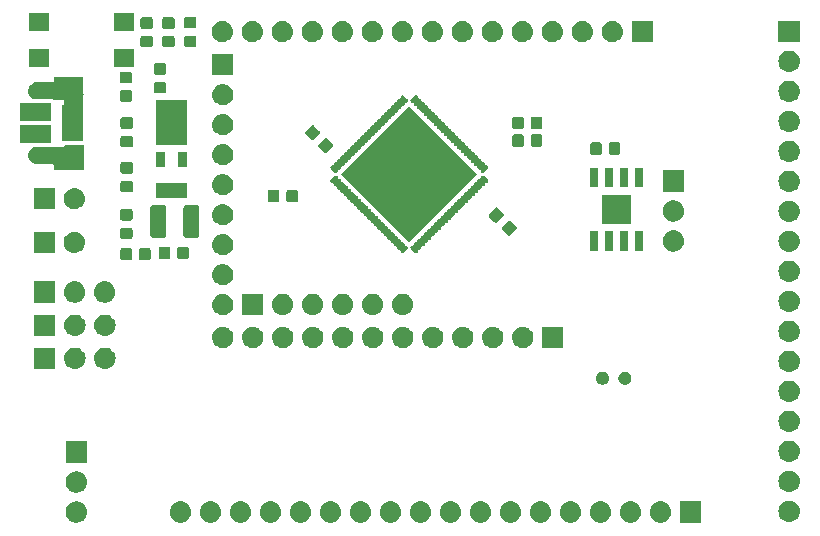
<source format=gts>
G04 #@! TF.GenerationSoftware,KiCad,Pcbnew,5.0.1-33cea8e~68~ubuntu14.04.1*
G04 #@! TF.CreationDate,2018-11-10T01:21:49-08:00*
G04 #@! TF.ProjectId,evalboard1,6576616C626F617264312E6B69636164,rev?*
G04 #@! TF.SameCoordinates,Original*
G04 #@! TF.FileFunction,Soldermask,Top*
G04 #@! TF.FilePolarity,Negative*
%FSLAX46Y46*%
G04 Gerber Fmt 4.6, Leading zero omitted, Abs format (unit mm)*
G04 Created by KiCad (PCBNEW 5.0.1-33cea8e~68~ubuntu14.04.1) date Sat 10 Nov 2018 01:21:49 AM PST*
%MOMM*%
%LPD*%
G01*
G04 APERTURE LIST*
%ADD10C,0.100000*%
G04 APERTURE END LIST*
D10*
G36*
X97060442Y-114985518D02*
X97126627Y-114992037D01*
X97239853Y-115026384D01*
X97296467Y-115043557D01*
X97435087Y-115117652D01*
X97452991Y-115127222D01*
X97488729Y-115156552D01*
X97590186Y-115239814D01*
X97673448Y-115341271D01*
X97702778Y-115377009D01*
X97702779Y-115377011D01*
X97786443Y-115533533D01*
X97786443Y-115533534D01*
X97837963Y-115703373D01*
X97855359Y-115880000D01*
X97837963Y-116056627D01*
X97803616Y-116169853D01*
X97786443Y-116226467D01*
X97732712Y-116326989D01*
X97702778Y-116382991D01*
X97673448Y-116418729D01*
X97590186Y-116520186D01*
X97488729Y-116603448D01*
X97452991Y-116632778D01*
X97452989Y-116632779D01*
X97296467Y-116716443D01*
X97239853Y-116733616D01*
X97126627Y-116767963D01*
X97060442Y-116774482D01*
X96994260Y-116781000D01*
X96905740Y-116781000D01*
X96839558Y-116774482D01*
X96773373Y-116767963D01*
X96660147Y-116733616D01*
X96603533Y-116716443D01*
X96447011Y-116632779D01*
X96447009Y-116632778D01*
X96411271Y-116603448D01*
X96309814Y-116520186D01*
X96226552Y-116418729D01*
X96197222Y-116382991D01*
X96167288Y-116326989D01*
X96113557Y-116226467D01*
X96096384Y-116169853D01*
X96062037Y-116056627D01*
X96044641Y-115880000D01*
X96062037Y-115703373D01*
X96113557Y-115533534D01*
X96113557Y-115533533D01*
X96197221Y-115377011D01*
X96197222Y-115377009D01*
X96226552Y-115341271D01*
X96309814Y-115239814D01*
X96411271Y-115156552D01*
X96447009Y-115127222D01*
X96464913Y-115117652D01*
X96603533Y-115043557D01*
X96660147Y-115026384D01*
X96773373Y-114992037D01*
X96839558Y-114985518D01*
X96905740Y-114979000D01*
X96994260Y-114979000D01*
X97060442Y-114985518D01*
X97060442Y-114985518D01*
G37*
G36*
X105876042Y-114980318D02*
X105942227Y-114986837D01*
X106055453Y-115021184D01*
X106112067Y-115038357D01*
X106173550Y-115071221D01*
X106268591Y-115122022D01*
X106274927Y-115127222D01*
X106405786Y-115234614D01*
X106476687Y-115321009D01*
X106518378Y-115371809D01*
X106527948Y-115389713D01*
X106602043Y-115528333D01*
X106619216Y-115584947D01*
X106653563Y-115698173D01*
X106670959Y-115874800D01*
X106653563Y-116051427D01*
X106619216Y-116164653D01*
X106602043Y-116221267D01*
X106527948Y-116359887D01*
X106518378Y-116377791D01*
X106514112Y-116382989D01*
X106405786Y-116514986D01*
X106304329Y-116598248D01*
X106268591Y-116627578D01*
X106268589Y-116627579D01*
X106112067Y-116711243D01*
X106066715Y-116725000D01*
X105942227Y-116762763D01*
X105876043Y-116769281D01*
X105809860Y-116775800D01*
X105721340Y-116775800D01*
X105655157Y-116769281D01*
X105588973Y-116762763D01*
X105464485Y-116725000D01*
X105419133Y-116711243D01*
X105262611Y-116627579D01*
X105262609Y-116627578D01*
X105226871Y-116598248D01*
X105125414Y-116514986D01*
X105017088Y-116382989D01*
X105012822Y-116377791D01*
X105003252Y-116359887D01*
X104929157Y-116221267D01*
X104911984Y-116164653D01*
X104877637Y-116051427D01*
X104860241Y-115874800D01*
X104877637Y-115698173D01*
X104911984Y-115584947D01*
X104929157Y-115528333D01*
X105003252Y-115389713D01*
X105012822Y-115371809D01*
X105054513Y-115321009D01*
X105125414Y-115234614D01*
X105256273Y-115127222D01*
X105262609Y-115122022D01*
X105357650Y-115071221D01*
X105419133Y-115038357D01*
X105475747Y-115021184D01*
X105588973Y-114986837D01*
X105655158Y-114980318D01*
X105721340Y-114973800D01*
X105809860Y-114973800D01*
X105876042Y-114980318D01*
X105876042Y-114980318D01*
G37*
G36*
X128736042Y-114980318D02*
X128802227Y-114986837D01*
X128915453Y-115021184D01*
X128972067Y-115038357D01*
X129033550Y-115071221D01*
X129128591Y-115122022D01*
X129134927Y-115127222D01*
X129265786Y-115234614D01*
X129336687Y-115321009D01*
X129378378Y-115371809D01*
X129387948Y-115389713D01*
X129462043Y-115528333D01*
X129479216Y-115584947D01*
X129513563Y-115698173D01*
X129530959Y-115874800D01*
X129513563Y-116051427D01*
X129479216Y-116164653D01*
X129462043Y-116221267D01*
X129387948Y-116359887D01*
X129378378Y-116377791D01*
X129374112Y-116382989D01*
X129265786Y-116514986D01*
X129164329Y-116598248D01*
X129128591Y-116627578D01*
X129128589Y-116627579D01*
X128972067Y-116711243D01*
X128926715Y-116725000D01*
X128802227Y-116762763D01*
X128736043Y-116769281D01*
X128669860Y-116775800D01*
X128581340Y-116775800D01*
X128515157Y-116769281D01*
X128448973Y-116762763D01*
X128324485Y-116725000D01*
X128279133Y-116711243D01*
X128122611Y-116627579D01*
X128122609Y-116627578D01*
X128086871Y-116598248D01*
X127985414Y-116514986D01*
X127877088Y-116382989D01*
X127872822Y-116377791D01*
X127863252Y-116359887D01*
X127789157Y-116221267D01*
X127771984Y-116164653D01*
X127737637Y-116051427D01*
X127720241Y-115874800D01*
X127737637Y-115698173D01*
X127771984Y-115584947D01*
X127789157Y-115528333D01*
X127863252Y-115389713D01*
X127872822Y-115371809D01*
X127914513Y-115321009D01*
X127985414Y-115234614D01*
X128116273Y-115127222D01*
X128122609Y-115122022D01*
X128217650Y-115071221D01*
X128279133Y-115038357D01*
X128335747Y-115021184D01*
X128448973Y-114986837D01*
X128515158Y-114980318D01*
X128581340Y-114973800D01*
X128669860Y-114973800D01*
X128736042Y-114980318D01*
X128736042Y-114980318D01*
G37*
G36*
X126196042Y-114980318D02*
X126262227Y-114986837D01*
X126375453Y-115021184D01*
X126432067Y-115038357D01*
X126493550Y-115071221D01*
X126588591Y-115122022D01*
X126594927Y-115127222D01*
X126725786Y-115234614D01*
X126796687Y-115321009D01*
X126838378Y-115371809D01*
X126847948Y-115389713D01*
X126922043Y-115528333D01*
X126939216Y-115584947D01*
X126973563Y-115698173D01*
X126990959Y-115874800D01*
X126973563Y-116051427D01*
X126939216Y-116164653D01*
X126922043Y-116221267D01*
X126847948Y-116359887D01*
X126838378Y-116377791D01*
X126834112Y-116382989D01*
X126725786Y-116514986D01*
X126624329Y-116598248D01*
X126588591Y-116627578D01*
X126588589Y-116627579D01*
X126432067Y-116711243D01*
X126386715Y-116725000D01*
X126262227Y-116762763D01*
X126196043Y-116769281D01*
X126129860Y-116775800D01*
X126041340Y-116775800D01*
X125975157Y-116769281D01*
X125908973Y-116762763D01*
X125784485Y-116725000D01*
X125739133Y-116711243D01*
X125582611Y-116627579D01*
X125582609Y-116627578D01*
X125546871Y-116598248D01*
X125445414Y-116514986D01*
X125337088Y-116382989D01*
X125332822Y-116377791D01*
X125323252Y-116359887D01*
X125249157Y-116221267D01*
X125231984Y-116164653D01*
X125197637Y-116051427D01*
X125180241Y-115874800D01*
X125197637Y-115698173D01*
X125231984Y-115584947D01*
X125249157Y-115528333D01*
X125323252Y-115389713D01*
X125332822Y-115371809D01*
X125374513Y-115321009D01*
X125445414Y-115234614D01*
X125576273Y-115127222D01*
X125582609Y-115122022D01*
X125677650Y-115071221D01*
X125739133Y-115038357D01*
X125795747Y-115021184D01*
X125908973Y-114986837D01*
X125975158Y-114980318D01*
X126041340Y-114973800D01*
X126129860Y-114973800D01*
X126196042Y-114980318D01*
X126196042Y-114980318D01*
G37*
G36*
X123656042Y-114980318D02*
X123722227Y-114986837D01*
X123835453Y-115021184D01*
X123892067Y-115038357D01*
X123953550Y-115071221D01*
X124048591Y-115122022D01*
X124054927Y-115127222D01*
X124185786Y-115234614D01*
X124256687Y-115321009D01*
X124298378Y-115371809D01*
X124307948Y-115389713D01*
X124382043Y-115528333D01*
X124399216Y-115584947D01*
X124433563Y-115698173D01*
X124450959Y-115874800D01*
X124433563Y-116051427D01*
X124399216Y-116164653D01*
X124382043Y-116221267D01*
X124307948Y-116359887D01*
X124298378Y-116377791D01*
X124294112Y-116382989D01*
X124185786Y-116514986D01*
X124084329Y-116598248D01*
X124048591Y-116627578D01*
X124048589Y-116627579D01*
X123892067Y-116711243D01*
X123846715Y-116725000D01*
X123722227Y-116762763D01*
X123656043Y-116769281D01*
X123589860Y-116775800D01*
X123501340Y-116775800D01*
X123435157Y-116769281D01*
X123368973Y-116762763D01*
X123244485Y-116725000D01*
X123199133Y-116711243D01*
X123042611Y-116627579D01*
X123042609Y-116627578D01*
X123006871Y-116598248D01*
X122905414Y-116514986D01*
X122797088Y-116382989D01*
X122792822Y-116377791D01*
X122783252Y-116359887D01*
X122709157Y-116221267D01*
X122691984Y-116164653D01*
X122657637Y-116051427D01*
X122640241Y-115874800D01*
X122657637Y-115698173D01*
X122691984Y-115584947D01*
X122709157Y-115528333D01*
X122783252Y-115389713D01*
X122792822Y-115371809D01*
X122834513Y-115321009D01*
X122905414Y-115234614D01*
X123036273Y-115127222D01*
X123042609Y-115122022D01*
X123137650Y-115071221D01*
X123199133Y-115038357D01*
X123255747Y-115021184D01*
X123368973Y-114986837D01*
X123435158Y-114980318D01*
X123501340Y-114973800D01*
X123589860Y-114973800D01*
X123656042Y-114980318D01*
X123656042Y-114980318D01*
G37*
G36*
X121116042Y-114980318D02*
X121182227Y-114986837D01*
X121295453Y-115021184D01*
X121352067Y-115038357D01*
X121413550Y-115071221D01*
X121508591Y-115122022D01*
X121514927Y-115127222D01*
X121645786Y-115234614D01*
X121716687Y-115321009D01*
X121758378Y-115371809D01*
X121767948Y-115389713D01*
X121842043Y-115528333D01*
X121859216Y-115584947D01*
X121893563Y-115698173D01*
X121910959Y-115874800D01*
X121893563Y-116051427D01*
X121859216Y-116164653D01*
X121842043Y-116221267D01*
X121767948Y-116359887D01*
X121758378Y-116377791D01*
X121754112Y-116382989D01*
X121645786Y-116514986D01*
X121544329Y-116598248D01*
X121508591Y-116627578D01*
X121508589Y-116627579D01*
X121352067Y-116711243D01*
X121306715Y-116725000D01*
X121182227Y-116762763D01*
X121116043Y-116769281D01*
X121049860Y-116775800D01*
X120961340Y-116775800D01*
X120895157Y-116769281D01*
X120828973Y-116762763D01*
X120704485Y-116725000D01*
X120659133Y-116711243D01*
X120502611Y-116627579D01*
X120502609Y-116627578D01*
X120466871Y-116598248D01*
X120365414Y-116514986D01*
X120257088Y-116382989D01*
X120252822Y-116377791D01*
X120243252Y-116359887D01*
X120169157Y-116221267D01*
X120151984Y-116164653D01*
X120117637Y-116051427D01*
X120100241Y-115874800D01*
X120117637Y-115698173D01*
X120151984Y-115584947D01*
X120169157Y-115528333D01*
X120243252Y-115389713D01*
X120252822Y-115371809D01*
X120294513Y-115321009D01*
X120365414Y-115234614D01*
X120496273Y-115127222D01*
X120502609Y-115122022D01*
X120597650Y-115071221D01*
X120659133Y-115038357D01*
X120715747Y-115021184D01*
X120828973Y-114986837D01*
X120895158Y-114980318D01*
X120961340Y-114973800D01*
X121049860Y-114973800D01*
X121116042Y-114980318D01*
X121116042Y-114980318D01*
G37*
G36*
X118576042Y-114980318D02*
X118642227Y-114986837D01*
X118755453Y-115021184D01*
X118812067Y-115038357D01*
X118873550Y-115071221D01*
X118968591Y-115122022D01*
X118974927Y-115127222D01*
X119105786Y-115234614D01*
X119176687Y-115321009D01*
X119218378Y-115371809D01*
X119227948Y-115389713D01*
X119302043Y-115528333D01*
X119319216Y-115584947D01*
X119353563Y-115698173D01*
X119370959Y-115874800D01*
X119353563Y-116051427D01*
X119319216Y-116164653D01*
X119302043Y-116221267D01*
X119227948Y-116359887D01*
X119218378Y-116377791D01*
X119214112Y-116382989D01*
X119105786Y-116514986D01*
X119004329Y-116598248D01*
X118968591Y-116627578D01*
X118968589Y-116627579D01*
X118812067Y-116711243D01*
X118766715Y-116725000D01*
X118642227Y-116762763D01*
X118576043Y-116769281D01*
X118509860Y-116775800D01*
X118421340Y-116775800D01*
X118355157Y-116769281D01*
X118288973Y-116762763D01*
X118164485Y-116725000D01*
X118119133Y-116711243D01*
X117962611Y-116627579D01*
X117962609Y-116627578D01*
X117926871Y-116598248D01*
X117825414Y-116514986D01*
X117717088Y-116382989D01*
X117712822Y-116377791D01*
X117703252Y-116359887D01*
X117629157Y-116221267D01*
X117611984Y-116164653D01*
X117577637Y-116051427D01*
X117560241Y-115874800D01*
X117577637Y-115698173D01*
X117611984Y-115584947D01*
X117629157Y-115528333D01*
X117703252Y-115389713D01*
X117712822Y-115371809D01*
X117754513Y-115321009D01*
X117825414Y-115234614D01*
X117956273Y-115127222D01*
X117962609Y-115122022D01*
X118057650Y-115071221D01*
X118119133Y-115038357D01*
X118175747Y-115021184D01*
X118288973Y-114986837D01*
X118355158Y-114980318D01*
X118421340Y-114973800D01*
X118509860Y-114973800D01*
X118576042Y-114980318D01*
X118576042Y-114980318D01*
G37*
G36*
X116036042Y-114980318D02*
X116102227Y-114986837D01*
X116215453Y-115021184D01*
X116272067Y-115038357D01*
X116333550Y-115071221D01*
X116428591Y-115122022D01*
X116434927Y-115127222D01*
X116565786Y-115234614D01*
X116636687Y-115321009D01*
X116678378Y-115371809D01*
X116687948Y-115389713D01*
X116762043Y-115528333D01*
X116779216Y-115584947D01*
X116813563Y-115698173D01*
X116830959Y-115874800D01*
X116813563Y-116051427D01*
X116779216Y-116164653D01*
X116762043Y-116221267D01*
X116687948Y-116359887D01*
X116678378Y-116377791D01*
X116674112Y-116382989D01*
X116565786Y-116514986D01*
X116464329Y-116598248D01*
X116428591Y-116627578D01*
X116428589Y-116627579D01*
X116272067Y-116711243D01*
X116226715Y-116725000D01*
X116102227Y-116762763D01*
X116036043Y-116769281D01*
X115969860Y-116775800D01*
X115881340Y-116775800D01*
X115815157Y-116769281D01*
X115748973Y-116762763D01*
X115624485Y-116725000D01*
X115579133Y-116711243D01*
X115422611Y-116627579D01*
X115422609Y-116627578D01*
X115386871Y-116598248D01*
X115285414Y-116514986D01*
X115177088Y-116382989D01*
X115172822Y-116377791D01*
X115163252Y-116359887D01*
X115089157Y-116221267D01*
X115071984Y-116164653D01*
X115037637Y-116051427D01*
X115020241Y-115874800D01*
X115037637Y-115698173D01*
X115071984Y-115584947D01*
X115089157Y-115528333D01*
X115163252Y-115389713D01*
X115172822Y-115371809D01*
X115214513Y-115321009D01*
X115285414Y-115234614D01*
X115416273Y-115127222D01*
X115422609Y-115122022D01*
X115517650Y-115071221D01*
X115579133Y-115038357D01*
X115635747Y-115021184D01*
X115748973Y-114986837D01*
X115815158Y-114980318D01*
X115881340Y-114973800D01*
X115969860Y-114973800D01*
X116036042Y-114980318D01*
X116036042Y-114980318D01*
G37*
G36*
X113496042Y-114980318D02*
X113562227Y-114986837D01*
X113675453Y-115021184D01*
X113732067Y-115038357D01*
X113793550Y-115071221D01*
X113888591Y-115122022D01*
X113894927Y-115127222D01*
X114025786Y-115234614D01*
X114096687Y-115321009D01*
X114138378Y-115371809D01*
X114147948Y-115389713D01*
X114222043Y-115528333D01*
X114239216Y-115584947D01*
X114273563Y-115698173D01*
X114290959Y-115874800D01*
X114273563Y-116051427D01*
X114239216Y-116164653D01*
X114222043Y-116221267D01*
X114147948Y-116359887D01*
X114138378Y-116377791D01*
X114134112Y-116382989D01*
X114025786Y-116514986D01*
X113924329Y-116598248D01*
X113888591Y-116627578D01*
X113888589Y-116627579D01*
X113732067Y-116711243D01*
X113686715Y-116725000D01*
X113562227Y-116762763D01*
X113496043Y-116769281D01*
X113429860Y-116775800D01*
X113341340Y-116775800D01*
X113275157Y-116769281D01*
X113208973Y-116762763D01*
X113084485Y-116725000D01*
X113039133Y-116711243D01*
X112882611Y-116627579D01*
X112882609Y-116627578D01*
X112846871Y-116598248D01*
X112745414Y-116514986D01*
X112637088Y-116382989D01*
X112632822Y-116377791D01*
X112623252Y-116359887D01*
X112549157Y-116221267D01*
X112531984Y-116164653D01*
X112497637Y-116051427D01*
X112480241Y-115874800D01*
X112497637Y-115698173D01*
X112531984Y-115584947D01*
X112549157Y-115528333D01*
X112623252Y-115389713D01*
X112632822Y-115371809D01*
X112674513Y-115321009D01*
X112745414Y-115234614D01*
X112876273Y-115127222D01*
X112882609Y-115122022D01*
X112977650Y-115071221D01*
X113039133Y-115038357D01*
X113095747Y-115021184D01*
X113208973Y-114986837D01*
X113275158Y-114980318D01*
X113341340Y-114973800D01*
X113429860Y-114973800D01*
X113496042Y-114980318D01*
X113496042Y-114980318D01*
G37*
G36*
X110956042Y-114980318D02*
X111022227Y-114986837D01*
X111135453Y-115021184D01*
X111192067Y-115038357D01*
X111253550Y-115071221D01*
X111348591Y-115122022D01*
X111354927Y-115127222D01*
X111485786Y-115234614D01*
X111556687Y-115321009D01*
X111598378Y-115371809D01*
X111607948Y-115389713D01*
X111682043Y-115528333D01*
X111699216Y-115584947D01*
X111733563Y-115698173D01*
X111750959Y-115874800D01*
X111733563Y-116051427D01*
X111699216Y-116164653D01*
X111682043Y-116221267D01*
X111607948Y-116359887D01*
X111598378Y-116377791D01*
X111594112Y-116382989D01*
X111485786Y-116514986D01*
X111384329Y-116598248D01*
X111348591Y-116627578D01*
X111348589Y-116627579D01*
X111192067Y-116711243D01*
X111146715Y-116725000D01*
X111022227Y-116762763D01*
X110956043Y-116769281D01*
X110889860Y-116775800D01*
X110801340Y-116775800D01*
X110735157Y-116769281D01*
X110668973Y-116762763D01*
X110544485Y-116725000D01*
X110499133Y-116711243D01*
X110342611Y-116627579D01*
X110342609Y-116627578D01*
X110306871Y-116598248D01*
X110205414Y-116514986D01*
X110097088Y-116382989D01*
X110092822Y-116377791D01*
X110083252Y-116359887D01*
X110009157Y-116221267D01*
X109991984Y-116164653D01*
X109957637Y-116051427D01*
X109940241Y-115874800D01*
X109957637Y-115698173D01*
X109991984Y-115584947D01*
X110009157Y-115528333D01*
X110083252Y-115389713D01*
X110092822Y-115371809D01*
X110134513Y-115321009D01*
X110205414Y-115234614D01*
X110336273Y-115127222D01*
X110342609Y-115122022D01*
X110437650Y-115071221D01*
X110499133Y-115038357D01*
X110555747Y-115021184D01*
X110668973Y-114986837D01*
X110735158Y-114980318D01*
X110801340Y-114973800D01*
X110889860Y-114973800D01*
X110956042Y-114980318D01*
X110956042Y-114980318D01*
G37*
G36*
X131276042Y-114980318D02*
X131342227Y-114986837D01*
X131455453Y-115021184D01*
X131512067Y-115038357D01*
X131573550Y-115071221D01*
X131668591Y-115122022D01*
X131674927Y-115127222D01*
X131805786Y-115234614D01*
X131876687Y-115321009D01*
X131918378Y-115371809D01*
X131927948Y-115389713D01*
X132002043Y-115528333D01*
X132019216Y-115584947D01*
X132053563Y-115698173D01*
X132070959Y-115874800D01*
X132053563Y-116051427D01*
X132019216Y-116164653D01*
X132002043Y-116221267D01*
X131927948Y-116359887D01*
X131918378Y-116377791D01*
X131914112Y-116382989D01*
X131805786Y-116514986D01*
X131704329Y-116598248D01*
X131668591Y-116627578D01*
X131668589Y-116627579D01*
X131512067Y-116711243D01*
X131466715Y-116725000D01*
X131342227Y-116762763D01*
X131276043Y-116769281D01*
X131209860Y-116775800D01*
X131121340Y-116775800D01*
X131055157Y-116769281D01*
X130988973Y-116762763D01*
X130864485Y-116725000D01*
X130819133Y-116711243D01*
X130662611Y-116627579D01*
X130662609Y-116627578D01*
X130626871Y-116598248D01*
X130525414Y-116514986D01*
X130417088Y-116382989D01*
X130412822Y-116377791D01*
X130403252Y-116359887D01*
X130329157Y-116221267D01*
X130311984Y-116164653D01*
X130277637Y-116051427D01*
X130260241Y-115874800D01*
X130277637Y-115698173D01*
X130311984Y-115584947D01*
X130329157Y-115528333D01*
X130403252Y-115389713D01*
X130412822Y-115371809D01*
X130454513Y-115321009D01*
X130525414Y-115234614D01*
X130656273Y-115127222D01*
X130662609Y-115122022D01*
X130757650Y-115071221D01*
X130819133Y-115038357D01*
X130875747Y-115021184D01*
X130988973Y-114986837D01*
X131055158Y-114980318D01*
X131121340Y-114973800D01*
X131209860Y-114973800D01*
X131276042Y-114980318D01*
X131276042Y-114980318D01*
G37*
G36*
X108416042Y-114980318D02*
X108482227Y-114986837D01*
X108595453Y-115021184D01*
X108652067Y-115038357D01*
X108713550Y-115071221D01*
X108808591Y-115122022D01*
X108814927Y-115127222D01*
X108945786Y-115234614D01*
X109016687Y-115321009D01*
X109058378Y-115371809D01*
X109067948Y-115389713D01*
X109142043Y-115528333D01*
X109159216Y-115584947D01*
X109193563Y-115698173D01*
X109210959Y-115874800D01*
X109193563Y-116051427D01*
X109159216Y-116164653D01*
X109142043Y-116221267D01*
X109067948Y-116359887D01*
X109058378Y-116377791D01*
X109054112Y-116382989D01*
X108945786Y-116514986D01*
X108844329Y-116598248D01*
X108808591Y-116627578D01*
X108808589Y-116627579D01*
X108652067Y-116711243D01*
X108606715Y-116725000D01*
X108482227Y-116762763D01*
X108416043Y-116769281D01*
X108349860Y-116775800D01*
X108261340Y-116775800D01*
X108195157Y-116769281D01*
X108128973Y-116762763D01*
X108004485Y-116725000D01*
X107959133Y-116711243D01*
X107802611Y-116627579D01*
X107802609Y-116627578D01*
X107766871Y-116598248D01*
X107665414Y-116514986D01*
X107557088Y-116382989D01*
X107552822Y-116377791D01*
X107543252Y-116359887D01*
X107469157Y-116221267D01*
X107451984Y-116164653D01*
X107417637Y-116051427D01*
X107400241Y-115874800D01*
X107417637Y-115698173D01*
X107451984Y-115584947D01*
X107469157Y-115528333D01*
X107543252Y-115389713D01*
X107552822Y-115371809D01*
X107594513Y-115321009D01*
X107665414Y-115234614D01*
X107796273Y-115127222D01*
X107802609Y-115122022D01*
X107897650Y-115071221D01*
X107959133Y-115038357D01*
X108015747Y-115021184D01*
X108128973Y-114986837D01*
X108195158Y-114980318D01*
X108261340Y-114973800D01*
X108349860Y-114973800D01*
X108416042Y-114980318D01*
X108416042Y-114980318D01*
G37*
G36*
X149846600Y-116775800D02*
X148044600Y-116775800D01*
X148044600Y-114973800D01*
X149846600Y-114973800D01*
X149846600Y-116775800D01*
X149846600Y-116775800D01*
G37*
G36*
X146516042Y-114980318D02*
X146582227Y-114986837D01*
X146695453Y-115021184D01*
X146752067Y-115038357D01*
X146813550Y-115071221D01*
X146908591Y-115122022D01*
X146914927Y-115127222D01*
X147045786Y-115234614D01*
X147116687Y-115321009D01*
X147158378Y-115371809D01*
X147167948Y-115389713D01*
X147242043Y-115528333D01*
X147259216Y-115584947D01*
X147293563Y-115698173D01*
X147310959Y-115874800D01*
X147293563Y-116051427D01*
X147259216Y-116164653D01*
X147242043Y-116221267D01*
X147167948Y-116359887D01*
X147158378Y-116377791D01*
X147154112Y-116382989D01*
X147045786Y-116514986D01*
X146944329Y-116598248D01*
X146908591Y-116627578D01*
X146908589Y-116627579D01*
X146752067Y-116711243D01*
X146706715Y-116725000D01*
X146582227Y-116762763D01*
X146516043Y-116769281D01*
X146449860Y-116775800D01*
X146361340Y-116775800D01*
X146295157Y-116769281D01*
X146228973Y-116762763D01*
X146104485Y-116725000D01*
X146059133Y-116711243D01*
X145902611Y-116627579D01*
X145902609Y-116627578D01*
X145866871Y-116598248D01*
X145765414Y-116514986D01*
X145657088Y-116382989D01*
X145652822Y-116377791D01*
X145643252Y-116359887D01*
X145569157Y-116221267D01*
X145551984Y-116164653D01*
X145517637Y-116051427D01*
X145500241Y-115874800D01*
X145517637Y-115698173D01*
X145551984Y-115584947D01*
X145569157Y-115528333D01*
X145643252Y-115389713D01*
X145652822Y-115371809D01*
X145694513Y-115321009D01*
X145765414Y-115234614D01*
X145896273Y-115127222D01*
X145902609Y-115122022D01*
X145997650Y-115071221D01*
X146059133Y-115038357D01*
X146115747Y-115021184D01*
X146228973Y-114986837D01*
X146295158Y-114980318D01*
X146361340Y-114973800D01*
X146449860Y-114973800D01*
X146516042Y-114980318D01*
X146516042Y-114980318D01*
G37*
G36*
X143976042Y-114980318D02*
X144042227Y-114986837D01*
X144155453Y-115021184D01*
X144212067Y-115038357D01*
X144273550Y-115071221D01*
X144368591Y-115122022D01*
X144374927Y-115127222D01*
X144505786Y-115234614D01*
X144576687Y-115321009D01*
X144618378Y-115371809D01*
X144627948Y-115389713D01*
X144702043Y-115528333D01*
X144719216Y-115584947D01*
X144753563Y-115698173D01*
X144770959Y-115874800D01*
X144753563Y-116051427D01*
X144719216Y-116164653D01*
X144702043Y-116221267D01*
X144627948Y-116359887D01*
X144618378Y-116377791D01*
X144614112Y-116382989D01*
X144505786Y-116514986D01*
X144404329Y-116598248D01*
X144368591Y-116627578D01*
X144368589Y-116627579D01*
X144212067Y-116711243D01*
X144166715Y-116725000D01*
X144042227Y-116762763D01*
X143976043Y-116769281D01*
X143909860Y-116775800D01*
X143821340Y-116775800D01*
X143755157Y-116769281D01*
X143688973Y-116762763D01*
X143564485Y-116725000D01*
X143519133Y-116711243D01*
X143362611Y-116627579D01*
X143362609Y-116627578D01*
X143326871Y-116598248D01*
X143225414Y-116514986D01*
X143117088Y-116382989D01*
X143112822Y-116377791D01*
X143103252Y-116359887D01*
X143029157Y-116221267D01*
X143011984Y-116164653D01*
X142977637Y-116051427D01*
X142960241Y-115874800D01*
X142977637Y-115698173D01*
X143011984Y-115584947D01*
X143029157Y-115528333D01*
X143103252Y-115389713D01*
X143112822Y-115371809D01*
X143154513Y-115321009D01*
X143225414Y-115234614D01*
X143356273Y-115127222D01*
X143362609Y-115122022D01*
X143457650Y-115071221D01*
X143519133Y-115038357D01*
X143575747Y-115021184D01*
X143688973Y-114986837D01*
X143755158Y-114980318D01*
X143821340Y-114973800D01*
X143909860Y-114973800D01*
X143976042Y-114980318D01*
X143976042Y-114980318D01*
G37*
G36*
X138896042Y-114980318D02*
X138962227Y-114986837D01*
X139075453Y-115021184D01*
X139132067Y-115038357D01*
X139193550Y-115071221D01*
X139288591Y-115122022D01*
X139294927Y-115127222D01*
X139425786Y-115234614D01*
X139496687Y-115321009D01*
X139538378Y-115371809D01*
X139547948Y-115389713D01*
X139622043Y-115528333D01*
X139639216Y-115584947D01*
X139673563Y-115698173D01*
X139690959Y-115874800D01*
X139673563Y-116051427D01*
X139639216Y-116164653D01*
X139622043Y-116221267D01*
X139547948Y-116359887D01*
X139538378Y-116377791D01*
X139534112Y-116382989D01*
X139425786Y-116514986D01*
X139324329Y-116598248D01*
X139288591Y-116627578D01*
X139288589Y-116627579D01*
X139132067Y-116711243D01*
X139086715Y-116725000D01*
X138962227Y-116762763D01*
X138896043Y-116769281D01*
X138829860Y-116775800D01*
X138741340Y-116775800D01*
X138675157Y-116769281D01*
X138608973Y-116762763D01*
X138484485Y-116725000D01*
X138439133Y-116711243D01*
X138282611Y-116627579D01*
X138282609Y-116627578D01*
X138246871Y-116598248D01*
X138145414Y-116514986D01*
X138037088Y-116382989D01*
X138032822Y-116377791D01*
X138023252Y-116359887D01*
X137949157Y-116221267D01*
X137931984Y-116164653D01*
X137897637Y-116051427D01*
X137880241Y-115874800D01*
X137897637Y-115698173D01*
X137931984Y-115584947D01*
X137949157Y-115528333D01*
X138023252Y-115389713D01*
X138032822Y-115371809D01*
X138074513Y-115321009D01*
X138145414Y-115234614D01*
X138276273Y-115127222D01*
X138282609Y-115122022D01*
X138377650Y-115071221D01*
X138439133Y-115038357D01*
X138495747Y-115021184D01*
X138608973Y-114986837D01*
X138675158Y-114980318D01*
X138741340Y-114973800D01*
X138829860Y-114973800D01*
X138896042Y-114980318D01*
X138896042Y-114980318D01*
G37*
G36*
X136356042Y-114980318D02*
X136422227Y-114986837D01*
X136535453Y-115021184D01*
X136592067Y-115038357D01*
X136653550Y-115071221D01*
X136748591Y-115122022D01*
X136754927Y-115127222D01*
X136885786Y-115234614D01*
X136956687Y-115321009D01*
X136998378Y-115371809D01*
X137007948Y-115389713D01*
X137082043Y-115528333D01*
X137099216Y-115584947D01*
X137133563Y-115698173D01*
X137150959Y-115874800D01*
X137133563Y-116051427D01*
X137099216Y-116164653D01*
X137082043Y-116221267D01*
X137007948Y-116359887D01*
X136998378Y-116377791D01*
X136994112Y-116382989D01*
X136885786Y-116514986D01*
X136784329Y-116598248D01*
X136748591Y-116627578D01*
X136748589Y-116627579D01*
X136592067Y-116711243D01*
X136546715Y-116725000D01*
X136422227Y-116762763D01*
X136356043Y-116769281D01*
X136289860Y-116775800D01*
X136201340Y-116775800D01*
X136135157Y-116769281D01*
X136068973Y-116762763D01*
X135944485Y-116725000D01*
X135899133Y-116711243D01*
X135742611Y-116627579D01*
X135742609Y-116627578D01*
X135706871Y-116598248D01*
X135605414Y-116514986D01*
X135497088Y-116382989D01*
X135492822Y-116377791D01*
X135483252Y-116359887D01*
X135409157Y-116221267D01*
X135391984Y-116164653D01*
X135357637Y-116051427D01*
X135340241Y-115874800D01*
X135357637Y-115698173D01*
X135391984Y-115584947D01*
X135409157Y-115528333D01*
X135483252Y-115389713D01*
X135492822Y-115371809D01*
X135534513Y-115321009D01*
X135605414Y-115234614D01*
X135736273Y-115127222D01*
X135742609Y-115122022D01*
X135837650Y-115071221D01*
X135899133Y-115038357D01*
X135955747Y-115021184D01*
X136068973Y-114986837D01*
X136135158Y-114980318D01*
X136201340Y-114973800D01*
X136289860Y-114973800D01*
X136356042Y-114980318D01*
X136356042Y-114980318D01*
G37*
G36*
X133816042Y-114980318D02*
X133882227Y-114986837D01*
X133995453Y-115021184D01*
X134052067Y-115038357D01*
X134113550Y-115071221D01*
X134208591Y-115122022D01*
X134214927Y-115127222D01*
X134345786Y-115234614D01*
X134416687Y-115321009D01*
X134458378Y-115371809D01*
X134467948Y-115389713D01*
X134542043Y-115528333D01*
X134559216Y-115584947D01*
X134593563Y-115698173D01*
X134610959Y-115874800D01*
X134593563Y-116051427D01*
X134559216Y-116164653D01*
X134542043Y-116221267D01*
X134467948Y-116359887D01*
X134458378Y-116377791D01*
X134454112Y-116382989D01*
X134345786Y-116514986D01*
X134244329Y-116598248D01*
X134208591Y-116627578D01*
X134208589Y-116627579D01*
X134052067Y-116711243D01*
X134006715Y-116725000D01*
X133882227Y-116762763D01*
X133816043Y-116769281D01*
X133749860Y-116775800D01*
X133661340Y-116775800D01*
X133595157Y-116769281D01*
X133528973Y-116762763D01*
X133404485Y-116725000D01*
X133359133Y-116711243D01*
X133202611Y-116627579D01*
X133202609Y-116627578D01*
X133166871Y-116598248D01*
X133065414Y-116514986D01*
X132957088Y-116382989D01*
X132952822Y-116377791D01*
X132943252Y-116359887D01*
X132869157Y-116221267D01*
X132851984Y-116164653D01*
X132817637Y-116051427D01*
X132800241Y-115874800D01*
X132817637Y-115698173D01*
X132851984Y-115584947D01*
X132869157Y-115528333D01*
X132943252Y-115389713D01*
X132952822Y-115371809D01*
X132994513Y-115321009D01*
X133065414Y-115234614D01*
X133196273Y-115127222D01*
X133202609Y-115122022D01*
X133297650Y-115071221D01*
X133359133Y-115038357D01*
X133415747Y-115021184D01*
X133528973Y-114986837D01*
X133595158Y-114980318D01*
X133661340Y-114973800D01*
X133749860Y-114973800D01*
X133816042Y-114980318D01*
X133816042Y-114980318D01*
G37*
G36*
X141436042Y-114980318D02*
X141502227Y-114986837D01*
X141615453Y-115021184D01*
X141672067Y-115038357D01*
X141733550Y-115071221D01*
X141828591Y-115122022D01*
X141834927Y-115127222D01*
X141965786Y-115234614D01*
X142036687Y-115321009D01*
X142078378Y-115371809D01*
X142087948Y-115389713D01*
X142162043Y-115528333D01*
X142179216Y-115584947D01*
X142213563Y-115698173D01*
X142230959Y-115874800D01*
X142213563Y-116051427D01*
X142179216Y-116164653D01*
X142162043Y-116221267D01*
X142087948Y-116359887D01*
X142078378Y-116377791D01*
X142074112Y-116382989D01*
X141965786Y-116514986D01*
X141864329Y-116598248D01*
X141828591Y-116627578D01*
X141828589Y-116627579D01*
X141672067Y-116711243D01*
X141626715Y-116725000D01*
X141502227Y-116762763D01*
X141436043Y-116769281D01*
X141369860Y-116775800D01*
X141281340Y-116775800D01*
X141215157Y-116769281D01*
X141148973Y-116762763D01*
X141024485Y-116725000D01*
X140979133Y-116711243D01*
X140822611Y-116627579D01*
X140822609Y-116627578D01*
X140786871Y-116598248D01*
X140685414Y-116514986D01*
X140577088Y-116382989D01*
X140572822Y-116377791D01*
X140563252Y-116359887D01*
X140489157Y-116221267D01*
X140471984Y-116164653D01*
X140437637Y-116051427D01*
X140420241Y-115874800D01*
X140437637Y-115698173D01*
X140471984Y-115584947D01*
X140489157Y-115528333D01*
X140563252Y-115389713D01*
X140572822Y-115371809D01*
X140614513Y-115321009D01*
X140685414Y-115234614D01*
X140816273Y-115127222D01*
X140822609Y-115122022D01*
X140917650Y-115071221D01*
X140979133Y-115038357D01*
X141035747Y-115021184D01*
X141148973Y-114986837D01*
X141215158Y-114980318D01*
X141281340Y-114973800D01*
X141369860Y-114973800D01*
X141436042Y-114980318D01*
X141436042Y-114980318D01*
G37*
G36*
X157399943Y-114929519D02*
X157466127Y-114936037D01*
X157579353Y-114970384D01*
X157635967Y-114987557D01*
X157740734Y-115043557D01*
X157792491Y-115071222D01*
X157828229Y-115100552D01*
X157929686Y-115183814D01*
X158012948Y-115285271D01*
X158042278Y-115321009D01*
X158042279Y-115321011D01*
X158125943Y-115477533D01*
X158125943Y-115477534D01*
X158177463Y-115647373D01*
X158194859Y-115824000D01*
X158177463Y-116000627D01*
X158143116Y-116113853D01*
X158125943Y-116170467D01*
X158098790Y-116221266D01*
X158042278Y-116326991D01*
X158012948Y-116362729D01*
X157929686Y-116464186D01*
X157828229Y-116547448D01*
X157792491Y-116576778D01*
X157792489Y-116576779D01*
X157635967Y-116660443D01*
X157579353Y-116677616D01*
X157466127Y-116711963D01*
X157399943Y-116718481D01*
X157333760Y-116725000D01*
X157245240Y-116725000D01*
X157179057Y-116718481D01*
X157112873Y-116711963D01*
X156999647Y-116677616D01*
X156943033Y-116660443D01*
X156786511Y-116576779D01*
X156786509Y-116576778D01*
X156750771Y-116547448D01*
X156649314Y-116464186D01*
X156566052Y-116362729D01*
X156536722Y-116326991D01*
X156480210Y-116221266D01*
X156453057Y-116170467D01*
X156435884Y-116113853D01*
X156401537Y-116000627D01*
X156384141Y-115824000D01*
X156401537Y-115647373D01*
X156453057Y-115477534D01*
X156453057Y-115477533D01*
X156536721Y-115321011D01*
X156536722Y-115321009D01*
X156566052Y-115285271D01*
X156649314Y-115183814D01*
X156750771Y-115100552D01*
X156786509Y-115071222D01*
X156838266Y-115043557D01*
X156943033Y-114987557D01*
X156999647Y-114970384D01*
X157112873Y-114936037D01*
X157179057Y-114929519D01*
X157245240Y-114923000D01*
X157333760Y-114923000D01*
X157399943Y-114929519D01*
X157399943Y-114929519D01*
G37*
G36*
X97060443Y-112445519D02*
X97126627Y-112452037D01*
X97239853Y-112486384D01*
X97296467Y-112503557D01*
X97435087Y-112577652D01*
X97452991Y-112587222D01*
X97488729Y-112616552D01*
X97590186Y-112699814D01*
X97673448Y-112801271D01*
X97702778Y-112837009D01*
X97702779Y-112837011D01*
X97786443Y-112993533D01*
X97786443Y-112993534D01*
X97837963Y-113163373D01*
X97855359Y-113340000D01*
X97837963Y-113516627D01*
X97803616Y-113629853D01*
X97786443Y-113686467D01*
X97732712Y-113786989D01*
X97702778Y-113842991D01*
X97673448Y-113878729D01*
X97590186Y-113980186D01*
X97488729Y-114063448D01*
X97452991Y-114092778D01*
X97452989Y-114092779D01*
X97296467Y-114176443D01*
X97239853Y-114193616D01*
X97126627Y-114227963D01*
X97060443Y-114234481D01*
X96994260Y-114241000D01*
X96905740Y-114241000D01*
X96839557Y-114234481D01*
X96773373Y-114227963D01*
X96660147Y-114193616D01*
X96603533Y-114176443D01*
X96447011Y-114092779D01*
X96447009Y-114092778D01*
X96411271Y-114063448D01*
X96309814Y-113980186D01*
X96226552Y-113878729D01*
X96197222Y-113842991D01*
X96167288Y-113786989D01*
X96113557Y-113686467D01*
X96096384Y-113629853D01*
X96062037Y-113516627D01*
X96044641Y-113340000D01*
X96062037Y-113163373D01*
X96113557Y-112993534D01*
X96113557Y-112993533D01*
X96197221Y-112837011D01*
X96197222Y-112837009D01*
X96226552Y-112801271D01*
X96309814Y-112699814D01*
X96411271Y-112616552D01*
X96447009Y-112587222D01*
X96464913Y-112577652D01*
X96603533Y-112503557D01*
X96660147Y-112486384D01*
X96773373Y-112452037D01*
X96839557Y-112445519D01*
X96905740Y-112439000D01*
X96994260Y-112439000D01*
X97060443Y-112445519D01*
X97060443Y-112445519D01*
G37*
G36*
X157399943Y-112389519D02*
X157466127Y-112396037D01*
X157579353Y-112430384D01*
X157635967Y-112447557D01*
X157740734Y-112503557D01*
X157792491Y-112531222D01*
X157828229Y-112560552D01*
X157929686Y-112643814D01*
X158012948Y-112745271D01*
X158042278Y-112781009D01*
X158042279Y-112781011D01*
X158125943Y-112937533D01*
X158125943Y-112937534D01*
X158177463Y-113107373D01*
X158194859Y-113284000D01*
X158177463Y-113460627D01*
X158143116Y-113573853D01*
X158125943Y-113630467D01*
X158096010Y-113686466D01*
X158042278Y-113786991D01*
X158012948Y-113822729D01*
X157929686Y-113924186D01*
X157828229Y-114007448D01*
X157792491Y-114036778D01*
X157792489Y-114036779D01*
X157635967Y-114120443D01*
X157579353Y-114137616D01*
X157466127Y-114171963D01*
X157399942Y-114178482D01*
X157333760Y-114185000D01*
X157245240Y-114185000D01*
X157179058Y-114178482D01*
X157112873Y-114171963D01*
X156999647Y-114137616D01*
X156943033Y-114120443D01*
X156786511Y-114036779D01*
X156786509Y-114036778D01*
X156750771Y-114007448D01*
X156649314Y-113924186D01*
X156566052Y-113822729D01*
X156536722Y-113786991D01*
X156482990Y-113686466D01*
X156453057Y-113630467D01*
X156435884Y-113573853D01*
X156401537Y-113460627D01*
X156384141Y-113284000D01*
X156401537Y-113107373D01*
X156453057Y-112937534D01*
X156453057Y-112937533D01*
X156536721Y-112781011D01*
X156536722Y-112781009D01*
X156566052Y-112745271D01*
X156649314Y-112643814D01*
X156750771Y-112560552D01*
X156786509Y-112531222D01*
X156838266Y-112503557D01*
X156943033Y-112447557D01*
X156999647Y-112430384D01*
X157112873Y-112396037D01*
X157179057Y-112389519D01*
X157245240Y-112383000D01*
X157333760Y-112383000D01*
X157399943Y-112389519D01*
X157399943Y-112389519D01*
G37*
G36*
X97851000Y-111701000D02*
X96049000Y-111701000D01*
X96049000Y-109899000D01*
X97851000Y-109899000D01*
X97851000Y-111701000D01*
X97851000Y-111701000D01*
G37*
G36*
X157399943Y-109849519D02*
X157466127Y-109856037D01*
X157579353Y-109890384D01*
X157635967Y-109907557D01*
X157774587Y-109981652D01*
X157792491Y-109991222D01*
X157828229Y-110020552D01*
X157929686Y-110103814D01*
X158012948Y-110205271D01*
X158042278Y-110241009D01*
X158042279Y-110241011D01*
X158125943Y-110397533D01*
X158125943Y-110397534D01*
X158177463Y-110567373D01*
X158194859Y-110744000D01*
X158177463Y-110920627D01*
X158143116Y-111033853D01*
X158125943Y-111090467D01*
X158051848Y-111229087D01*
X158042278Y-111246991D01*
X158012948Y-111282729D01*
X157929686Y-111384186D01*
X157828229Y-111467448D01*
X157792491Y-111496778D01*
X157792489Y-111496779D01*
X157635967Y-111580443D01*
X157579353Y-111597616D01*
X157466127Y-111631963D01*
X157399943Y-111638481D01*
X157333760Y-111645000D01*
X157245240Y-111645000D01*
X157179057Y-111638481D01*
X157112873Y-111631963D01*
X156999647Y-111597616D01*
X156943033Y-111580443D01*
X156786511Y-111496779D01*
X156786509Y-111496778D01*
X156750771Y-111467448D01*
X156649314Y-111384186D01*
X156566052Y-111282729D01*
X156536722Y-111246991D01*
X156527152Y-111229087D01*
X156453057Y-111090467D01*
X156435884Y-111033853D01*
X156401537Y-110920627D01*
X156384141Y-110744000D01*
X156401537Y-110567373D01*
X156453057Y-110397534D01*
X156453057Y-110397533D01*
X156536721Y-110241011D01*
X156536722Y-110241009D01*
X156566052Y-110205271D01*
X156649314Y-110103814D01*
X156750771Y-110020552D01*
X156786509Y-109991222D01*
X156804413Y-109981652D01*
X156943033Y-109907557D01*
X156999647Y-109890384D01*
X157112873Y-109856037D01*
X157179057Y-109849519D01*
X157245240Y-109843000D01*
X157333760Y-109843000D01*
X157399943Y-109849519D01*
X157399943Y-109849519D01*
G37*
G36*
X157399942Y-107309518D02*
X157466127Y-107316037D01*
X157579353Y-107350384D01*
X157635967Y-107367557D01*
X157774587Y-107441652D01*
X157792491Y-107451222D01*
X157828229Y-107480552D01*
X157929686Y-107563814D01*
X158012948Y-107665271D01*
X158042278Y-107701009D01*
X158042279Y-107701011D01*
X158125943Y-107857533D01*
X158125943Y-107857534D01*
X158177463Y-108027373D01*
X158194859Y-108204000D01*
X158177463Y-108380627D01*
X158143116Y-108493853D01*
X158125943Y-108550467D01*
X158051848Y-108689087D01*
X158042278Y-108706991D01*
X158012948Y-108742729D01*
X157929686Y-108844186D01*
X157828229Y-108927448D01*
X157792491Y-108956778D01*
X157792489Y-108956779D01*
X157635967Y-109040443D01*
X157579353Y-109057616D01*
X157466127Y-109091963D01*
X157399943Y-109098481D01*
X157333760Y-109105000D01*
X157245240Y-109105000D01*
X157179057Y-109098481D01*
X157112873Y-109091963D01*
X156999647Y-109057616D01*
X156943033Y-109040443D01*
X156786511Y-108956779D01*
X156786509Y-108956778D01*
X156750771Y-108927448D01*
X156649314Y-108844186D01*
X156566052Y-108742729D01*
X156536722Y-108706991D01*
X156527152Y-108689087D01*
X156453057Y-108550467D01*
X156435884Y-108493853D01*
X156401537Y-108380627D01*
X156384141Y-108204000D01*
X156401537Y-108027373D01*
X156453057Y-107857534D01*
X156453057Y-107857533D01*
X156536721Y-107701011D01*
X156536722Y-107701009D01*
X156566052Y-107665271D01*
X156649314Y-107563814D01*
X156750771Y-107480552D01*
X156786509Y-107451222D01*
X156804413Y-107441652D01*
X156943033Y-107367557D01*
X156999647Y-107350384D01*
X157112873Y-107316037D01*
X157179058Y-107309518D01*
X157245240Y-107303000D01*
X157333760Y-107303000D01*
X157399942Y-107309518D01*
X157399942Y-107309518D01*
G37*
G36*
X157399942Y-104769518D02*
X157466127Y-104776037D01*
X157579353Y-104810384D01*
X157635967Y-104827557D01*
X157773820Y-104901242D01*
X157792491Y-104911222D01*
X157828229Y-104940552D01*
X157929686Y-105023814D01*
X157993030Y-105101000D01*
X158042278Y-105161009D01*
X158042279Y-105161011D01*
X158125943Y-105317533D01*
X158125943Y-105317534D01*
X158177463Y-105487373D01*
X158194859Y-105664000D01*
X158177463Y-105840627D01*
X158143116Y-105953853D01*
X158125943Y-106010467D01*
X158051848Y-106149087D01*
X158042278Y-106166991D01*
X158012948Y-106202729D01*
X157929686Y-106304186D01*
X157828229Y-106387448D01*
X157792491Y-106416778D01*
X157792489Y-106416779D01*
X157635967Y-106500443D01*
X157579353Y-106517616D01*
X157466127Y-106551963D01*
X157399942Y-106558482D01*
X157333760Y-106565000D01*
X157245240Y-106565000D01*
X157179058Y-106558482D01*
X157112873Y-106551963D01*
X156999647Y-106517616D01*
X156943033Y-106500443D01*
X156786511Y-106416779D01*
X156786509Y-106416778D01*
X156750771Y-106387448D01*
X156649314Y-106304186D01*
X156566052Y-106202729D01*
X156536722Y-106166991D01*
X156527152Y-106149087D01*
X156453057Y-106010467D01*
X156435884Y-105953853D01*
X156401537Y-105840627D01*
X156384141Y-105664000D01*
X156401537Y-105487373D01*
X156453057Y-105317534D01*
X156453057Y-105317533D01*
X156536721Y-105161011D01*
X156536722Y-105161009D01*
X156585970Y-105101000D01*
X156649314Y-105023814D01*
X156750771Y-104940552D01*
X156786509Y-104911222D01*
X156805180Y-104901242D01*
X156943033Y-104827557D01*
X156999647Y-104810384D01*
X157112873Y-104776037D01*
X157179058Y-104769518D01*
X157245240Y-104763000D01*
X157333760Y-104763000D01*
X157399942Y-104769518D01*
X157399942Y-104769518D01*
G37*
G36*
X143560721Y-104020174D02*
X143660995Y-104061709D01*
X143751245Y-104122012D01*
X143827988Y-104198755D01*
X143888291Y-104289005D01*
X143929826Y-104389279D01*
X143951000Y-104495730D01*
X143951000Y-104604270D01*
X143929826Y-104710721D01*
X143888291Y-104810995D01*
X143827988Y-104901245D01*
X143751245Y-104977988D01*
X143660995Y-105038291D01*
X143560721Y-105079826D01*
X143454270Y-105101000D01*
X143345730Y-105101000D01*
X143239279Y-105079826D01*
X143139005Y-105038291D01*
X143048755Y-104977988D01*
X142972012Y-104901245D01*
X142911709Y-104810995D01*
X142870174Y-104710721D01*
X142849000Y-104604270D01*
X142849000Y-104495730D01*
X142870174Y-104389279D01*
X142911709Y-104289005D01*
X142972012Y-104198755D01*
X143048755Y-104122012D01*
X143139005Y-104061709D01*
X143239279Y-104020174D01*
X143345730Y-103999000D01*
X143454270Y-103999000D01*
X143560721Y-104020174D01*
X143560721Y-104020174D01*
G37*
G36*
X141660721Y-104020174D02*
X141760995Y-104061709D01*
X141851245Y-104122012D01*
X141927988Y-104198755D01*
X141988291Y-104289005D01*
X142029826Y-104389279D01*
X142051000Y-104495730D01*
X142051000Y-104604270D01*
X142029826Y-104710721D01*
X141988291Y-104810995D01*
X141927988Y-104901245D01*
X141851245Y-104977988D01*
X141760995Y-105038291D01*
X141660721Y-105079826D01*
X141554270Y-105101000D01*
X141445730Y-105101000D01*
X141339279Y-105079826D01*
X141239005Y-105038291D01*
X141148755Y-104977988D01*
X141072012Y-104901245D01*
X141011709Y-104810995D01*
X140970174Y-104710721D01*
X140949000Y-104604270D01*
X140949000Y-104495730D01*
X140970174Y-104389279D01*
X141011709Y-104289005D01*
X141072012Y-104198755D01*
X141148755Y-104122012D01*
X141239005Y-104061709D01*
X141339279Y-104020174D01*
X141445730Y-103999000D01*
X141554270Y-103999000D01*
X141660721Y-104020174D01*
X141660721Y-104020174D01*
G37*
G36*
X157399943Y-102229519D02*
X157466127Y-102236037D01*
X157579353Y-102270384D01*
X157635967Y-102287557D01*
X157774587Y-102361652D01*
X157792491Y-102371222D01*
X157828229Y-102400552D01*
X157929686Y-102483814D01*
X158012948Y-102585271D01*
X158042278Y-102621009D01*
X158042279Y-102621011D01*
X158125943Y-102777533D01*
X158125943Y-102777534D01*
X158177463Y-102947373D01*
X158194859Y-103124000D01*
X158177463Y-103300627D01*
X158143116Y-103413853D01*
X158125943Y-103470467D01*
X158104713Y-103510185D01*
X158042278Y-103626991D01*
X158012948Y-103662729D01*
X157929686Y-103764186D01*
X157828229Y-103847448D01*
X157792491Y-103876778D01*
X157792489Y-103876779D01*
X157635967Y-103960443D01*
X157579353Y-103977616D01*
X157466127Y-104011963D01*
X157399943Y-104018481D01*
X157333760Y-104025000D01*
X157245240Y-104025000D01*
X157179057Y-104018481D01*
X157112873Y-104011963D01*
X156999647Y-103977616D01*
X156943033Y-103960443D01*
X156786511Y-103876779D01*
X156786509Y-103876778D01*
X156750771Y-103847448D01*
X156649314Y-103764186D01*
X156566052Y-103662729D01*
X156536722Y-103626991D01*
X156474287Y-103510185D01*
X156453057Y-103470467D01*
X156435884Y-103413853D01*
X156401537Y-103300627D01*
X156384141Y-103124000D01*
X156401537Y-102947373D01*
X156453057Y-102777534D01*
X156453057Y-102777533D01*
X156536721Y-102621011D01*
X156536722Y-102621009D01*
X156566052Y-102585271D01*
X156649314Y-102483814D01*
X156750771Y-102400552D01*
X156786509Y-102371222D01*
X156804413Y-102361652D01*
X156943033Y-102287557D01*
X156999647Y-102270384D01*
X157112873Y-102236037D01*
X157179057Y-102229519D01*
X157245240Y-102223000D01*
X157333760Y-102223000D01*
X157399943Y-102229519D01*
X157399943Y-102229519D01*
G37*
G36*
X96930442Y-101975518D02*
X96996627Y-101982037D01*
X97109853Y-102016384D01*
X97166467Y-102033557D01*
X97305087Y-102107652D01*
X97322991Y-102117222D01*
X97358729Y-102146552D01*
X97460186Y-102229814D01*
X97543448Y-102331271D01*
X97572778Y-102367009D01*
X97572779Y-102367011D01*
X97656443Y-102523533D01*
X97656443Y-102523534D01*
X97707963Y-102693373D01*
X97725359Y-102870000D01*
X97707963Y-103046627D01*
X97684492Y-103124000D01*
X97656443Y-103216467D01*
X97611459Y-103300625D01*
X97572778Y-103372991D01*
X97543448Y-103408729D01*
X97460186Y-103510186D01*
X97358729Y-103593448D01*
X97322991Y-103622778D01*
X97322989Y-103622779D01*
X97166467Y-103706443D01*
X97109853Y-103723616D01*
X96996627Y-103757963D01*
X96933453Y-103764185D01*
X96864260Y-103771000D01*
X96775740Y-103771000D01*
X96706547Y-103764185D01*
X96643373Y-103757963D01*
X96530147Y-103723616D01*
X96473533Y-103706443D01*
X96317011Y-103622779D01*
X96317009Y-103622778D01*
X96281271Y-103593448D01*
X96179814Y-103510186D01*
X96096552Y-103408729D01*
X96067222Y-103372991D01*
X96028541Y-103300625D01*
X95983557Y-103216467D01*
X95955508Y-103124000D01*
X95932037Y-103046627D01*
X95914641Y-102870000D01*
X95932037Y-102693373D01*
X95983557Y-102523534D01*
X95983557Y-102523533D01*
X96067221Y-102367011D01*
X96067222Y-102367009D01*
X96096552Y-102331271D01*
X96179814Y-102229814D01*
X96281271Y-102146552D01*
X96317009Y-102117222D01*
X96334913Y-102107652D01*
X96473533Y-102033557D01*
X96530147Y-102016384D01*
X96643373Y-101982037D01*
X96709558Y-101975518D01*
X96775740Y-101969000D01*
X96864260Y-101969000D01*
X96930442Y-101975518D01*
X96930442Y-101975518D01*
G37*
G36*
X99470442Y-101975518D02*
X99536627Y-101982037D01*
X99649853Y-102016384D01*
X99706467Y-102033557D01*
X99845087Y-102107652D01*
X99862991Y-102117222D01*
X99898729Y-102146552D01*
X100000186Y-102229814D01*
X100083448Y-102331271D01*
X100112778Y-102367009D01*
X100112779Y-102367011D01*
X100196443Y-102523533D01*
X100196443Y-102523534D01*
X100247963Y-102693373D01*
X100265359Y-102870000D01*
X100247963Y-103046627D01*
X100224492Y-103124000D01*
X100196443Y-103216467D01*
X100151459Y-103300625D01*
X100112778Y-103372991D01*
X100083448Y-103408729D01*
X100000186Y-103510186D01*
X99898729Y-103593448D01*
X99862991Y-103622778D01*
X99862989Y-103622779D01*
X99706467Y-103706443D01*
X99649853Y-103723616D01*
X99536627Y-103757963D01*
X99473453Y-103764185D01*
X99404260Y-103771000D01*
X99315740Y-103771000D01*
X99246547Y-103764185D01*
X99183373Y-103757963D01*
X99070147Y-103723616D01*
X99013533Y-103706443D01*
X98857011Y-103622779D01*
X98857009Y-103622778D01*
X98821271Y-103593448D01*
X98719814Y-103510186D01*
X98636552Y-103408729D01*
X98607222Y-103372991D01*
X98568541Y-103300625D01*
X98523557Y-103216467D01*
X98495508Y-103124000D01*
X98472037Y-103046627D01*
X98454641Y-102870000D01*
X98472037Y-102693373D01*
X98523557Y-102523534D01*
X98523557Y-102523533D01*
X98607221Y-102367011D01*
X98607222Y-102367009D01*
X98636552Y-102331271D01*
X98719814Y-102229814D01*
X98821271Y-102146552D01*
X98857009Y-102117222D01*
X98874913Y-102107652D01*
X99013533Y-102033557D01*
X99070147Y-102016384D01*
X99183373Y-101982037D01*
X99249558Y-101975518D01*
X99315740Y-101969000D01*
X99404260Y-101969000D01*
X99470442Y-101975518D01*
X99470442Y-101975518D01*
G37*
G36*
X95181000Y-103771000D02*
X93379000Y-103771000D01*
X93379000Y-101969000D01*
X95181000Y-101969000D01*
X95181000Y-103771000D01*
X95181000Y-103771000D01*
G37*
G36*
X112000442Y-100205518D02*
X112066627Y-100212037D01*
X112179853Y-100246384D01*
X112236467Y-100263557D01*
X112375087Y-100337652D01*
X112392991Y-100347222D01*
X112428729Y-100376552D01*
X112530186Y-100459814D01*
X112613448Y-100561271D01*
X112642778Y-100597009D01*
X112642779Y-100597011D01*
X112726443Y-100753533D01*
X112726443Y-100753534D01*
X112777963Y-100923373D01*
X112795359Y-101100000D01*
X112777963Y-101276627D01*
X112759716Y-101336778D01*
X112726443Y-101446467D01*
X112705846Y-101485000D01*
X112642778Y-101602991D01*
X112613448Y-101638729D01*
X112530186Y-101740186D01*
X112428729Y-101823448D01*
X112392991Y-101852778D01*
X112392989Y-101852779D01*
X112236467Y-101936443D01*
X112179853Y-101953616D01*
X112066627Y-101987963D01*
X112000442Y-101994482D01*
X111934260Y-102001000D01*
X111845740Y-102001000D01*
X111779558Y-101994482D01*
X111713373Y-101987963D01*
X111600147Y-101953616D01*
X111543533Y-101936443D01*
X111387011Y-101852779D01*
X111387009Y-101852778D01*
X111351271Y-101823448D01*
X111249814Y-101740186D01*
X111166552Y-101638729D01*
X111137222Y-101602991D01*
X111074154Y-101485000D01*
X111053557Y-101446467D01*
X111020284Y-101336778D01*
X111002037Y-101276627D01*
X110984641Y-101100000D01*
X111002037Y-100923373D01*
X111053557Y-100753534D01*
X111053557Y-100753533D01*
X111137221Y-100597011D01*
X111137222Y-100597009D01*
X111166552Y-100561271D01*
X111249814Y-100459814D01*
X111351271Y-100376552D01*
X111387009Y-100347222D01*
X111404913Y-100337652D01*
X111543533Y-100263557D01*
X111600147Y-100246384D01*
X111713373Y-100212037D01*
X111779558Y-100205518D01*
X111845740Y-100199000D01*
X111934260Y-100199000D01*
X112000442Y-100205518D01*
X112000442Y-100205518D01*
G37*
G36*
X114540442Y-100205518D02*
X114606627Y-100212037D01*
X114719853Y-100246384D01*
X114776467Y-100263557D01*
X114915087Y-100337652D01*
X114932991Y-100347222D01*
X114968729Y-100376552D01*
X115070186Y-100459814D01*
X115153448Y-100561271D01*
X115182778Y-100597009D01*
X115182779Y-100597011D01*
X115266443Y-100753533D01*
X115266443Y-100753534D01*
X115317963Y-100923373D01*
X115335359Y-101100000D01*
X115317963Y-101276627D01*
X115299716Y-101336778D01*
X115266443Y-101446467D01*
X115245846Y-101485000D01*
X115182778Y-101602991D01*
X115153448Y-101638729D01*
X115070186Y-101740186D01*
X114968729Y-101823448D01*
X114932991Y-101852778D01*
X114932989Y-101852779D01*
X114776467Y-101936443D01*
X114719853Y-101953616D01*
X114606627Y-101987963D01*
X114540442Y-101994482D01*
X114474260Y-102001000D01*
X114385740Y-102001000D01*
X114319558Y-101994482D01*
X114253373Y-101987963D01*
X114140147Y-101953616D01*
X114083533Y-101936443D01*
X113927011Y-101852779D01*
X113927009Y-101852778D01*
X113891271Y-101823448D01*
X113789814Y-101740186D01*
X113706552Y-101638729D01*
X113677222Y-101602991D01*
X113614154Y-101485000D01*
X113593557Y-101446467D01*
X113560284Y-101336778D01*
X113542037Y-101276627D01*
X113524641Y-101100000D01*
X113542037Y-100923373D01*
X113593557Y-100753534D01*
X113593557Y-100753533D01*
X113677221Y-100597011D01*
X113677222Y-100597009D01*
X113706552Y-100561271D01*
X113789814Y-100459814D01*
X113891271Y-100376552D01*
X113927009Y-100347222D01*
X113944913Y-100337652D01*
X114083533Y-100263557D01*
X114140147Y-100246384D01*
X114253373Y-100212037D01*
X114319558Y-100205518D01*
X114385740Y-100199000D01*
X114474260Y-100199000D01*
X114540442Y-100205518D01*
X114540442Y-100205518D01*
G37*
G36*
X117080442Y-100205518D02*
X117146627Y-100212037D01*
X117259853Y-100246384D01*
X117316467Y-100263557D01*
X117455087Y-100337652D01*
X117472991Y-100347222D01*
X117508729Y-100376552D01*
X117610186Y-100459814D01*
X117693448Y-100561271D01*
X117722778Y-100597009D01*
X117722779Y-100597011D01*
X117806443Y-100753533D01*
X117806443Y-100753534D01*
X117857963Y-100923373D01*
X117875359Y-101100000D01*
X117857963Y-101276627D01*
X117839716Y-101336778D01*
X117806443Y-101446467D01*
X117785846Y-101485000D01*
X117722778Y-101602991D01*
X117693448Y-101638729D01*
X117610186Y-101740186D01*
X117508729Y-101823448D01*
X117472991Y-101852778D01*
X117472989Y-101852779D01*
X117316467Y-101936443D01*
X117259853Y-101953616D01*
X117146627Y-101987963D01*
X117080442Y-101994482D01*
X117014260Y-102001000D01*
X116925740Y-102001000D01*
X116859558Y-101994482D01*
X116793373Y-101987963D01*
X116680147Y-101953616D01*
X116623533Y-101936443D01*
X116467011Y-101852779D01*
X116467009Y-101852778D01*
X116431271Y-101823448D01*
X116329814Y-101740186D01*
X116246552Y-101638729D01*
X116217222Y-101602991D01*
X116154154Y-101485000D01*
X116133557Y-101446467D01*
X116100284Y-101336778D01*
X116082037Y-101276627D01*
X116064641Y-101100000D01*
X116082037Y-100923373D01*
X116133557Y-100753534D01*
X116133557Y-100753533D01*
X116217221Y-100597011D01*
X116217222Y-100597009D01*
X116246552Y-100561271D01*
X116329814Y-100459814D01*
X116431271Y-100376552D01*
X116467009Y-100347222D01*
X116484913Y-100337652D01*
X116623533Y-100263557D01*
X116680147Y-100246384D01*
X116793373Y-100212037D01*
X116859558Y-100205518D01*
X116925740Y-100199000D01*
X117014260Y-100199000D01*
X117080442Y-100205518D01*
X117080442Y-100205518D01*
G37*
G36*
X129780442Y-100205518D02*
X129846627Y-100212037D01*
X129959853Y-100246384D01*
X130016467Y-100263557D01*
X130155087Y-100337652D01*
X130172991Y-100347222D01*
X130208729Y-100376552D01*
X130310186Y-100459814D01*
X130393448Y-100561271D01*
X130422778Y-100597009D01*
X130422779Y-100597011D01*
X130506443Y-100753533D01*
X130506443Y-100753534D01*
X130557963Y-100923373D01*
X130575359Y-101100000D01*
X130557963Y-101276627D01*
X130539716Y-101336778D01*
X130506443Y-101446467D01*
X130485846Y-101485000D01*
X130422778Y-101602991D01*
X130393448Y-101638729D01*
X130310186Y-101740186D01*
X130208729Y-101823448D01*
X130172991Y-101852778D01*
X130172989Y-101852779D01*
X130016467Y-101936443D01*
X129959853Y-101953616D01*
X129846627Y-101987963D01*
X129780442Y-101994482D01*
X129714260Y-102001000D01*
X129625740Y-102001000D01*
X129559558Y-101994482D01*
X129493373Y-101987963D01*
X129380147Y-101953616D01*
X129323533Y-101936443D01*
X129167011Y-101852779D01*
X129167009Y-101852778D01*
X129131271Y-101823448D01*
X129029814Y-101740186D01*
X128946552Y-101638729D01*
X128917222Y-101602991D01*
X128854154Y-101485000D01*
X128833557Y-101446467D01*
X128800284Y-101336778D01*
X128782037Y-101276627D01*
X128764641Y-101100000D01*
X128782037Y-100923373D01*
X128833557Y-100753534D01*
X128833557Y-100753533D01*
X128917221Y-100597011D01*
X128917222Y-100597009D01*
X128946552Y-100561271D01*
X129029814Y-100459814D01*
X129131271Y-100376552D01*
X129167009Y-100347222D01*
X129184913Y-100337652D01*
X129323533Y-100263557D01*
X129380147Y-100246384D01*
X129493373Y-100212037D01*
X129559558Y-100205518D01*
X129625740Y-100199000D01*
X129714260Y-100199000D01*
X129780442Y-100205518D01*
X129780442Y-100205518D01*
G37*
G36*
X127240442Y-100205518D02*
X127306627Y-100212037D01*
X127419853Y-100246384D01*
X127476467Y-100263557D01*
X127615087Y-100337652D01*
X127632991Y-100347222D01*
X127668729Y-100376552D01*
X127770186Y-100459814D01*
X127853448Y-100561271D01*
X127882778Y-100597009D01*
X127882779Y-100597011D01*
X127966443Y-100753533D01*
X127966443Y-100753534D01*
X128017963Y-100923373D01*
X128035359Y-101100000D01*
X128017963Y-101276627D01*
X127999716Y-101336778D01*
X127966443Y-101446467D01*
X127945846Y-101485000D01*
X127882778Y-101602991D01*
X127853448Y-101638729D01*
X127770186Y-101740186D01*
X127668729Y-101823448D01*
X127632991Y-101852778D01*
X127632989Y-101852779D01*
X127476467Y-101936443D01*
X127419853Y-101953616D01*
X127306627Y-101987963D01*
X127240442Y-101994482D01*
X127174260Y-102001000D01*
X127085740Y-102001000D01*
X127019558Y-101994482D01*
X126953373Y-101987963D01*
X126840147Y-101953616D01*
X126783533Y-101936443D01*
X126627011Y-101852779D01*
X126627009Y-101852778D01*
X126591271Y-101823448D01*
X126489814Y-101740186D01*
X126406552Y-101638729D01*
X126377222Y-101602991D01*
X126314154Y-101485000D01*
X126293557Y-101446467D01*
X126260284Y-101336778D01*
X126242037Y-101276627D01*
X126224641Y-101100000D01*
X126242037Y-100923373D01*
X126293557Y-100753534D01*
X126293557Y-100753533D01*
X126377221Y-100597011D01*
X126377222Y-100597009D01*
X126406552Y-100561271D01*
X126489814Y-100459814D01*
X126591271Y-100376552D01*
X126627009Y-100347222D01*
X126644913Y-100337652D01*
X126783533Y-100263557D01*
X126840147Y-100246384D01*
X126953373Y-100212037D01*
X127019558Y-100205518D01*
X127085740Y-100199000D01*
X127174260Y-100199000D01*
X127240442Y-100205518D01*
X127240442Y-100205518D01*
G37*
G36*
X124700442Y-100205518D02*
X124766627Y-100212037D01*
X124879853Y-100246384D01*
X124936467Y-100263557D01*
X125075087Y-100337652D01*
X125092991Y-100347222D01*
X125128729Y-100376552D01*
X125230186Y-100459814D01*
X125313448Y-100561271D01*
X125342778Y-100597009D01*
X125342779Y-100597011D01*
X125426443Y-100753533D01*
X125426443Y-100753534D01*
X125477963Y-100923373D01*
X125495359Y-101100000D01*
X125477963Y-101276627D01*
X125459716Y-101336778D01*
X125426443Y-101446467D01*
X125405846Y-101485000D01*
X125342778Y-101602991D01*
X125313448Y-101638729D01*
X125230186Y-101740186D01*
X125128729Y-101823448D01*
X125092991Y-101852778D01*
X125092989Y-101852779D01*
X124936467Y-101936443D01*
X124879853Y-101953616D01*
X124766627Y-101987963D01*
X124700442Y-101994482D01*
X124634260Y-102001000D01*
X124545740Y-102001000D01*
X124479558Y-101994482D01*
X124413373Y-101987963D01*
X124300147Y-101953616D01*
X124243533Y-101936443D01*
X124087011Y-101852779D01*
X124087009Y-101852778D01*
X124051271Y-101823448D01*
X123949814Y-101740186D01*
X123866552Y-101638729D01*
X123837222Y-101602991D01*
X123774154Y-101485000D01*
X123753557Y-101446467D01*
X123720284Y-101336778D01*
X123702037Y-101276627D01*
X123684641Y-101100000D01*
X123702037Y-100923373D01*
X123753557Y-100753534D01*
X123753557Y-100753533D01*
X123837221Y-100597011D01*
X123837222Y-100597009D01*
X123866552Y-100561271D01*
X123949814Y-100459814D01*
X124051271Y-100376552D01*
X124087009Y-100347222D01*
X124104913Y-100337652D01*
X124243533Y-100263557D01*
X124300147Y-100246384D01*
X124413373Y-100212037D01*
X124479558Y-100205518D01*
X124545740Y-100199000D01*
X124634260Y-100199000D01*
X124700442Y-100205518D01*
X124700442Y-100205518D01*
G37*
G36*
X109460442Y-100205518D02*
X109526627Y-100212037D01*
X109639853Y-100246384D01*
X109696467Y-100263557D01*
X109835087Y-100337652D01*
X109852991Y-100347222D01*
X109888729Y-100376552D01*
X109990186Y-100459814D01*
X110073448Y-100561271D01*
X110102778Y-100597009D01*
X110102779Y-100597011D01*
X110186443Y-100753533D01*
X110186443Y-100753534D01*
X110237963Y-100923373D01*
X110255359Y-101100000D01*
X110237963Y-101276627D01*
X110219716Y-101336778D01*
X110186443Y-101446467D01*
X110165846Y-101485000D01*
X110102778Y-101602991D01*
X110073448Y-101638729D01*
X109990186Y-101740186D01*
X109888729Y-101823448D01*
X109852991Y-101852778D01*
X109852989Y-101852779D01*
X109696467Y-101936443D01*
X109639853Y-101953616D01*
X109526627Y-101987963D01*
X109460442Y-101994482D01*
X109394260Y-102001000D01*
X109305740Y-102001000D01*
X109239558Y-101994482D01*
X109173373Y-101987963D01*
X109060147Y-101953616D01*
X109003533Y-101936443D01*
X108847011Y-101852779D01*
X108847009Y-101852778D01*
X108811271Y-101823448D01*
X108709814Y-101740186D01*
X108626552Y-101638729D01*
X108597222Y-101602991D01*
X108534154Y-101485000D01*
X108513557Y-101446467D01*
X108480284Y-101336778D01*
X108462037Y-101276627D01*
X108444641Y-101100000D01*
X108462037Y-100923373D01*
X108513557Y-100753534D01*
X108513557Y-100753533D01*
X108597221Y-100597011D01*
X108597222Y-100597009D01*
X108626552Y-100561271D01*
X108709814Y-100459814D01*
X108811271Y-100376552D01*
X108847009Y-100347222D01*
X108864913Y-100337652D01*
X109003533Y-100263557D01*
X109060147Y-100246384D01*
X109173373Y-100212037D01*
X109239558Y-100205518D01*
X109305740Y-100199000D01*
X109394260Y-100199000D01*
X109460442Y-100205518D01*
X109460442Y-100205518D01*
G37*
G36*
X119620442Y-100205518D02*
X119686627Y-100212037D01*
X119799853Y-100246384D01*
X119856467Y-100263557D01*
X119995087Y-100337652D01*
X120012991Y-100347222D01*
X120048729Y-100376552D01*
X120150186Y-100459814D01*
X120233448Y-100561271D01*
X120262778Y-100597009D01*
X120262779Y-100597011D01*
X120346443Y-100753533D01*
X120346443Y-100753534D01*
X120397963Y-100923373D01*
X120415359Y-101100000D01*
X120397963Y-101276627D01*
X120379716Y-101336778D01*
X120346443Y-101446467D01*
X120325846Y-101485000D01*
X120262778Y-101602991D01*
X120233448Y-101638729D01*
X120150186Y-101740186D01*
X120048729Y-101823448D01*
X120012991Y-101852778D01*
X120012989Y-101852779D01*
X119856467Y-101936443D01*
X119799853Y-101953616D01*
X119686627Y-101987963D01*
X119620442Y-101994482D01*
X119554260Y-102001000D01*
X119465740Y-102001000D01*
X119399558Y-101994482D01*
X119333373Y-101987963D01*
X119220147Y-101953616D01*
X119163533Y-101936443D01*
X119007011Y-101852779D01*
X119007009Y-101852778D01*
X118971271Y-101823448D01*
X118869814Y-101740186D01*
X118786552Y-101638729D01*
X118757222Y-101602991D01*
X118694154Y-101485000D01*
X118673557Y-101446467D01*
X118640284Y-101336778D01*
X118622037Y-101276627D01*
X118604641Y-101100000D01*
X118622037Y-100923373D01*
X118673557Y-100753534D01*
X118673557Y-100753533D01*
X118757221Y-100597011D01*
X118757222Y-100597009D01*
X118786552Y-100561271D01*
X118869814Y-100459814D01*
X118971271Y-100376552D01*
X119007009Y-100347222D01*
X119024913Y-100337652D01*
X119163533Y-100263557D01*
X119220147Y-100246384D01*
X119333373Y-100212037D01*
X119399558Y-100205518D01*
X119465740Y-100199000D01*
X119554260Y-100199000D01*
X119620442Y-100205518D01*
X119620442Y-100205518D01*
G37*
G36*
X122160442Y-100205518D02*
X122226627Y-100212037D01*
X122339853Y-100246384D01*
X122396467Y-100263557D01*
X122535087Y-100337652D01*
X122552991Y-100347222D01*
X122588729Y-100376552D01*
X122690186Y-100459814D01*
X122773448Y-100561271D01*
X122802778Y-100597009D01*
X122802779Y-100597011D01*
X122886443Y-100753533D01*
X122886443Y-100753534D01*
X122937963Y-100923373D01*
X122955359Y-101100000D01*
X122937963Y-101276627D01*
X122919716Y-101336778D01*
X122886443Y-101446467D01*
X122865846Y-101485000D01*
X122802778Y-101602991D01*
X122773448Y-101638729D01*
X122690186Y-101740186D01*
X122588729Y-101823448D01*
X122552991Y-101852778D01*
X122552989Y-101852779D01*
X122396467Y-101936443D01*
X122339853Y-101953616D01*
X122226627Y-101987963D01*
X122160442Y-101994482D01*
X122094260Y-102001000D01*
X122005740Y-102001000D01*
X121939558Y-101994482D01*
X121873373Y-101987963D01*
X121760147Y-101953616D01*
X121703533Y-101936443D01*
X121547011Y-101852779D01*
X121547009Y-101852778D01*
X121511271Y-101823448D01*
X121409814Y-101740186D01*
X121326552Y-101638729D01*
X121297222Y-101602991D01*
X121234154Y-101485000D01*
X121213557Y-101446467D01*
X121180284Y-101336778D01*
X121162037Y-101276627D01*
X121144641Y-101100000D01*
X121162037Y-100923373D01*
X121213557Y-100753534D01*
X121213557Y-100753533D01*
X121297221Y-100597011D01*
X121297222Y-100597009D01*
X121326552Y-100561271D01*
X121409814Y-100459814D01*
X121511271Y-100376552D01*
X121547009Y-100347222D01*
X121564913Y-100337652D01*
X121703533Y-100263557D01*
X121760147Y-100246384D01*
X121873373Y-100212037D01*
X121939558Y-100205518D01*
X122005740Y-100199000D01*
X122094260Y-100199000D01*
X122160442Y-100205518D01*
X122160442Y-100205518D01*
G37*
G36*
X138191000Y-102001000D02*
X136389000Y-102001000D01*
X136389000Y-100199000D01*
X138191000Y-100199000D01*
X138191000Y-102001000D01*
X138191000Y-102001000D01*
G37*
G36*
X134860442Y-100205518D02*
X134926627Y-100212037D01*
X135039853Y-100246384D01*
X135096467Y-100263557D01*
X135235087Y-100337652D01*
X135252991Y-100347222D01*
X135288729Y-100376552D01*
X135390186Y-100459814D01*
X135473448Y-100561271D01*
X135502778Y-100597009D01*
X135502779Y-100597011D01*
X135586443Y-100753533D01*
X135586443Y-100753534D01*
X135637963Y-100923373D01*
X135655359Y-101100000D01*
X135637963Y-101276627D01*
X135619716Y-101336778D01*
X135586443Y-101446467D01*
X135565846Y-101485000D01*
X135502778Y-101602991D01*
X135473448Y-101638729D01*
X135390186Y-101740186D01*
X135288729Y-101823448D01*
X135252991Y-101852778D01*
X135252989Y-101852779D01*
X135096467Y-101936443D01*
X135039853Y-101953616D01*
X134926627Y-101987963D01*
X134860442Y-101994482D01*
X134794260Y-102001000D01*
X134705740Y-102001000D01*
X134639558Y-101994482D01*
X134573373Y-101987963D01*
X134460147Y-101953616D01*
X134403533Y-101936443D01*
X134247011Y-101852779D01*
X134247009Y-101852778D01*
X134211271Y-101823448D01*
X134109814Y-101740186D01*
X134026552Y-101638729D01*
X133997222Y-101602991D01*
X133934154Y-101485000D01*
X133913557Y-101446467D01*
X133880284Y-101336778D01*
X133862037Y-101276627D01*
X133844641Y-101100000D01*
X133862037Y-100923373D01*
X133913557Y-100753534D01*
X133913557Y-100753533D01*
X133997221Y-100597011D01*
X133997222Y-100597009D01*
X134026552Y-100561271D01*
X134109814Y-100459814D01*
X134211271Y-100376552D01*
X134247009Y-100347222D01*
X134264913Y-100337652D01*
X134403533Y-100263557D01*
X134460147Y-100246384D01*
X134573373Y-100212037D01*
X134639558Y-100205518D01*
X134705740Y-100199000D01*
X134794260Y-100199000D01*
X134860442Y-100205518D01*
X134860442Y-100205518D01*
G37*
G36*
X132320442Y-100205518D02*
X132386627Y-100212037D01*
X132499853Y-100246384D01*
X132556467Y-100263557D01*
X132695087Y-100337652D01*
X132712991Y-100347222D01*
X132748729Y-100376552D01*
X132850186Y-100459814D01*
X132933448Y-100561271D01*
X132962778Y-100597009D01*
X132962779Y-100597011D01*
X133046443Y-100753533D01*
X133046443Y-100753534D01*
X133097963Y-100923373D01*
X133115359Y-101100000D01*
X133097963Y-101276627D01*
X133079716Y-101336778D01*
X133046443Y-101446467D01*
X133025846Y-101485000D01*
X132962778Y-101602991D01*
X132933448Y-101638729D01*
X132850186Y-101740186D01*
X132748729Y-101823448D01*
X132712991Y-101852778D01*
X132712989Y-101852779D01*
X132556467Y-101936443D01*
X132499853Y-101953616D01*
X132386627Y-101987963D01*
X132320442Y-101994482D01*
X132254260Y-102001000D01*
X132165740Y-102001000D01*
X132099558Y-101994482D01*
X132033373Y-101987963D01*
X131920147Y-101953616D01*
X131863533Y-101936443D01*
X131707011Y-101852779D01*
X131707009Y-101852778D01*
X131671271Y-101823448D01*
X131569814Y-101740186D01*
X131486552Y-101638729D01*
X131457222Y-101602991D01*
X131394154Y-101485000D01*
X131373557Y-101446467D01*
X131340284Y-101336778D01*
X131322037Y-101276627D01*
X131304641Y-101100000D01*
X131322037Y-100923373D01*
X131373557Y-100753534D01*
X131373557Y-100753533D01*
X131457221Y-100597011D01*
X131457222Y-100597009D01*
X131486552Y-100561271D01*
X131569814Y-100459814D01*
X131671271Y-100376552D01*
X131707009Y-100347222D01*
X131724913Y-100337652D01*
X131863533Y-100263557D01*
X131920147Y-100246384D01*
X132033373Y-100212037D01*
X132099558Y-100205518D01*
X132165740Y-100199000D01*
X132254260Y-100199000D01*
X132320442Y-100205518D01*
X132320442Y-100205518D01*
G37*
G36*
X157399942Y-99689518D02*
X157466127Y-99696037D01*
X157579353Y-99730384D01*
X157635967Y-99747557D01*
X157774587Y-99821652D01*
X157792491Y-99831222D01*
X157828229Y-99860552D01*
X157929686Y-99943814D01*
X158012948Y-100045271D01*
X158042278Y-100081009D01*
X158042279Y-100081011D01*
X158125943Y-100237533D01*
X158133837Y-100263557D01*
X158177463Y-100407373D01*
X158194859Y-100584000D01*
X158177463Y-100760627D01*
X158158609Y-100822779D01*
X158125943Y-100930467D01*
X158104277Y-100971000D01*
X158042278Y-101086991D01*
X158012948Y-101122729D01*
X157929686Y-101224186D01*
X157828229Y-101307448D01*
X157792491Y-101336778D01*
X157792489Y-101336779D01*
X157635967Y-101420443D01*
X157579353Y-101437616D01*
X157466127Y-101471963D01*
X157399943Y-101478481D01*
X157333760Y-101485000D01*
X157245240Y-101485000D01*
X157179057Y-101478481D01*
X157112873Y-101471963D01*
X156999647Y-101437616D01*
X156943033Y-101420443D01*
X156786511Y-101336779D01*
X156786509Y-101336778D01*
X156750771Y-101307448D01*
X156649314Y-101224186D01*
X156566052Y-101122729D01*
X156536722Y-101086991D01*
X156474723Y-100971000D01*
X156453057Y-100930467D01*
X156420391Y-100822779D01*
X156401537Y-100760627D01*
X156384141Y-100584000D01*
X156401537Y-100407373D01*
X156445163Y-100263557D01*
X156453057Y-100237533D01*
X156536721Y-100081011D01*
X156536722Y-100081009D01*
X156566052Y-100045271D01*
X156649314Y-99943814D01*
X156750771Y-99860552D01*
X156786509Y-99831222D01*
X156804413Y-99821652D01*
X156943033Y-99747557D01*
X156999647Y-99730384D01*
X157112873Y-99696037D01*
X157179058Y-99689518D01*
X157245240Y-99683000D01*
X157333760Y-99683000D01*
X157399942Y-99689518D01*
X157399942Y-99689518D01*
G37*
G36*
X95181000Y-100971000D02*
X93379000Y-100971000D01*
X93379000Y-99169000D01*
X95181000Y-99169000D01*
X95181000Y-100971000D01*
X95181000Y-100971000D01*
G37*
G36*
X99470442Y-99175518D02*
X99536627Y-99182037D01*
X99649853Y-99216384D01*
X99706467Y-99233557D01*
X99845087Y-99307652D01*
X99862991Y-99317222D01*
X99898729Y-99346552D01*
X100000186Y-99429814D01*
X100083448Y-99531271D01*
X100112778Y-99567009D01*
X100112779Y-99567011D01*
X100196443Y-99723533D01*
X100196443Y-99723534D01*
X100247963Y-99893373D01*
X100265359Y-100070000D01*
X100247963Y-100246627D01*
X100242827Y-100263557D01*
X100196443Y-100416467D01*
X100122348Y-100555087D01*
X100112778Y-100572991D01*
X100103743Y-100584000D01*
X100000186Y-100710186D01*
X99898729Y-100793448D01*
X99862991Y-100822778D01*
X99862989Y-100822779D01*
X99706467Y-100906443D01*
X99650655Y-100923373D01*
X99536627Y-100957963D01*
X99470443Y-100964481D01*
X99404260Y-100971000D01*
X99315740Y-100971000D01*
X99249557Y-100964481D01*
X99183373Y-100957963D01*
X99069345Y-100923373D01*
X99013533Y-100906443D01*
X98857011Y-100822779D01*
X98857009Y-100822778D01*
X98821271Y-100793448D01*
X98719814Y-100710186D01*
X98616257Y-100584000D01*
X98607222Y-100572991D01*
X98597652Y-100555087D01*
X98523557Y-100416467D01*
X98477173Y-100263557D01*
X98472037Y-100246627D01*
X98454641Y-100070000D01*
X98472037Y-99893373D01*
X98523557Y-99723534D01*
X98523557Y-99723533D01*
X98607221Y-99567011D01*
X98607222Y-99567009D01*
X98636552Y-99531271D01*
X98719814Y-99429814D01*
X98821271Y-99346552D01*
X98857009Y-99317222D01*
X98874913Y-99307652D01*
X99013533Y-99233557D01*
X99070147Y-99216384D01*
X99183373Y-99182037D01*
X99249557Y-99175519D01*
X99315740Y-99169000D01*
X99404260Y-99169000D01*
X99470442Y-99175518D01*
X99470442Y-99175518D01*
G37*
G36*
X96930442Y-99175518D02*
X96996627Y-99182037D01*
X97109853Y-99216384D01*
X97166467Y-99233557D01*
X97305087Y-99307652D01*
X97322991Y-99317222D01*
X97358729Y-99346552D01*
X97460186Y-99429814D01*
X97543448Y-99531271D01*
X97572778Y-99567009D01*
X97572779Y-99567011D01*
X97656443Y-99723533D01*
X97656443Y-99723534D01*
X97707963Y-99893373D01*
X97725359Y-100070000D01*
X97707963Y-100246627D01*
X97702827Y-100263557D01*
X97656443Y-100416467D01*
X97582348Y-100555087D01*
X97572778Y-100572991D01*
X97563743Y-100584000D01*
X97460186Y-100710186D01*
X97358729Y-100793448D01*
X97322991Y-100822778D01*
X97322989Y-100822779D01*
X97166467Y-100906443D01*
X97110655Y-100923373D01*
X96996627Y-100957963D01*
X96930443Y-100964481D01*
X96864260Y-100971000D01*
X96775740Y-100971000D01*
X96709557Y-100964481D01*
X96643373Y-100957963D01*
X96529345Y-100923373D01*
X96473533Y-100906443D01*
X96317011Y-100822779D01*
X96317009Y-100822778D01*
X96281271Y-100793448D01*
X96179814Y-100710186D01*
X96076257Y-100584000D01*
X96067222Y-100572991D01*
X96057652Y-100555087D01*
X95983557Y-100416467D01*
X95937173Y-100263557D01*
X95932037Y-100246627D01*
X95914641Y-100070000D01*
X95932037Y-99893373D01*
X95983557Y-99723534D01*
X95983557Y-99723533D01*
X96067221Y-99567011D01*
X96067222Y-99567009D01*
X96096552Y-99531271D01*
X96179814Y-99429814D01*
X96281271Y-99346552D01*
X96317009Y-99317222D01*
X96334913Y-99307652D01*
X96473533Y-99233557D01*
X96530147Y-99216384D01*
X96643373Y-99182037D01*
X96709557Y-99175519D01*
X96775740Y-99169000D01*
X96864260Y-99169000D01*
X96930442Y-99175518D01*
X96930442Y-99175518D01*
G37*
G36*
X109460443Y-97425519D02*
X109526627Y-97432037D01*
X109630535Y-97463557D01*
X109696467Y-97483557D01*
X109803954Y-97541011D01*
X109852991Y-97567222D01*
X109888729Y-97596552D01*
X109990186Y-97679814D01*
X110050568Y-97753391D01*
X110102778Y-97817009D01*
X110102779Y-97817011D01*
X110186443Y-97973533D01*
X110195436Y-98003179D01*
X110237963Y-98143373D01*
X110255359Y-98320000D01*
X110237963Y-98496627D01*
X110222686Y-98546989D01*
X110186443Y-98666467D01*
X110116789Y-98796778D01*
X110102778Y-98822991D01*
X110073448Y-98858729D01*
X109990186Y-98960186D01*
X109888729Y-99043448D01*
X109852991Y-99072778D01*
X109852989Y-99072779D01*
X109696467Y-99156443D01*
X109655071Y-99169000D01*
X109526627Y-99207963D01*
X109460443Y-99214481D01*
X109394260Y-99221000D01*
X109305740Y-99221000D01*
X109239557Y-99214481D01*
X109173373Y-99207963D01*
X109044929Y-99169000D01*
X109003533Y-99156443D01*
X108847011Y-99072779D01*
X108847009Y-99072778D01*
X108811271Y-99043448D01*
X108709814Y-98960186D01*
X108626552Y-98858729D01*
X108597222Y-98822991D01*
X108583211Y-98796778D01*
X108513557Y-98666467D01*
X108477314Y-98546989D01*
X108462037Y-98496627D01*
X108444641Y-98320000D01*
X108462037Y-98143373D01*
X108504564Y-98003179D01*
X108513557Y-97973533D01*
X108597221Y-97817011D01*
X108597222Y-97817009D01*
X108649432Y-97753391D01*
X108709814Y-97679814D01*
X108811271Y-97596552D01*
X108847009Y-97567222D01*
X108896046Y-97541011D01*
X109003533Y-97483557D01*
X109069465Y-97463557D01*
X109173373Y-97432037D01*
X109239557Y-97425519D01*
X109305740Y-97419000D01*
X109394260Y-97419000D01*
X109460443Y-97425519D01*
X109460443Y-97425519D01*
G37*
G36*
X114520442Y-97405518D02*
X114586627Y-97412037D01*
X114699853Y-97446384D01*
X114756467Y-97463557D01*
X114895087Y-97537652D01*
X114912991Y-97547222D01*
X114937361Y-97567222D01*
X115050186Y-97659814D01*
X115133448Y-97761271D01*
X115162778Y-97797009D01*
X115162779Y-97797011D01*
X115246443Y-97953533D01*
X115246443Y-97953534D01*
X115297963Y-98123373D01*
X115315359Y-98300000D01*
X115297963Y-98476627D01*
X115291896Y-98496627D01*
X115246443Y-98646467D01*
X115226282Y-98684185D01*
X115162778Y-98802991D01*
X115146366Y-98822989D01*
X115050186Y-98940186D01*
X114948729Y-99023448D01*
X114912991Y-99052778D01*
X114912989Y-99052779D01*
X114756467Y-99136443D01*
X114699853Y-99153616D01*
X114586627Y-99187963D01*
X114520442Y-99194482D01*
X114454260Y-99201000D01*
X114365740Y-99201000D01*
X114299558Y-99194482D01*
X114233373Y-99187963D01*
X114120147Y-99153616D01*
X114063533Y-99136443D01*
X113907011Y-99052779D01*
X113907009Y-99052778D01*
X113871271Y-99023448D01*
X113769814Y-98940186D01*
X113673634Y-98822989D01*
X113657222Y-98802991D01*
X113593718Y-98684185D01*
X113573557Y-98646467D01*
X113528104Y-98496627D01*
X113522037Y-98476627D01*
X113504641Y-98300000D01*
X113522037Y-98123373D01*
X113573557Y-97953534D01*
X113573557Y-97953533D01*
X113657221Y-97797011D01*
X113657222Y-97797009D01*
X113686552Y-97761271D01*
X113769814Y-97659814D01*
X113882639Y-97567222D01*
X113907009Y-97547222D01*
X113924913Y-97537652D01*
X114063533Y-97463557D01*
X114120147Y-97446384D01*
X114233373Y-97412037D01*
X114299558Y-97405518D01*
X114365740Y-97399000D01*
X114454260Y-97399000D01*
X114520442Y-97405518D01*
X114520442Y-97405518D01*
G37*
G36*
X119600442Y-97405518D02*
X119666627Y-97412037D01*
X119779853Y-97446384D01*
X119836467Y-97463557D01*
X119975087Y-97537652D01*
X119992991Y-97547222D01*
X120017361Y-97567222D01*
X120130186Y-97659814D01*
X120213448Y-97761271D01*
X120242778Y-97797009D01*
X120242779Y-97797011D01*
X120326443Y-97953533D01*
X120326443Y-97953534D01*
X120377963Y-98123373D01*
X120395359Y-98300000D01*
X120377963Y-98476627D01*
X120371896Y-98496627D01*
X120326443Y-98646467D01*
X120306282Y-98684185D01*
X120242778Y-98802991D01*
X120226366Y-98822989D01*
X120130186Y-98940186D01*
X120028729Y-99023448D01*
X119992991Y-99052778D01*
X119992989Y-99052779D01*
X119836467Y-99136443D01*
X119779853Y-99153616D01*
X119666627Y-99187963D01*
X119600442Y-99194482D01*
X119534260Y-99201000D01*
X119445740Y-99201000D01*
X119379558Y-99194482D01*
X119313373Y-99187963D01*
X119200147Y-99153616D01*
X119143533Y-99136443D01*
X118987011Y-99052779D01*
X118987009Y-99052778D01*
X118951271Y-99023448D01*
X118849814Y-98940186D01*
X118753634Y-98822989D01*
X118737222Y-98802991D01*
X118673718Y-98684185D01*
X118653557Y-98646467D01*
X118608104Y-98496627D01*
X118602037Y-98476627D01*
X118584641Y-98300000D01*
X118602037Y-98123373D01*
X118653557Y-97953534D01*
X118653557Y-97953533D01*
X118737221Y-97797011D01*
X118737222Y-97797009D01*
X118766552Y-97761271D01*
X118849814Y-97659814D01*
X118962639Y-97567222D01*
X118987009Y-97547222D01*
X119004913Y-97537652D01*
X119143533Y-97463557D01*
X119200147Y-97446384D01*
X119313373Y-97412037D01*
X119379558Y-97405518D01*
X119445740Y-97399000D01*
X119534260Y-97399000D01*
X119600442Y-97405518D01*
X119600442Y-97405518D01*
G37*
G36*
X122140442Y-97405518D02*
X122206627Y-97412037D01*
X122319853Y-97446384D01*
X122376467Y-97463557D01*
X122515087Y-97537652D01*
X122532991Y-97547222D01*
X122557361Y-97567222D01*
X122670186Y-97659814D01*
X122753448Y-97761271D01*
X122782778Y-97797009D01*
X122782779Y-97797011D01*
X122866443Y-97953533D01*
X122866443Y-97953534D01*
X122917963Y-98123373D01*
X122935359Y-98300000D01*
X122917963Y-98476627D01*
X122911896Y-98496627D01*
X122866443Y-98646467D01*
X122846282Y-98684185D01*
X122782778Y-98802991D01*
X122766366Y-98822989D01*
X122670186Y-98940186D01*
X122568729Y-99023448D01*
X122532991Y-99052778D01*
X122532989Y-99052779D01*
X122376467Y-99136443D01*
X122319853Y-99153616D01*
X122206627Y-99187963D01*
X122140442Y-99194482D01*
X122074260Y-99201000D01*
X121985740Y-99201000D01*
X121919558Y-99194482D01*
X121853373Y-99187963D01*
X121740147Y-99153616D01*
X121683533Y-99136443D01*
X121527011Y-99052779D01*
X121527009Y-99052778D01*
X121491271Y-99023448D01*
X121389814Y-98940186D01*
X121293634Y-98822989D01*
X121277222Y-98802991D01*
X121213718Y-98684185D01*
X121193557Y-98646467D01*
X121148104Y-98496627D01*
X121142037Y-98476627D01*
X121124641Y-98300000D01*
X121142037Y-98123373D01*
X121193557Y-97953534D01*
X121193557Y-97953533D01*
X121277221Y-97797011D01*
X121277222Y-97797009D01*
X121306552Y-97761271D01*
X121389814Y-97659814D01*
X121502639Y-97567222D01*
X121527009Y-97547222D01*
X121544913Y-97537652D01*
X121683533Y-97463557D01*
X121740147Y-97446384D01*
X121853373Y-97412037D01*
X121919558Y-97405518D01*
X121985740Y-97399000D01*
X122074260Y-97399000D01*
X122140442Y-97405518D01*
X122140442Y-97405518D01*
G37*
G36*
X124680442Y-97405518D02*
X124746627Y-97412037D01*
X124859853Y-97446384D01*
X124916467Y-97463557D01*
X125055087Y-97537652D01*
X125072991Y-97547222D01*
X125097361Y-97567222D01*
X125210186Y-97659814D01*
X125293448Y-97761271D01*
X125322778Y-97797009D01*
X125322779Y-97797011D01*
X125406443Y-97953533D01*
X125406443Y-97953534D01*
X125457963Y-98123373D01*
X125475359Y-98300000D01*
X125457963Y-98476627D01*
X125451896Y-98496627D01*
X125406443Y-98646467D01*
X125386282Y-98684185D01*
X125322778Y-98802991D01*
X125306366Y-98822989D01*
X125210186Y-98940186D01*
X125108729Y-99023448D01*
X125072991Y-99052778D01*
X125072989Y-99052779D01*
X124916467Y-99136443D01*
X124859853Y-99153616D01*
X124746627Y-99187963D01*
X124680442Y-99194482D01*
X124614260Y-99201000D01*
X124525740Y-99201000D01*
X124459558Y-99194482D01*
X124393373Y-99187963D01*
X124280147Y-99153616D01*
X124223533Y-99136443D01*
X124067011Y-99052779D01*
X124067009Y-99052778D01*
X124031271Y-99023448D01*
X123929814Y-98940186D01*
X123833634Y-98822989D01*
X123817222Y-98802991D01*
X123753718Y-98684185D01*
X123733557Y-98646467D01*
X123688104Y-98496627D01*
X123682037Y-98476627D01*
X123664641Y-98300000D01*
X123682037Y-98123373D01*
X123733557Y-97953534D01*
X123733557Y-97953533D01*
X123817221Y-97797011D01*
X123817222Y-97797009D01*
X123846552Y-97761271D01*
X123929814Y-97659814D01*
X124042639Y-97567222D01*
X124067009Y-97547222D01*
X124084913Y-97537652D01*
X124223533Y-97463557D01*
X124280147Y-97446384D01*
X124393373Y-97412037D01*
X124459558Y-97405518D01*
X124525740Y-97399000D01*
X124614260Y-97399000D01*
X124680442Y-97405518D01*
X124680442Y-97405518D01*
G37*
G36*
X117060442Y-97405518D02*
X117126627Y-97412037D01*
X117239853Y-97446384D01*
X117296467Y-97463557D01*
X117435087Y-97537652D01*
X117452991Y-97547222D01*
X117477361Y-97567222D01*
X117590186Y-97659814D01*
X117673448Y-97761271D01*
X117702778Y-97797009D01*
X117702779Y-97797011D01*
X117786443Y-97953533D01*
X117786443Y-97953534D01*
X117837963Y-98123373D01*
X117855359Y-98300000D01*
X117837963Y-98476627D01*
X117831896Y-98496627D01*
X117786443Y-98646467D01*
X117766282Y-98684185D01*
X117702778Y-98802991D01*
X117686366Y-98822989D01*
X117590186Y-98940186D01*
X117488729Y-99023448D01*
X117452991Y-99052778D01*
X117452989Y-99052779D01*
X117296467Y-99136443D01*
X117239853Y-99153616D01*
X117126627Y-99187963D01*
X117060442Y-99194482D01*
X116994260Y-99201000D01*
X116905740Y-99201000D01*
X116839558Y-99194482D01*
X116773373Y-99187963D01*
X116660147Y-99153616D01*
X116603533Y-99136443D01*
X116447011Y-99052779D01*
X116447009Y-99052778D01*
X116411271Y-99023448D01*
X116309814Y-98940186D01*
X116213634Y-98822989D01*
X116197222Y-98802991D01*
X116133718Y-98684185D01*
X116113557Y-98646467D01*
X116068104Y-98496627D01*
X116062037Y-98476627D01*
X116044641Y-98300000D01*
X116062037Y-98123373D01*
X116113557Y-97953534D01*
X116113557Y-97953533D01*
X116197221Y-97797011D01*
X116197222Y-97797009D01*
X116226552Y-97761271D01*
X116309814Y-97659814D01*
X116422639Y-97567222D01*
X116447009Y-97547222D01*
X116464913Y-97537652D01*
X116603533Y-97463557D01*
X116660147Y-97446384D01*
X116773373Y-97412037D01*
X116839558Y-97405518D01*
X116905740Y-97399000D01*
X116994260Y-97399000D01*
X117060442Y-97405518D01*
X117060442Y-97405518D01*
G37*
G36*
X112771000Y-99201000D02*
X110969000Y-99201000D01*
X110969000Y-97399000D01*
X112771000Y-97399000D01*
X112771000Y-99201000D01*
X112771000Y-99201000D01*
G37*
G36*
X157399943Y-97149519D02*
X157466127Y-97156037D01*
X157579353Y-97190384D01*
X157635967Y-97207557D01*
X157716119Y-97250400D01*
X157792491Y-97291222D01*
X157828229Y-97320552D01*
X157929686Y-97403814D01*
X157995128Y-97483557D01*
X158042278Y-97541009D01*
X158042279Y-97541011D01*
X158125943Y-97697533D01*
X158125943Y-97697534D01*
X158177463Y-97867373D01*
X158194859Y-98044000D01*
X158177463Y-98220627D01*
X158147319Y-98320000D01*
X158125943Y-98390467D01*
X158069198Y-98496627D01*
X158042278Y-98546991D01*
X158012948Y-98582729D01*
X157929686Y-98684186D01*
X157828229Y-98767448D01*
X157792491Y-98796778D01*
X157792489Y-98796779D01*
X157635967Y-98880443D01*
X157579353Y-98897616D01*
X157466127Y-98931963D01*
X157399943Y-98938481D01*
X157333760Y-98945000D01*
X157245240Y-98945000D01*
X157179058Y-98938482D01*
X157112873Y-98931963D01*
X156999647Y-98897616D01*
X156943033Y-98880443D01*
X156786511Y-98796779D01*
X156786509Y-98796778D01*
X156750771Y-98767448D01*
X156649314Y-98684186D01*
X156566052Y-98582729D01*
X156536722Y-98546991D01*
X156509802Y-98496627D01*
X156453057Y-98390467D01*
X156431681Y-98320000D01*
X156401537Y-98220627D01*
X156384141Y-98044000D01*
X156401537Y-97867373D01*
X156453057Y-97697534D01*
X156453057Y-97697533D01*
X156536721Y-97541011D01*
X156536722Y-97541009D01*
X156583872Y-97483557D01*
X156649314Y-97403814D01*
X156750771Y-97320552D01*
X156786509Y-97291222D01*
X156862881Y-97250400D01*
X156943033Y-97207557D01*
X156999647Y-97190384D01*
X157112873Y-97156037D01*
X157179058Y-97149518D01*
X157245240Y-97143000D01*
X157333760Y-97143000D01*
X157399943Y-97149519D01*
X157399943Y-97149519D01*
G37*
G36*
X96911242Y-96355918D02*
X96977427Y-96362437D01*
X97074761Y-96391963D01*
X97147267Y-96413957D01*
X97158920Y-96420186D01*
X97303791Y-96497622D01*
X97339529Y-96526952D01*
X97440986Y-96610214D01*
X97524248Y-96711671D01*
X97553578Y-96747409D01*
X97553579Y-96747411D01*
X97637243Y-96903933D01*
X97637243Y-96903934D01*
X97688763Y-97073773D01*
X97706159Y-97250400D01*
X97688763Y-97427027D01*
X97671615Y-97483557D01*
X97637243Y-97596867D01*
X97563148Y-97735487D01*
X97553578Y-97753391D01*
X97524248Y-97789129D01*
X97440986Y-97890586D01*
X97339913Y-97973533D01*
X97303791Y-98003178D01*
X97303789Y-98003179D01*
X97147267Y-98086843D01*
X97090653Y-98104016D01*
X96977427Y-98138363D01*
X96926538Y-98143375D01*
X96845060Y-98151400D01*
X96756540Y-98151400D01*
X96675062Y-98143375D01*
X96624173Y-98138363D01*
X96510947Y-98104016D01*
X96454333Y-98086843D01*
X96297811Y-98003179D01*
X96297809Y-98003178D01*
X96261687Y-97973533D01*
X96160614Y-97890586D01*
X96077352Y-97789129D01*
X96048022Y-97753391D01*
X96038452Y-97735487D01*
X95964357Y-97596867D01*
X95929985Y-97483557D01*
X95912837Y-97427027D01*
X95895441Y-97250400D01*
X95912837Y-97073773D01*
X95964357Y-96903934D01*
X95964357Y-96903933D01*
X96048021Y-96747411D01*
X96048022Y-96747409D01*
X96077352Y-96711671D01*
X96160614Y-96610214D01*
X96262071Y-96526952D01*
X96297809Y-96497622D01*
X96442680Y-96420186D01*
X96454333Y-96413957D01*
X96526839Y-96391963D01*
X96624173Y-96362437D01*
X96690358Y-96355918D01*
X96756540Y-96349400D01*
X96845060Y-96349400D01*
X96911242Y-96355918D01*
X96911242Y-96355918D01*
G37*
G36*
X95161800Y-98151400D02*
X93359800Y-98151400D01*
X93359800Y-96349400D01*
X95161800Y-96349400D01*
X95161800Y-98151400D01*
X95161800Y-98151400D01*
G37*
G36*
X99451242Y-96355918D02*
X99517427Y-96362437D01*
X99614761Y-96391963D01*
X99687267Y-96413957D01*
X99698920Y-96420186D01*
X99843791Y-96497622D01*
X99879529Y-96526952D01*
X99980986Y-96610214D01*
X100064248Y-96711671D01*
X100093578Y-96747409D01*
X100093579Y-96747411D01*
X100177243Y-96903933D01*
X100177243Y-96903934D01*
X100228763Y-97073773D01*
X100246159Y-97250400D01*
X100228763Y-97427027D01*
X100211615Y-97483557D01*
X100177243Y-97596867D01*
X100103148Y-97735487D01*
X100093578Y-97753391D01*
X100064248Y-97789129D01*
X99980986Y-97890586D01*
X99879913Y-97973533D01*
X99843791Y-98003178D01*
X99843789Y-98003179D01*
X99687267Y-98086843D01*
X99630653Y-98104016D01*
X99517427Y-98138363D01*
X99466538Y-98143375D01*
X99385060Y-98151400D01*
X99296540Y-98151400D01*
X99215062Y-98143375D01*
X99164173Y-98138363D01*
X99050947Y-98104016D01*
X98994333Y-98086843D01*
X98837811Y-98003179D01*
X98837809Y-98003178D01*
X98801687Y-97973533D01*
X98700614Y-97890586D01*
X98617352Y-97789129D01*
X98588022Y-97753391D01*
X98578452Y-97735487D01*
X98504357Y-97596867D01*
X98469985Y-97483557D01*
X98452837Y-97427027D01*
X98435441Y-97250400D01*
X98452837Y-97073773D01*
X98504357Y-96903934D01*
X98504357Y-96903933D01*
X98588021Y-96747411D01*
X98588022Y-96747409D01*
X98617352Y-96711671D01*
X98700614Y-96610214D01*
X98802071Y-96526952D01*
X98837809Y-96497622D01*
X98982680Y-96420186D01*
X98994333Y-96413957D01*
X99066839Y-96391963D01*
X99164173Y-96362437D01*
X99230358Y-96355918D01*
X99296540Y-96349400D01*
X99385060Y-96349400D01*
X99451242Y-96355918D01*
X99451242Y-96355918D01*
G37*
G36*
X109460442Y-94885518D02*
X109526627Y-94892037D01*
X109639853Y-94926384D01*
X109696467Y-94943557D01*
X109803954Y-95001011D01*
X109852991Y-95027222D01*
X109888729Y-95056552D01*
X109990186Y-95139814D01*
X110073448Y-95241271D01*
X110102778Y-95277009D01*
X110102779Y-95277011D01*
X110186443Y-95433533D01*
X110186443Y-95433534D01*
X110237963Y-95603373D01*
X110255359Y-95780000D01*
X110237963Y-95956627D01*
X110222686Y-96006989D01*
X110186443Y-96126467D01*
X110116789Y-96256778D01*
X110102778Y-96282991D01*
X110073448Y-96318729D01*
X109990186Y-96420186D01*
X109888729Y-96503448D01*
X109852991Y-96532778D01*
X109852989Y-96532779D01*
X109696467Y-96616443D01*
X109639853Y-96633616D01*
X109526627Y-96667963D01*
X109460442Y-96674482D01*
X109394260Y-96681000D01*
X109305740Y-96681000D01*
X109239557Y-96674481D01*
X109173373Y-96667963D01*
X109060147Y-96633616D01*
X109003533Y-96616443D01*
X108847011Y-96532779D01*
X108847009Y-96532778D01*
X108811271Y-96503448D01*
X108709814Y-96420186D01*
X108626552Y-96318729D01*
X108597222Y-96282991D01*
X108583211Y-96256778D01*
X108513557Y-96126467D01*
X108477314Y-96006989D01*
X108462037Y-95956627D01*
X108444641Y-95780000D01*
X108462037Y-95603373D01*
X108513557Y-95433534D01*
X108513557Y-95433533D01*
X108597221Y-95277011D01*
X108597222Y-95277009D01*
X108626552Y-95241271D01*
X108709814Y-95139814D01*
X108811271Y-95056552D01*
X108847009Y-95027222D01*
X108896046Y-95001011D01*
X109003533Y-94943557D01*
X109060147Y-94926384D01*
X109173373Y-94892037D01*
X109239558Y-94885518D01*
X109305740Y-94879000D01*
X109394260Y-94879000D01*
X109460442Y-94885518D01*
X109460442Y-94885518D01*
G37*
G36*
X157399942Y-94609518D02*
X157466127Y-94616037D01*
X157579353Y-94650384D01*
X157635967Y-94667557D01*
X157774587Y-94741652D01*
X157792491Y-94751222D01*
X157828229Y-94780552D01*
X157929686Y-94863814D01*
X157995128Y-94943557D01*
X158042278Y-95001009D01*
X158042279Y-95001011D01*
X158125943Y-95157533D01*
X158125943Y-95157534D01*
X158177463Y-95327373D01*
X158194859Y-95504000D01*
X158177463Y-95680627D01*
X158147319Y-95780000D01*
X158125943Y-95850467D01*
X158069198Y-95956627D01*
X158042278Y-96006991D01*
X158012948Y-96042729D01*
X157929686Y-96144186D01*
X157828229Y-96227448D01*
X157792491Y-96256778D01*
X157792489Y-96256779D01*
X157635967Y-96340443D01*
X157606439Y-96349400D01*
X157466127Y-96391963D01*
X157399942Y-96398482D01*
X157333760Y-96405000D01*
X157245240Y-96405000D01*
X157179058Y-96398482D01*
X157112873Y-96391963D01*
X156972561Y-96349400D01*
X156943033Y-96340443D01*
X156786511Y-96256779D01*
X156786509Y-96256778D01*
X156750771Y-96227448D01*
X156649314Y-96144186D01*
X156566052Y-96042729D01*
X156536722Y-96006991D01*
X156509802Y-95956627D01*
X156453057Y-95850467D01*
X156431681Y-95780000D01*
X156401537Y-95680627D01*
X156384141Y-95504000D01*
X156401537Y-95327373D01*
X156453057Y-95157534D01*
X156453057Y-95157533D01*
X156536721Y-95001011D01*
X156536722Y-95001009D01*
X156583872Y-94943557D01*
X156649314Y-94863814D01*
X156750771Y-94780552D01*
X156786509Y-94751222D01*
X156804413Y-94741652D01*
X156943033Y-94667557D01*
X156999647Y-94650384D01*
X157112873Y-94616037D01*
X157179058Y-94609518D01*
X157245240Y-94603000D01*
X157333760Y-94603000D01*
X157399942Y-94609518D01*
X157399942Y-94609518D01*
G37*
G36*
X101507091Y-93538085D02*
X101541069Y-93548393D01*
X101572387Y-93565133D01*
X101599839Y-93587661D01*
X101622367Y-93615113D01*
X101639107Y-93646431D01*
X101649415Y-93680409D01*
X101653500Y-93721890D01*
X101653500Y-94398110D01*
X101649415Y-94439591D01*
X101639107Y-94473569D01*
X101622367Y-94504887D01*
X101599839Y-94532339D01*
X101572387Y-94554867D01*
X101541069Y-94571607D01*
X101507091Y-94581915D01*
X101465610Y-94586000D01*
X100864390Y-94586000D01*
X100822909Y-94581915D01*
X100788931Y-94571607D01*
X100757613Y-94554867D01*
X100730161Y-94532339D01*
X100707633Y-94504887D01*
X100690893Y-94473569D01*
X100680585Y-94439591D01*
X100676500Y-94398110D01*
X100676500Y-93721890D01*
X100680585Y-93680409D01*
X100690893Y-93646431D01*
X100707633Y-93615113D01*
X100730161Y-93587661D01*
X100757613Y-93565133D01*
X100788931Y-93548393D01*
X100822909Y-93538085D01*
X100864390Y-93534000D01*
X101465610Y-93534000D01*
X101507091Y-93538085D01*
X101507091Y-93538085D01*
G37*
G36*
X103082091Y-93538085D02*
X103116069Y-93548393D01*
X103147387Y-93565133D01*
X103174839Y-93587661D01*
X103197367Y-93615113D01*
X103214107Y-93646431D01*
X103224415Y-93680409D01*
X103228500Y-93721890D01*
X103228500Y-94398110D01*
X103224415Y-94439591D01*
X103214107Y-94473569D01*
X103197367Y-94504887D01*
X103174839Y-94532339D01*
X103147387Y-94554867D01*
X103116069Y-94571607D01*
X103082091Y-94581915D01*
X103040610Y-94586000D01*
X102439390Y-94586000D01*
X102397909Y-94581915D01*
X102363931Y-94571607D01*
X102332613Y-94554867D01*
X102305161Y-94532339D01*
X102282633Y-94504887D01*
X102265893Y-94473569D01*
X102255585Y-94439591D01*
X102251500Y-94398110D01*
X102251500Y-93721890D01*
X102255585Y-93680409D01*
X102265893Y-93646431D01*
X102282633Y-93615113D01*
X102305161Y-93587661D01*
X102332613Y-93565133D01*
X102363931Y-93548393D01*
X102397909Y-93538085D01*
X102439390Y-93534000D01*
X103040610Y-93534000D01*
X103082091Y-93538085D01*
X103082091Y-93538085D01*
G37*
G36*
X106327091Y-93428085D02*
X106361069Y-93438393D01*
X106392387Y-93455133D01*
X106419839Y-93477661D01*
X106442367Y-93505113D01*
X106459107Y-93536431D01*
X106469415Y-93570409D01*
X106473500Y-93611890D01*
X106473500Y-94288110D01*
X106469415Y-94329591D01*
X106459107Y-94363569D01*
X106442367Y-94394887D01*
X106419839Y-94422339D01*
X106392387Y-94444867D01*
X106361069Y-94461607D01*
X106327091Y-94471915D01*
X106285610Y-94476000D01*
X105684390Y-94476000D01*
X105642909Y-94471915D01*
X105608931Y-94461607D01*
X105577613Y-94444867D01*
X105550161Y-94422339D01*
X105527633Y-94394887D01*
X105510893Y-94363569D01*
X105500585Y-94329591D01*
X105496500Y-94288110D01*
X105496500Y-93611890D01*
X105500585Y-93570409D01*
X105510893Y-93536431D01*
X105527633Y-93505113D01*
X105550161Y-93477661D01*
X105577613Y-93455133D01*
X105608931Y-93438393D01*
X105642909Y-93428085D01*
X105684390Y-93424000D01*
X106285610Y-93424000D01*
X106327091Y-93428085D01*
X106327091Y-93428085D01*
G37*
G36*
X104752091Y-93428085D02*
X104786069Y-93438393D01*
X104817387Y-93455133D01*
X104844839Y-93477661D01*
X104867367Y-93505113D01*
X104884107Y-93536431D01*
X104894415Y-93570409D01*
X104898500Y-93611890D01*
X104898500Y-94288110D01*
X104894415Y-94329591D01*
X104884107Y-94363569D01*
X104867367Y-94394887D01*
X104844839Y-94422339D01*
X104817387Y-94444867D01*
X104786069Y-94461607D01*
X104752091Y-94471915D01*
X104710610Y-94476000D01*
X104109390Y-94476000D01*
X104067909Y-94471915D01*
X104033931Y-94461607D01*
X104002613Y-94444867D01*
X103975161Y-94422339D01*
X103952633Y-94394887D01*
X103935893Y-94363569D01*
X103925585Y-94329591D01*
X103921500Y-94288110D01*
X103921500Y-93611890D01*
X103925585Y-93570409D01*
X103935893Y-93536431D01*
X103952633Y-93505113D01*
X103975161Y-93477661D01*
X104002613Y-93455133D01*
X104033931Y-93438393D01*
X104067909Y-93428085D01*
X104109390Y-93424000D01*
X104710610Y-93424000D01*
X104752091Y-93428085D01*
X104752091Y-93428085D01*
G37*
G36*
X109460443Y-92345519D02*
X109526627Y-92352037D01*
X109620457Y-92380500D01*
X109696467Y-92403557D01*
X109818642Y-92468862D01*
X109852991Y-92487222D01*
X109888729Y-92516552D01*
X109990186Y-92599814D01*
X110062817Y-92688317D01*
X110102778Y-92737009D01*
X110102779Y-92737011D01*
X110186443Y-92893533D01*
X110199584Y-92936854D01*
X110237963Y-93063373D01*
X110255359Y-93240000D01*
X110237963Y-93416627D01*
X110211121Y-93505113D01*
X110186443Y-93586467D01*
X110114057Y-93721890D01*
X110102778Y-93742991D01*
X110083866Y-93766035D01*
X109990186Y-93880186D01*
X109895552Y-93957849D01*
X109852991Y-93992778D01*
X109852989Y-93992779D01*
X109696467Y-94076443D01*
X109639853Y-94093616D01*
X109526627Y-94127963D01*
X109460442Y-94134482D01*
X109394260Y-94141000D01*
X109305740Y-94141000D01*
X109239558Y-94134482D01*
X109173373Y-94127963D01*
X109060147Y-94093616D01*
X109003533Y-94076443D01*
X108847011Y-93992779D01*
X108847009Y-93992778D01*
X108804448Y-93957849D01*
X108709814Y-93880186D01*
X108616134Y-93766035D01*
X108597222Y-93742991D01*
X108585943Y-93721890D01*
X108513557Y-93586467D01*
X108488879Y-93505113D01*
X108462037Y-93416627D01*
X108444641Y-93240000D01*
X108462037Y-93063373D01*
X108500416Y-92936854D01*
X108513557Y-92893533D01*
X108597221Y-92737011D01*
X108597222Y-92737009D01*
X108637183Y-92688317D01*
X108709814Y-92599814D01*
X108811271Y-92516552D01*
X108847009Y-92487222D01*
X108881358Y-92468862D01*
X109003533Y-92403557D01*
X109079543Y-92380500D01*
X109173373Y-92352037D01*
X109239557Y-92345519D01*
X109305740Y-92339000D01*
X109394260Y-92339000D01*
X109460443Y-92345519D01*
X109460443Y-92345519D01*
G37*
G36*
X131366969Y-87359301D02*
X131384297Y-87376628D01*
X131404672Y-87390241D01*
X131427301Y-87399615D01*
X131429833Y-87400383D01*
X131439490Y-87405545D01*
X131460234Y-87416632D01*
X131471867Y-87426180D01*
X131480210Y-87433026D01*
X131775199Y-87728014D01*
X131785132Y-87740118D01*
X131791593Y-87747990D01*
X131807842Y-87778391D01*
X131817849Y-87811379D01*
X131821228Y-87845685D01*
X131817849Y-87879990D01*
X131807842Y-87912978D01*
X131791593Y-87943379D01*
X131769724Y-87970027D01*
X131743076Y-87991896D01*
X131720082Y-88004186D01*
X131712675Y-88008145D01*
X131679687Y-88018152D01*
X131650066Y-88021070D01*
X131626035Y-88025850D01*
X131603396Y-88035227D01*
X131583022Y-88048841D01*
X131565695Y-88066168D01*
X131552081Y-88086543D01*
X131542703Y-88109182D01*
X131537923Y-88133215D01*
X131535006Y-88162833D01*
X131524999Y-88195821D01*
X131508750Y-88226222D01*
X131486881Y-88252870D01*
X131460233Y-88274739D01*
X131437239Y-88287029D01*
X131429832Y-88290988D01*
X131396844Y-88300995D01*
X131367223Y-88303913D01*
X131343193Y-88308693D01*
X131320554Y-88318070D01*
X131300179Y-88331684D01*
X131282852Y-88349011D01*
X131269239Y-88369386D01*
X131259861Y-88392025D01*
X131255081Y-88416057D01*
X131252164Y-88445675D01*
X131242157Y-88478663D01*
X131225908Y-88509064D01*
X131204039Y-88535712D01*
X131177391Y-88557581D01*
X131154395Y-88569872D01*
X131146990Y-88573830D01*
X131114002Y-88583837D01*
X131084381Y-88586755D01*
X131060350Y-88591535D01*
X131037711Y-88600912D01*
X131017337Y-88614526D01*
X131000010Y-88631853D01*
X130986396Y-88652228D01*
X130977018Y-88674867D01*
X130972239Y-88698897D01*
X130970794Y-88713560D01*
X130969321Y-88728518D01*
X130959314Y-88761506D01*
X130943065Y-88791907D01*
X130921196Y-88818555D01*
X130894548Y-88840424D01*
X130871552Y-88852715D01*
X130864147Y-88856673D01*
X130831159Y-88866680D01*
X130801538Y-88869598D01*
X130777507Y-88874378D01*
X130754868Y-88883755D01*
X130734494Y-88897369D01*
X130717167Y-88914696D01*
X130703553Y-88935071D01*
X130694175Y-88957710D01*
X130689395Y-88981743D01*
X130686478Y-89011361D01*
X130676471Y-89044349D01*
X130660222Y-89074750D01*
X130638353Y-89101398D01*
X130611705Y-89123267D01*
X130588711Y-89135557D01*
X130581304Y-89139516D01*
X130548316Y-89149523D01*
X130518695Y-89152441D01*
X130494664Y-89157221D01*
X130472025Y-89166598D01*
X130451651Y-89180212D01*
X130434324Y-89197539D01*
X130420710Y-89217914D01*
X130411332Y-89240553D01*
X130406552Y-89264586D01*
X130403635Y-89294204D01*
X130393628Y-89327192D01*
X130377379Y-89357593D01*
X130355510Y-89384241D01*
X130328862Y-89406110D01*
X130305868Y-89418400D01*
X130298461Y-89422359D01*
X130265473Y-89432366D01*
X130235852Y-89435284D01*
X130211822Y-89440064D01*
X130189183Y-89449441D01*
X130168808Y-89463055D01*
X130151481Y-89480382D01*
X130137868Y-89500757D01*
X130128490Y-89523396D01*
X130123711Y-89547425D01*
X130122266Y-89562088D01*
X130120793Y-89577046D01*
X130110786Y-89610034D01*
X130094537Y-89640435D01*
X130072668Y-89667083D01*
X130046020Y-89688952D01*
X130023024Y-89701243D01*
X130015619Y-89705201D01*
X129982631Y-89715208D01*
X129953010Y-89718126D01*
X129928979Y-89722906D01*
X129906340Y-89732283D01*
X129885966Y-89745897D01*
X129868639Y-89763224D01*
X129855025Y-89783599D01*
X129845647Y-89806238D01*
X129840867Y-89830271D01*
X129837950Y-89859889D01*
X129827943Y-89892877D01*
X129811694Y-89923278D01*
X129789825Y-89949926D01*
X129763177Y-89971795D01*
X129732776Y-89988044D01*
X129699788Y-89998051D01*
X129670167Y-90000969D01*
X129646136Y-90005749D01*
X129623497Y-90015126D01*
X129603123Y-90028740D01*
X129585796Y-90046067D01*
X129572182Y-90066442D01*
X129562804Y-90089081D01*
X129558024Y-90113114D01*
X129555107Y-90142732D01*
X129545100Y-90175720D01*
X129528851Y-90206121D01*
X129506982Y-90232769D01*
X129480334Y-90254638D01*
X129460640Y-90265164D01*
X129449933Y-90270887D01*
X129416945Y-90280894D01*
X129387324Y-90283812D01*
X129363294Y-90288592D01*
X129340655Y-90297969D01*
X129320280Y-90311583D01*
X129302953Y-90328910D01*
X129289340Y-90349285D01*
X129279962Y-90371924D01*
X129275182Y-90395956D01*
X129272265Y-90425574D01*
X129262258Y-90458562D01*
X129246009Y-90488963D01*
X129224140Y-90515611D01*
X129197492Y-90537480D01*
X129174496Y-90549771D01*
X129167091Y-90553729D01*
X129134103Y-90563736D01*
X129104482Y-90566654D01*
X129080451Y-90571434D01*
X129057812Y-90580811D01*
X129037438Y-90594425D01*
X129020111Y-90611752D01*
X129006497Y-90632127D01*
X128997119Y-90654766D01*
X128992339Y-90678799D01*
X128989422Y-90708417D01*
X128979415Y-90741405D01*
X128963166Y-90771806D01*
X128941297Y-90798454D01*
X128914649Y-90820323D01*
X128892536Y-90832142D01*
X128884248Y-90836572D01*
X128851260Y-90846579D01*
X128821639Y-90849497D01*
X128797608Y-90854277D01*
X128774969Y-90863654D01*
X128754595Y-90877268D01*
X128737268Y-90894595D01*
X128723654Y-90914970D01*
X128714276Y-90937609D01*
X128709496Y-90961642D01*
X128706579Y-90991260D01*
X128696572Y-91024248D01*
X128680323Y-91054649D01*
X128658454Y-91081297D01*
X128631806Y-91103166D01*
X128608812Y-91115456D01*
X128601405Y-91119415D01*
X128568417Y-91129422D01*
X128538796Y-91132340D01*
X128514765Y-91137120D01*
X128492126Y-91146497D01*
X128471752Y-91160111D01*
X128454425Y-91177438D01*
X128440811Y-91197813D01*
X128431433Y-91220452D01*
X128426653Y-91244485D01*
X128423736Y-91274103D01*
X128413729Y-91307091D01*
X128397480Y-91337492D01*
X128375611Y-91364140D01*
X128348963Y-91386009D01*
X128325969Y-91398299D01*
X128318562Y-91402258D01*
X128285574Y-91412265D01*
X128255953Y-91415183D01*
X128231923Y-91419963D01*
X128209284Y-91429340D01*
X128188909Y-91442954D01*
X128171582Y-91460281D01*
X128157969Y-91480656D01*
X128148591Y-91503295D01*
X128143811Y-91527327D01*
X128140894Y-91556945D01*
X128130887Y-91589933D01*
X128114638Y-91620334D01*
X128092769Y-91646982D01*
X128066121Y-91668851D01*
X128043125Y-91681142D01*
X128035720Y-91685100D01*
X128002732Y-91695107D01*
X127973111Y-91698025D01*
X127949080Y-91702805D01*
X127926441Y-91712182D01*
X127906067Y-91725796D01*
X127888740Y-91743123D01*
X127875126Y-91763498D01*
X127865748Y-91786137D01*
X127860968Y-91810170D01*
X127858051Y-91839788D01*
X127848044Y-91872776D01*
X127831795Y-91903177D01*
X127809926Y-91929825D01*
X127783278Y-91951694D01*
X127760284Y-91963984D01*
X127752877Y-91967943D01*
X127719889Y-91977950D01*
X127690268Y-91980868D01*
X127666237Y-91985648D01*
X127643598Y-91995025D01*
X127623224Y-92008639D01*
X127605897Y-92025966D01*
X127592283Y-92046341D01*
X127582905Y-92068980D01*
X127578126Y-92093010D01*
X127576681Y-92107672D01*
X127575208Y-92122631D01*
X127565201Y-92155619D01*
X127548952Y-92186020D01*
X127527083Y-92212668D01*
X127500435Y-92234537D01*
X127477441Y-92246827D01*
X127470034Y-92250786D01*
X127437046Y-92260793D01*
X127407425Y-92263711D01*
X127383395Y-92268491D01*
X127360756Y-92277868D01*
X127340381Y-92291482D01*
X127323054Y-92308809D01*
X127309441Y-92329184D01*
X127300063Y-92351823D01*
X127295283Y-92375855D01*
X127292366Y-92405473D01*
X127282359Y-92438461D01*
X127266110Y-92468862D01*
X127244241Y-92495510D01*
X127217593Y-92517379D01*
X127187192Y-92533628D01*
X127154204Y-92543635D01*
X127124583Y-92546553D01*
X127100552Y-92551333D01*
X127077913Y-92560710D01*
X127057539Y-92574324D01*
X127040212Y-92591651D01*
X127026598Y-92612026D01*
X127017220Y-92634665D01*
X127012441Y-92658695D01*
X127011578Y-92667448D01*
X127009523Y-92688316D01*
X126999516Y-92721304D01*
X126983267Y-92751705D01*
X126961398Y-92778353D01*
X126934750Y-92800222D01*
X126911754Y-92812513D01*
X126904349Y-92816471D01*
X126871361Y-92826478D01*
X126841740Y-92829396D01*
X126817709Y-92834176D01*
X126795070Y-92843553D01*
X126774696Y-92857167D01*
X126757369Y-92874494D01*
X126743755Y-92894869D01*
X126734377Y-92917508D01*
X126729597Y-92941541D01*
X126726680Y-92971159D01*
X126716673Y-93004147D01*
X126700424Y-93034548D01*
X126678555Y-93061196D01*
X126651907Y-93083065D01*
X126628913Y-93095355D01*
X126621506Y-93099314D01*
X126588518Y-93109321D01*
X126558897Y-93112239D01*
X126534866Y-93117019D01*
X126512227Y-93126396D01*
X126491853Y-93140010D01*
X126474526Y-93157337D01*
X126460912Y-93177712D01*
X126451534Y-93200351D01*
X126446755Y-93224381D01*
X126446139Y-93230627D01*
X126443837Y-93254002D01*
X126433830Y-93286990D01*
X126417581Y-93317391D01*
X126395712Y-93344039D01*
X126369064Y-93365908D01*
X126346070Y-93378198D01*
X126338663Y-93382157D01*
X126305675Y-93392164D01*
X126276054Y-93395082D01*
X126252024Y-93399862D01*
X126229385Y-93409239D01*
X126209010Y-93422853D01*
X126191683Y-93440180D01*
X126178070Y-93460555D01*
X126168692Y-93483194D01*
X126163912Y-93507226D01*
X126160995Y-93536844D01*
X126150988Y-93569832D01*
X126134739Y-93600233D01*
X126112870Y-93626881D01*
X126086222Y-93648750D01*
X126055821Y-93664999D01*
X126022833Y-93675006D01*
X125993212Y-93677924D01*
X125969181Y-93682704D01*
X125946542Y-93692081D01*
X125926168Y-93705695D01*
X125908841Y-93723022D01*
X125895227Y-93743397D01*
X125885849Y-93766036D01*
X125881070Y-93790066D01*
X125879423Y-93806779D01*
X125878152Y-93819687D01*
X125868145Y-93852675D01*
X125851896Y-93883076D01*
X125830027Y-93909724D01*
X125803379Y-93931593D01*
X125783977Y-93941963D01*
X125772978Y-93947842D01*
X125739990Y-93957849D01*
X125705685Y-93961228D01*
X125671379Y-93957849D01*
X125638391Y-93947842D01*
X125627392Y-93941963D01*
X125607990Y-93931593D01*
X125600118Y-93925132D01*
X125588014Y-93915199D01*
X125293026Y-93620210D01*
X125280986Y-93605539D01*
X125276632Y-93600234D01*
X125263233Y-93575164D01*
X125260383Y-93569833D01*
X125259615Y-93567301D01*
X125250239Y-93544667D01*
X125236625Y-93524293D01*
X125219297Y-93506966D01*
X125212673Y-93502540D01*
X125219301Y-93498111D01*
X125236628Y-93480783D01*
X125250241Y-93460408D01*
X125259615Y-93437779D01*
X125260383Y-93435247D01*
X125267008Y-93422852D01*
X125276632Y-93404846D01*
X125298501Y-93378198D01*
X125325149Y-93356329D01*
X125355550Y-93340080D01*
X125388538Y-93330073D01*
X125418159Y-93327155D01*
X125442190Y-93322375D01*
X125464829Y-93312998D01*
X125485203Y-93299384D01*
X125502530Y-93282057D01*
X125516144Y-93261682D01*
X125525522Y-93239043D01*
X125530302Y-93215010D01*
X125533219Y-93185392D01*
X125543226Y-93152404D01*
X125559475Y-93122003D01*
X125581344Y-93095355D01*
X125607992Y-93073486D01*
X125638393Y-93057237D01*
X125671381Y-93047230D01*
X125701002Y-93044312D01*
X125725032Y-93039532D01*
X125747671Y-93030155D01*
X125768046Y-93016541D01*
X125785373Y-92999214D01*
X125798986Y-92978839D01*
X125808364Y-92956200D01*
X125813144Y-92932168D01*
X125813358Y-92930000D01*
X125816061Y-92902550D01*
X125826068Y-92869562D01*
X125839970Y-92843553D01*
X125842317Y-92839161D01*
X125864186Y-92812513D01*
X125890834Y-92790644D01*
X125921235Y-92774395D01*
X125954223Y-92764388D01*
X125983844Y-92761470D01*
X126007875Y-92756690D01*
X126030514Y-92747313D01*
X126050888Y-92733699D01*
X126068215Y-92716372D01*
X126081829Y-92695997D01*
X126091207Y-92673358D01*
X126095987Y-92649325D01*
X126096344Y-92645704D01*
X126098904Y-92619707D01*
X126108911Y-92586719D01*
X126110614Y-92583533D01*
X126125160Y-92556318D01*
X126147029Y-92529670D01*
X126173677Y-92507801D01*
X126204078Y-92491552D01*
X126237066Y-92481545D01*
X126266687Y-92478627D01*
X126290718Y-92473847D01*
X126313357Y-92464470D01*
X126333731Y-92450856D01*
X126351058Y-92433529D01*
X126364672Y-92413154D01*
X126374050Y-92390515D01*
X126378830Y-92366482D01*
X126380253Y-92352037D01*
X126381747Y-92336864D01*
X126391754Y-92303876D01*
X126393173Y-92301221D01*
X126408003Y-92273475D01*
X126429872Y-92246827D01*
X126456520Y-92224958D01*
X126486921Y-92208709D01*
X126519909Y-92198702D01*
X126549530Y-92195784D01*
X126573561Y-92191004D01*
X126596200Y-92181627D01*
X126616574Y-92168013D01*
X126633901Y-92150686D01*
X126647515Y-92130311D01*
X126656893Y-92107672D01*
X126661673Y-92083639D01*
X126662422Y-92076037D01*
X126664590Y-92054021D01*
X126674597Y-92021033D01*
X126680824Y-92009383D01*
X126690846Y-91990632D01*
X126712715Y-91963984D01*
X126739363Y-91942115D01*
X126769764Y-91925866D01*
X126802752Y-91915859D01*
X126832373Y-91912941D01*
X126856403Y-91908161D01*
X126879042Y-91898784D01*
X126899417Y-91885170D01*
X126916744Y-91867843D01*
X126930357Y-91847468D01*
X126939735Y-91824829D01*
X126944515Y-91800797D01*
X126947432Y-91771179D01*
X126957439Y-91738191D01*
X126973688Y-91707790D01*
X126995557Y-91681142D01*
X127022205Y-91659273D01*
X127052606Y-91643024D01*
X127085594Y-91633017D01*
X127115215Y-91630099D01*
X127139246Y-91625319D01*
X127161885Y-91615942D01*
X127182259Y-91602328D01*
X127199586Y-91585001D01*
X127213200Y-91564626D01*
X127222578Y-91541987D01*
X127227358Y-91517954D01*
X127230275Y-91488336D01*
X127240282Y-91455348D01*
X127256531Y-91424947D01*
X127278400Y-91398299D01*
X127305048Y-91376430D01*
X127335449Y-91360181D01*
X127368437Y-91350174D01*
X127398058Y-91347256D01*
X127422089Y-91342476D01*
X127444728Y-91333099D01*
X127465102Y-91319485D01*
X127482429Y-91302158D01*
X127496043Y-91281783D01*
X127505421Y-91259144D01*
X127510201Y-91235111D01*
X127511055Y-91226443D01*
X127513118Y-91205493D01*
X127523125Y-91172505D01*
X127524535Y-91169867D01*
X127539374Y-91142104D01*
X127561243Y-91115456D01*
X127587891Y-91093587D01*
X127618292Y-91077338D01*
X127651280Y-91067331D01*
X127680901Y-91064413D01*
X127704931Y-91059633D01*
X127727570Y-91050256D01*
X127747945Y-91036642D01*
X127765272Y-91019315D01*
X127778885Y-90998940D01*
X127788263Y-90976301D01*
X127793043Y-90952269D01*
X127795960Y-90922651D01*
X127805967Y-90889663D01*
X127822216Y-90859262D01*
X127844085Y-90832614D01*
X127870733Y-90810745D01*
X127901134Y-90794496D01*
X127934122Y-90784489D01*
X127963743Y-90781571D01*
X127987774Y-90776791D01*
X128010413Y-90767414D01*
X128030787Y-90753800D01*
X128048114Y-90736473D01*
X128061728Y-90716098D01*
X128071106Y-90693459D01*
X128075886Y-90669426D01*
X128078803Y-90639808D01*
X128088810Y-90606820D01*
X128105059Y-90576419D01*
X128126928Y-90549771D01*
X128153576Y-90527902D01*
X128183977Y-90511653D01*
X128216965Y-90501646D01*
X128246586Y-90498728D01*
X128270617Y-90493948D01*
X128293256Y-90484571D01*
X128313630Y-90470957D01*
X128330957Y-90453630D01*
X128344571Y-90433255D01*
X128353949Y-90410616D01*
X128358729Y-90386583D01*
X128361646Y-90356965D01*
X128371653Y-90323977D01*
X128387902Y-90293576D01*
X128409771Y-90266928D01*
X128436419Y-90245059D01*
X128466820Y-90228810D01*
X128499808Y-90218803D01*
X128529429Y-90215885D01*
X128553460Y-90211105D01*
X128576099Y-90201728D01*
X128596473Y-90188114D01*
X128613800Y-90170787D01*
X128627414Y-90150412D01*
X128636792Y-90127773D01*
X128641572Y-90103740D01*
X128644489Y-90074122D01*
X128654496Y-90041134D01*
X128670745Y-90010733D01*
X128692614Y-89984085D01*
X128719262Y-89962216D01*
X128749663Y-89945967D01*
X128782651Y-89935960D01*
X128812272Y-89933042D01*
X128836302Y-89928262D01*
X128858941Y-89918885D01*
X128879316Y-89905271D01*
X128896643Y-89887944D01*
X128910256Y-89867569D01*
X128919634Y-89844930D01*
X128924414Y-89820898D01*
X128925287Y-89812037D01*
X128927331Y-89791280D01*
X128937338Y-89758292D01*
X128941869Y-89749815D01*
X128953587Y-89727891D01*
X128975456Y-89701243D01*
X129002104Y-89679374D01*
X129032505Y-89663125D01*
X129065493Y-89653118D01*
X129095114Y-89650200D01*
X129119145Y-89645420D01*
X129141784Y-89636043D01*
X129162158Y-89622429D01*
X129179485Y-89605102D01*
X129193099Y-89584727D01*
X129202477Y-89562088D01*
X129207257Y-89538055D01*
X129207456Y-89536037D01*
X129210174Y-89508437D01*
X129220181Y-89475449D01*
X129224852Y-89466710D01*
X129236430Y-89445048D01*
X129258299Y-89418400D01*
X129284947Y-89396531D01*
X129315348Y-89380282D01*
X129348336Y-89370275D01*
X129377957Y-89367357D01*
X129401988Y-89362577D01*
X129424627Y-89353200D01*
X129445001Y-89339586D01*
X129462328Y-89322259D01*
X129475942Y-89301884D01*
X129485320Y-89279245D01*
X129490100Y-89255212D01*
X129493017Y-89225594D01*
X129503024Y-89192606D01*
X129519273Y-89162205D01*
X129541142Y-89135557D01*
X129567790Y-89113688D01*
X129598191Y-89097439D01*
X129631179Y-89087432D01*
X129660800Y-89084514D01*
X129684830Y-89079734D01*
X129707469Y-89070357D01*
X129727844Y-89056743D01*
X129745171Y-89039416D01*
X129758784Y-89019041D01*
X129768162Y-88996402D01*
X129772942Y-88972370D01*
X129775859Y-88942752D01*
X129785866Y-88909764D01*
X129802115Y-88879363D01*
X129823984Y-88852715D01*
X129850632Y-88830846D01*
X129881033Y-88814597D01*
X129914021Y-88804590D01*
X129915798Y-88804415D01*
X129943642Y-88801672D01*
X129967673Y-88796892D01*
X129990312Y-88787515D01*
X130010686Y-88773901D01*
X130028013Y-88756574D01*
X130041627Y-88736199D01*
X130051005Y-88713560D01*
X130055785Y-88689527D01*
X130056358Y-88683713D01*
X130058702Y-88659909D01*
X130068709Y-88626921D01*
X130072082Y-88620610D01*
X130084958Y-88596520D01*
X130106827Y-88569872D01*
X130133475Y-88548003D01*
X130163876Y-88531754D01*
X130196864Y-88521747D01*
X130226485Y-88518829D01*
X130250516Y-88514049D01*
X130273155Y-88504672D01*
X130293529Y-88491058D01*
X130310856Y-88473731D01*
X130324470Y-88453356D01*
X130333848Y-88430717D01*
X130338628Y-88406684D01*
X130340568Y-88386991D01*
X130341545Y-88377066D01*
X130351552Y-88344078D01*
X130351553Y-88344076D01*
X130367801Y-88313677D01*
X130389670Y-88287029D01*
X130416318Y-88265160D01*
X130446719Y-88248911D01*
X130479707Y-88238904D01*
X130509328Y-88235986D01*
X130533359Y-88231206D01*
X130555998Y-88221829D01*
X130576372Y-88208215D01*
X130593699Y-88190888D01*
X130607313Y-88170513D01*
X130616691Y-88147874D01*
X130621471Y-88123841D01*
X130624388Y-88094223D01*
X130634395Y-88061235D01*
X130650644Y-88030834D01*
X130672513Y-88004186D01*
X130699161Y-87982317D01*
X130729562Y-87966068D01*
X130762550Y-87956061D01*
X130792171Y-87953143D01*
X130816201Y-87948363D01*
X130838840Y-87938986D01*
X130859215Y-87925372D01*
X130876542Y-87908045D01*
X130890155Y-87887670D01*
X130899533Y-87865031D01*
X130904313Y-87840999D01*
X130905249Y-87831500D01*
X130907230Y-87811381D01*
X130917237Y-87778393D01*
X130917238Y-87778391D01*
X130933486Y-87747992D01*
X130955355Y-87721344D01*
X130982003Y-87699475D01*
X131012404Y-87683226D01*
X131045392Y-87673219D01*
X131075013Y-87670301D01*
X131099044Y-87665521D01*
X131121683Y-87656144D01*
X131142057Y-87642530D01*
X131159384Y-87625203D01*
X131172998Y-87604828D01*
X131182376Y-87582189D01*
X131187156Y-87558156D01*
X131190073Y-87528538D01*
X131200080Y-87495550D01*
X131216329Y-87465149D01*
X131238198Y-87438501D01*
X131264846Y-87416632D01*
X131285590Y-87405545D01*
X131295247Y-87400383D01*
X131297779Y-87399615D01*
X131320413Y-87390239D01*
X131340787Y-87376625D01*
X131358114Y-87359297D01*
X131362540Y-87352673D01*
X131366969Y-87359301D01*
X131366969Y-87359301D01*
G37*
G36*
X118921889Y-87359301D02*
X118939217Y-87376628D01*
X118959592Y-87390241D01*
X118982221Y-87399615D01*
X118984753Y-87400383D01*
X118994410Y-87405545D01*
X119015154Y-87416632D01*
X119041802Y-87438501D01*
X119063671Y-87465149D01*
X119079920Y-87495550D01*
X119089927Y-87528538D01*
X119092844Y-87558156D01*
X119097625Y-87582190D01*
X119107002Y-87604829D01*
X119120616Y-87625203D01*
X119137943Y-87642530D01*
X119158318Y-87656144D01*
X119180957Y-87665522D01*
X119204987Y-87670301D01*
X119234608Y-87673219D01*
X119267596Y-87683226D01*
X119297997Y-87699475D01*
X119324645Y-87721344D01*
X119346514Y-87747992D01*
X119362762Y-87778391D01*
X119362763Y-87778393D01*
X119372770Y-87811381D01*
X119374752Y-87831500D01*
X119375687Y-87840999D01*
X119380468Y-87865032D01*
X119389845Y-87887671D01*
X119403459Y-87908046D01*
X119420786Y-87925373D01*
X119441161Y-87938986D01*
X119463800Y-87948364D01*
X119487829Y-87953143D01*
X119517450Y-87956061D01*
X119550438Y-87966068D01*
X119580839Y-87982317D01*
X119607487Y-88004186D01*
X119629356Y-88030834D01*
X119645605Y-88061235D01*
X119655612Y-88094223D01*
X119658529Y-88123841D01*
X119663310Y-88147875D01*
X119672687Y-88170514D01*
X119686301Y-88190888D01*
X119703628Y-88208215D01*
X119724003Y-88221829D01*
X119746642Y-88231207D01*
X119770672Y-88235986D01*
X119800293Y-88238904D01*
X119833281Y-88248911D01*
X119863682Y-88265160D01*
X119890330Y-88287029D01*
X119912199Y-88313677D01*
X119928447Y-88344076D01*
X119928448Y-88344078D01*
X119938455Y-88377066D01*
X119939433Y-88386991D01*
X119941372Y-88406684D01*
X119946153Y-88430718D01*
X119955530Y-88453357D01*
X119969144Y-88473731D01*
X119986471Y-88491058D01*
X120006846Y-88504672D01*
X120029485Y-88514050D01*
X120053515Y-88518829D01*
X120083136Y-88521747D01*
X120116124Y-88531754D01*
X120146525Y-88548003D01*
X120173173Y-88569872D01*
X120195042Y-88596520D01*
X120207918Y-88620610D01*
X120211291Y-88626921D01*
X120221298Y-88659909D01*
X120223643Y-88683713D01*
X120224215Y-88689527D01*
X120228996Y-88713561D01*
X120238373Y-88736200D01*
X120251987Y-88756574D01*
X120269314Y-88773901D01*
X120289689Y-88787515D01*
X120312328Y-88796893D01*
X120336358Y-88801672D01*
X120364202Y-88804415D01*
X120365979Y-88804590D01*
X120398967Y-88814597D01*
X120429368Y-88830846D01*
X120456016Y-88852715D01*
X120477885Y-88879363D01*
X120494134Y-88909764D01*
X120504141Y-88942752D01*
X120507058Y-88972370D01*
X120511839Y-88996403D01*
X120521216Y-89019042D01*
X120534830Y-89039417D01*
X120552157Y-89056744D01*
X120572532Y-89070357D01*
X120595171Y-89079735D01*
X120619200Y-89084514D01*
X120648821Y-89087432D01*
X120681809Y-89097439D01*
X120712210Y-89113688D01*
X120738858Y-89135557D01*
X120760727Y-89162205D01*
X120776976Y-89192606D01*
X120786983Y-89225594D01*
X120789900Y-89255212D01*
X120794681Y-89279246D01*
X120804058Y-89301885D01*
X120817672Y-89322259D01*
X120834999Y-89339586D01*
X120855374Y-89353200D01*
X120878013Y-89362578D01*
X120902043Y-89367357D01*
X120931664Y-89370275D01*
X120964652Y-89380282D01*
X120995053Y-89396531D01*
X121021701Y-89418400D01*
X121043570Y-89445048D01*
X121055148Y-89466710D01*
X121059819Y-89475449D01*
X121069826Y-89508437D01*
X121072545Y-89536037D01*
X121072743Y-89538055D01*
X121077524Y-89562089D01*
X121086901Y-89584728D01*
X121100515Y-89605102D01*
X121117842Y-89622429D01*
X121138217Y-89636043D01*
X121160856Y-89645421D01*
X121184886Y-89650200D01*
X121214507Y-89653118D01*
X121247495Y-89663125D01*
X121277896Y-89679374D01*
X121304544Y-89701243D01*
X121326413Y-89727891D01*
X121338131Y-89749815D01*
X121342662Y-89758292D01*
X121352669Y-89791280D01*
X121354714Y-89812037D01*
X121355586Y-89820898D01*
X121360367Y-89844931D01*
X121369744Y-89867570D01*
X121383358Y-89887945D01*
X121400685Y-89905272D01*
X121421060Y-89918885D01*
X121443699Y-89928263D01*
X121467728Y-89933042D01*
X121497349Y-89935960D01*
X121530337Y-89945967D01*
X121560738Y-89962216D01*
X121587386Y-89984085D01*
X121609255Y-90010733D01*
X121625504Y-90041134D01*
X121635511Y-90074122D01*
X121638428Y-90103740D01*
X121643209Y-90127774D01*
X121652586Y-90150413D01*
X121666200Y-90170787D01*
X121683527Y-90188114D01*
X121703902Y-90201728D01*
X121726541Y-90211106D01*
X121750571Y-90215885D01*
X121780192Y-90218803D01*
X121813180Y-90228810D01*
X121843581Y-90245059D01*
X121870229Y-90266928D01*
X121892098Y-90293576D01*
X121908347Y-90323977D01*
X121918354Y-90356965D01*
X121921271Y-90386583D01*
X121926052Y-90410617D01*
X121935429Y-90433256D01*
X121949043Y-90453630D01*
X121966370Y-90470957D01*
X121986745Y-90484571D01*
X122009384Y-90493949D01*
X122033414Y-90498728D01*
X122063035Y-90501646D01*
X122096023Y-90511653D01*
X122126424Y-90527902D01*
X122153072Y-90549771D01*
X122174941Y-90576419D01*
X122191190Y-90606820D01*
X122201197Y-90639808D01*
X122204114Y-90669426D01*
X122208895Y-90693460D01*
X122218272Y-90716099D01*
X122231886Y-90736473D01*
X122249213Y-90753800D01*
X122269588Y-90767414D01*
X122292227Y-90776792D01*
X122316257Y-90781571D01*
X122345878Y-90784489D01*
X122378866Y-90794496D01*
X122409267Y-90810745D01*
X122435915Y-90832614D01*
X122457784Y-90859262D01*
X122474033Y-90889663D01*
X122484040Y-90922651D01*
X122486957Y-90952269D01*
X122491738Y-90976302D01*
X122501115Y-90998941D01*
X122514729Y-91019316D01*
X122532056Y-91036643D01*
X122552431Y-91050256D01*
X122575070Y-91059634D01*
X122599099Y-91064413D01*
X122628720Y-91067331D01*
X122661708Y-91077338D01*
X122692109Y-91093587D01*
X122718757Y-91115456D01*
X122740626Y-91142104D01*
X122755465Y-91169867D01*
X122756875Y-91172505D01*
X122766882Y-91205493D01*
X122768946Y-91226443D01*
X122769799Y-91235111D01*
X122774580Y-91259145D01*
X122783957Y-91281784D01*
X122797571Y-91302158D01*
X122814898Y-91319485D01*
X122835273Y-91333099D01*
X122857912Y-91342477D01*
X122881942Y-91347256D01*
X122911563Y-91350174D01*
X122944551Y-91360181D01*
X122974952Y-91376430D01*
X123001600Y-91398299D01*
X123023469Y-91424947D01*
X123039718Y-91455348D01*
X123049725Y-91488336D01*
X123052642Y-91517954D01*
X123057423Y-91541988D01*
X123066800Y-91564627D01*
X123080414Y-91585001D01*
X123097741Y-91602328D01*
X123118116Y-91615942D01*
X123140755Y-91625320D01*
X123164785Y-91630099D01*
X123194406Y-91633017D01*
X123227394Y-91643024D01*
X123257795Y-91659273D01*
X123284443Y-91681142D01*
X123306312Y-91707790D01*
X123322561Y-91738191D01*
X123332568Y-91771179D01*
X123335485Y-91800797D01*
X123340266Y-91824830D01*
X123349643Y-91847469D01*
X123363257Y-91867844D01*
X123380584Y-91885171D01*
X123400959Y-91898784D01*
X123423598Y-91908162D01*
X123447627Y-91912941D01*
X123477248Y-91915859D01*
X123510236Y-91925866D01*
X123540637Y-91942115D01*
X123567285Y-91963984D01*
X123589154Y-91990632D01*
X123599176Y-92009383D01*
X123605403Y-92021033D01*
X123615410Y-92054021D01*
X123617579Y-92076037D01*
X123618327Y-92083639D01*
X123623108Y-92107673D01*
X123632485Y-92130312D01*
X123646099Y-92150686D01*
X123663426Y-92168013D01*
X123683801Y-92181627D01*
X123706440Y-92191005D01*
X123730470Y-92195784D01*
X123760091Y-92198702D01*
X123793079Y-92208709D01*
X123823480Y-92224958D01*
X123850128Y-92246827D01*
X123871997Y-92273475D01*
X123886827Y-92301221D01*
X123888246Y-92303876D01*
X123898253Y-92336864D01*
X123899748Y-92352037D01*
X123901170Y-92366482D01*
X123905951Y-92390516D01*
X123915328Y-92413155D01*
X123928942Y-92433529D01*
X123946269Y-92450856D01*
X123966644Y-92464470D01*
X123989283Y-92473848D01*
X124013313Y-92478627D01*
X124042934Y-92481545D01*
X124075922Y-92491552D01*
X124106323Y-92507801D01*
X124132971Y-92529670D01*
X124154840Y-92556318D01*
X124169386Y-92583533D01*
X124171089Y-92586719D01*
X124181096Y-92619707D01*
X124183657Y-92645704D01*
X124184013Y-92649325D01*
X124188794Y-92673359D01*
X124198171Y-92695998D01*
X124211785Y-92716372D01*
X124229112Y-92733699D01*
X124249487Y-92747313D01*
X124272126Y-92756691D01*
X124296156Y-92761470D01*
X124325777Y-92764388D01*
X124358765Y-92774395D01*
X124389166Y-92790644D01*
X124415814Y-92812513D01*
X124437683Y-92839161D01*
X124440030Y-92843553D01*
X124453932Y-92869562D01*
X124463939Y-92902550D01*
X124466643Y-92930000D01*
X124466856Y-92932168D01*
X124471637Y-92956201D01*
X124481014Y-92978840D01*
X124494628Y-92999215D01*
X124511955Y-93016542D01*
X124532330Y-93030155D01*
X124554969Y-93039533D01*
X124578998Y-93044312D01*
X124608619Y-93047230D01*
X124641607Y-93057237D01*
X124672008Y-93073486D01*
X124698656Y-93095355D01*
X124720525Y-93122003D01*
X124736774Y-93152404D01*
X124746781Y-93185392D01*
X124749698Y-93215010D01*
X124754479Y-93239044D01*
X124763856Y-93261683D01*
X124777470Y-93282057D01*
X124794797Y-93299384D01*
X124815172Y-93312998D01*
X124837811Y-93322376D01*
X124861841Y-93327155D01*
X124891462Y-93330073D01*
X124924450Y-93340080D01*
X124954851Y-93356329D01*
X124981499Y-93378198D01*
X125003368Y-93404846D01*
X125012992Y-93422852D01*
X125019617Y-93435247D01*
X125020385Y-93437779D01*
X125029761Y-93460413D01*
X125043375Y-93480787D01*
X125060703Y-93498114D01*
X125067327Y-93502540D01*
X125060699Y-93506969D01*
X125043372Y-93524297D01*
X125029759Y-93544672D01*
X125020384Y-93567306D01*
X125019617Y-93569834D01*
X125016973Y-93574780D01*
X125003368Y-93600235D01*
X124996907Y-93608107D01*
X124986974Y-93620211D01*
X124691985Y-93915199D01*
X124683642Y-93922045D01*
X124672009Y-93931593D01*
X124652607Y-93941963D01*
X124641608Y-93947842D01*
X124608620Y-93957849D01*
X124574315Y-93961228D01*
X124540010Y-93957849D01*
X124507022Y-93947842D01*
X124496023Y-93941963D01*
X124476621Y-93931593D01*
X124449973Y-93909724D01*
X124428104Y-93883076D01*
X124411855Y-93852675D01*
X124401848Y-93819687D01*
X124400577Y-93806779D01*
X124398930Y-93790066D01*
X124394150Y-93766035D01*
X124384773Y-93743396D01*
X124371159Y-93723022D01*
X124353832Y-93705695D01*
X124333457Y-93692081D01*
X124310818Y-93682703D01*
X124286788Y-93677924D01*
X124257167Y-93675006D01*
X124224179Y-93664999D01*
X124193778Y-93648750D01*
X124167130Y-93626881D01*
X124145261Y-93600233D01*
X124129012Y-93569832D01*
X124119005Y-93536844D01*
X124116088Y-93507226D01*
X124111307Y-93483193D01*
X124101930Y-93460554D01*
X124088316Y-93440179D01*
X124070989Y-93422852D01*
X124050614Y-93409239D01*
X124027975Y-93399861D01*
X124003946Y-93395082D01*
X123974325Y-93392164D01*
X123941337Y-93382157D01*
X123933930Y-93378198D01*
X123910936Y-93365908D01*
X123884288Y-93344039D01*
X123862419Y-93317391D01*
X123846170Y-93286990D01*
X123836163Y-93254002D01*
X123833861Y-93230627D01*
X123833245Y-93224381D01*
X123828465Y-93200350D01*
X123819088Y-93177711D01*
X123805474Y-93157337D01*
X123788147Y-93140010D01*
X123767772Y-93126396D01*
X123745133Y-93117018D01*
X123721103Y-93112239D01*
X123691482Y-93109321D01*
X123658494Y-93099314D01*
X123651087Y-93095355D01*
X123628093Y-93083065D01*
X123601445Y-93061196D01*
X123579576Y-93034548D01*
X123563327Y-93004147D01*
X123553320Y-92971159D01*
X123550403Y-92941541D01*
X123545622Y-92917507D01*
X123536245Y-92894868D01*
X123522631Y-92874494D01*
X123505304Y-92857167D01*
X123484929Y-92843553D01*
X123462290Y-92834175D01*
X123438260Y-92829396D01*
X123408639Y-92826478D01*
X123375651Y-92816471D01*
X123368246Y-92812513D01*
X123345250Y-92800222D01*
X123318602Y-92778353D01*
X123296733Y-92751705D01*
X123280484Y-92721304D01*
X123270477Y-92688316D01*
X123268422Y-92667448D01*
X123267559Y-92658695D01*
X123262779Y-92634664D01*
X123253402Y-92612025D01*
X123239788Y-92591651D01*
X123222461Y-92574324D01*
X123202086Y-92560710D01*
X123179447Y-92551332D01*
X123155417Y-92546553D01*
X123125796Y-92543635D01*
X123092808Y-92533628D01*
X123062407Y-92517379D01*
X123035759Y-92495510D01*
X123013890Y-92468862D01*
X122997641Y-92438461D01*
X122987634Y-92405473D01*
X122984717Y-92375855D01*
X122979936Y-92351822D01*
X122970559Y-92329183D01*
X122956945Y-92308808D01*
X122939618Y-92291481D01*
X122919243Y-92277868D01*
X122896604Y-92268490D01*
X122872575Y-92263711D01*
X122842954Y-92260793D01*
X122809966Y-92250786D01*
X122802559Y-92246827D01*
X122779565Y-92234537D01*
X122752917Y-92212668D01*
X122731048Y-92186020D01*
X122714799Y-92155619D01*
X122704792Y-92122631D01*
X122703319Y-92107672D01*
X122701874Y-92093010D01*
X122697094Y-92068979D01*
X122687717Y-92046340D01*
X122674103Y-92025966D01*
X122656776Y-92008639D01*
X122636401Y-91995025D01*
X122613762Y-91985647D01*
X122589732Y-91980868D01*
X122560111Y-91977950D01*
X122527123Y-91967943D01*
X122519716Y-91963984D01*
X122496722Y-91951694D01*
X122470074Y-91929825D01*
X122448205Y-91903177D01*
X122431956Y-91872776D01*
X122421949Y-91839788D01*
X122419032Y-91810170D01*
X122414251Y-91786136D01*
X122404874Y-91763497D01*
X122391260Y-91743123D01*
X122373933Y-91725796D01*
X122353558Y-91712182D01*
X122330919Y-91702804D01*
X122306889Y-91698025D01*
X122277268Y-91695107D01*
X122244280Y-91685100D01*
X122236875Y-91681142D01*
X122213879Y-91668851D01*
X122187231Y-91646982D01*
X122165362Y-91620334D01*
X122149113Y-91589933D01*
X122139106Y-91556945D01*
X122136189Y-91527327D01*
X122131408Y-91503294D01*
X122122031Y-91480655D01*
X122108417Y-91460280D01*
X122091090Y-91442953D01*
X122070715Y-91429340D01*
X122048076Y-91419962D01*
X122024047Y-91415183D01*
X121994426Y-91412265D01*
X121961438Y-91402258D01*
X121954031Y-91398299D01*
X121931037Y-91386009D01*
X121904389Y-91364140D01*
X121882520Y-91337492D01*
X121866271Y-91307091D01*
X121856264Y-91274103D01*
X121853347Y-91244485D01*
X121848566Y-91220451D01*
X121839189Y-91197812D01*
X121825575Y-91177438D01*
X121808248Y-91160111D01*
X121787873Y-91146497D01*
X121765234Y-91137119D01*
X121741204Y-91132340D01*
X121711583Y-91129422D01*
X121678595Y-91119415D01*
X121671188Y-91115456D01*
X121648194Y-91103166D01*
X121621546Y-91081297D01*
X121599677Y-91054649D01*
X121583428Y-91024248D01*
X121573421Y-90991260D01*
X121570504Y-90961642D01*
X121565723Y-90937608D01*
X121556346Y-90914969D01*
X121542732Y-90894595D01*
X121525405Y-90877268D01*
X121505030Y-90863654D01*
X121482391Y-90854276D01*
X121458361Y-90849497D01*
X121428740Y-90846579D01*
X121395752Y-90836572D01*
X121387464Y-90832142D01*
X121365351Y-90820323D01*
X121338703Y-90798454D01*
X121316834Y-90771806D01*
X121300585Y-90741405D01*
X121290578Y-90708417D01*
X121287661Y-90678799D01*
X121282880Y-90654765D01*
X121273503Y-90632126D01*
X121259889Y-90611752D01*
X121242562Y-90594425D01*
X121222187Y-90580811D01*
X121199548Y-90571433D01*
X121175518Y-90566654D01*
X121145897Y-90563736D01*
X121112909Y-90553729D01*
X121105504Y-90549771D01*
X121082508Y-90537480D01*
X121055860Y-90515611D01*
X121033991Y-90488963D01*
X121017742Y-90458562D01*
X121007735Y-90425574D01*
X121004818Y-90395956D01*
X121000037Y-90371923D01*
X120990660Y-90349284D01*
X120977046Y-90328909D01*
X120959719Y-90311582D01*
X120939344Y-90297969D01*
X120916705Y-90288591D01*
X120892676Y-90283812D01*
X120863055Y-90280894D01*
X120830067Y-90270887D01*
X120819360Y-90265164D01*
X120799666Y-90254638D01*
X120773018Y-90232769D01*
X120751149Y-90206121D01*
X120734900Y-90175720D01*
X120724893Y-90142732D01*
X120721976Y-90113114D01*
X120717195Y-90089080D01*
X120707818Y-90066441D01*
X120694204Y-90046067D01*
X120676877Y-90028740D01*
X120656502Y-90015126D01*
X120633863Y-90005748D01*
X120609833Y-90000969D01*
X120580212Y-89998051D01*
X120547224Y-89988044D01*
X120516823Y-89971795D01*
X120490175Y-89949926D01*
X120468306Y-89923278D01*
X120452057Y-89892877D01*
X120442050Y-89859889D01*
X120439133Y-89830271D01*
X120434352Y-89806237D01*
X120424975Y-89783598D01*
X120411361Y-89763224D01*
X120394034Y-89745897D01*
X120373659Y-89732283D01*
X120351020Y-89722905D01*
X120326990Y-89718126D01*
X120297369Y-89715208D01*
X120264381Y-89705201D01*
X120256976Y-89701243D01*
X120233980Y-89688952D01*
X120207332Y-89667083D01*
X120185463Y-89640435D01*
X120169214Y-89610034D01*
X120159207Y-89577046D01*
X120157734Y-89562088D01*
X120156289Y-89547425D01*
X120151509Y-89523395D01*
X120142132Y-89500756D01*
X120128518Y-89480381D01*
X120111191Y-89463054D01*
X120090816Y-89449441D01*
X120068177Y-89440063D01*
X120044148Y-89435284D01*
X120014527Y-89432366D01*
X119981539Y-89422359D01*
X119974132Y-89418400D01*
X119951138Y-89406110D01*
X119924490Y-89384241D01*
X119902621Y-89357593D01*
X119886372Y-89327192D01*
X119876365Y-89294204D01*
X119873448Y-89264586D01*
X119868667Y-89240552D01*
X119859290Y-89217913D01*
X119845676Y-89197539D01*
X119828349Y-89180212D01*
X119807974Y-89166598D01*
X119785335Y-89157220D01*
X119761305Y-89152441D01*
X119731684Y-89149523D01*
X119698696Y-89139516D01*
X119691289Y-89135557D01*
X119668295Y-89123267D01*
X119641647Y-89101398D01*
X119619778Y-89074750D01*
X119603529Y-89044349D01*
X119593522Y-89011361D01*
X119590605Y-88981743D01*
X119585824Y-88957709D01*
X119576447Y-88935070D01*
X119562833Y-88914696D01*
X119545506Y-88897369D01*
X119525131Y-88883755D01*
X119502492Y-88874377D01*
X119478462Y-88869598D01*
X119448841Y-88866680D01*
X119415853Y-88856673D01*
X119408448Y-88852715D01*
X119385452Y-88840424D01*
X119358804Y-88818555D01*
X119336935Y-88791907D01*
X119320686Y-88761506D01*
X119310679Y-88728518D01*
X119309206Y-88713560D01*
X119307761Y-88698897D01*
X119302981Y-88674866D01*
X119293604Y-88652227D01*
X119279990Y-88631853D01*
X119262663Y-88614526D01*
X119242288Y-88600912D01*
X119219649Y-88591534D01*
X119195619Y-88586755D01*
X119165998Y-88583837D01*
X119133010Y-88573830D01*
X119125605Y-88569872D01*
X119102609Y-88557581D01*
X119075961Y-88535712D01*
X119054092Y-88509064D01*
X119037843Y-88478663D01*
X119027836Y-88445675D01*
X119024919Y-88416057D01*
X119020138Y-88392024D01*
X119010761Y-88369385D01*
X118997147Y-88349010D01*
X118979820Y-88331683D01*
X118959445Y-88318070D01*
X118936806Y-88308692D01*
X118912777Y-88303913D01*
X118883156Y-88300995D01*
X118850168Y-88290988D01*
X118842761Y-88287029D01*
X118819767Y-88274739D01*
X118793119Y-88252870D01*
X118771250Y-88226222D01*
X118755001Y-88195821D01*
X118744994Y-88162833D01*
X118742077Y-88133215D01*
X118737296Y-88109181D01*
X118727919Y-88086542D01*
X118714305Y-88066168D01*
X118696978Y-88048841D01*
X118676603Y-88035227D01*
X118653964Y-88025849D01*
X118629934Y-88021070D01*
X118600313Y-88018152D01*
X118567325Y-88008145D01*
X118559918Y-88004186D01*
X118536924Y-87991896D01*
X118510276Y-87970027D01*
X118488407Y-87943379D01*
X118472158Y-87912978D01*
X118462151Y-87879990D01*
X118458772Y-87845685D01*
X118462151Y-87811380D01*
X118472158Y-87778392D01*
X118472159Y-87778391D01*
X118488407Y-87747991D01*
X118497955Y-87736358D01*
X118504801Y-87728015D01*
X118799789Y-87433026D01*
X118811893Y-87423093D01*
X118819765Y-87416632D01*
X118840509Y-87405545D01*
X118850166Y-87400383D01*
X118852698Y-87399615D01*
X118875332Y-87390239D01*
X118895706Y-87376625D01*
X118913033Y-87359297D01*
X118917459Y-87352672D01*
X118921889Y-87359301D01*
X118921889Y-87359301D01*
G37*
G36*
X95141000Y-93955000D02*
X93339000Y-93955000D01*
X93339000Y-92153000D01*
X95141000Y-92153000D01*
X95141000Y-93955000D01*
X95141000Y-93955000D01*
G37*
G36*
X96890443Y-92159519D02*
X96956627Y-92166037D01*
X97053170Y-92195323D01*
X97126467Y-92217557D01*
X97239299Y-92277868D01*
X97282991Y-92301222D01*
X97310519Y-92323814D01*
X97420186Y-92413814D01*
X97481757Y-92488840D01*
X97532778Y-92551009D01*
X97532779Y-92551011D01*
X97616443Y-92707533D01*
X97620621Y-92721306D01*
X97667963Y-92877373D01*
X97685359Y-93054000D01*
X97667963Y-93230627D01*
X97634761Y-93340080D01*
X97616443Y-93400467D01*
X97561883Y-93502540D01*
X97532778Y-93556991D01*
X97507608Y-93587661D01*
X97420186Y-93694186D01*
X97332636Y-93766035D01*
X97282991Y-93806778D01*
X97282989Y-93806779D01*
X97126467Y-93890443D01*
X97069853Y-93907616D01*
X96956627Y-93941963D01*
X96890443Y-93948481D01*
X96824260Y-93955000D01*
X96735740Y-93955000D01*
X96669557Y-93948481D01*
X96603373Y-93941963D01*
X96490147Y-93907616D01*
X96433533Y-93890443D01*
X96277011Y-93806779D01*
X96277009Y-93806778D01*
X96227364Y-93766035D01*
X96139814Y-93694186D01*
X96052392Y-93587661D01*
X96027222Y-93556991D01*
X95998117Y-93502540D01*
X95943557Y-93400467D01*
X95925239Y-93340080D01*
X95892037Y-93230627D01*
X95874641Y-93054000D01*
X95892037Y-92877373D01*
X95939379Y-92721306D01*
X95943557Y-92707533D01*
X96027221Y-92551011D01*
X96027222Y-92551009D01*
X96078243Y-92488840D01*
X96139814Y-92413814D01*
X96249481Y-92323814D01*
X96277009Y-92301222D01*
X96320701Y-92277868D01*
X96433533Y-92217557D01*
X96506830Y-92195323D01*
X96603373Y-92166037D01*
X96669557Y-92159519D01*
X96735740Y-92153000D01*
X96824260Y-92153000D01*
X96890443Y-92159519D01*
X96890443Y-92159519D01*
G37*
G36*
X157394465Y-92068979D02*
X157466127Y-92076037D01*
X157570414Y-92107672D01*
X157635967Y-92127557D01*
X157728880Y-92177221D01*
X157792491Y-92211222D01*
X157800210Y-92217557D01*
X157929686Y-92323814D01*
X157996702Y-92405475D01*
X158042278Y-92461009D01*
X158042279Y-92461011D01*
X158125943Y-92617533D01*
X158138430Y-92658698D01*
X158177463Y-92787373D01*
X158194859Y-92964000D01*
X158177463Y-93140627D01*
X158143071Y-93254002D01*
X158125943Y-93310467D01*
X158065257Y-93424000D01*
X158042278Y-93466991D01*
X158028981Y-93483193D01*
X157929686Y-93604186D01*
X157834011Y-93682703D01*
X157792491Y-93716778D01*
X157792489Y-93716779D01*
X157635967Y-93800443D01*
X157579353Y-93817616D01*
X157466127Y-93851963D01*
X157399943Y-93858481D01*
X157333760Y-93865000D01*
X157245240Y-93865000D01*
X157179057Y-93858481D01*
X157112873Y-93851963D01*
X156999647Y-93817616D01*
X156943033Y-93800443D01*
X156786511Y-93716779D01*
X156786509Y-93716778D01*
X156744989Y-93682703D01*
X156649314Y-93604186D01*
X156550019Y-93483193D01*
X156536722Y-93466991D01*
X156513743Y-93424000D01*
X156453057Y-93310467D01*
X156435929Y-93254002D01*
X156401537Y-93140627D01*
X156384141Y-92964000D01*
X156401537Y-92787373D01*
X156440570Y-92658698D01*
X156453057Y-92617533D01*
X156536721Y-92461011D01*
X156536722Y-92461009D01*
X156582298Y-92405475D01*
X156649314Y-92323814D01*
X156778790Y-92217557D01*
X156786509Y-92211222D01*
X156850120Y-92177221D01*
X156943033Y-92127557D01*
X157008586Y-92107672D01*
X157112873Y-92076037D01*
X157184535Y-92068979D01*
X157245240Y-92063000D01*
X157333760Y-92063000D01*
X157394465Y-92068979D01*
X157394465Y-92068979D01*
G37*
G36*
X147610443Y-92035519D02*
X147676627Y-92042037D01*
X147765443Y-92068979D01*
X147846467Y-92093557D01*
X147985087Y-92167652D01*
X148002991Y-92177222D01*
X148025047Y-92195323D01*
X148140186Y-92289814D01*
X148206951Y-92371169D01*
X148252778Y-92427009D01*
X148252779Y-92427011D01*
X148336443Y-92583533D01*
X148346757Y-92617534D01*
X148387963Y-92753373D01*
X148405359Y-92930000D01*
X148387963Y-93106627D01*
X148364070Y-93185391D01*
X148336443Y-93276467D01*
X148267822Y-93404846D01*
X148252778Y-93432991D01*
X148234606Y-93455133D01*
X148140186Y-93570186D01*
X148052006Y-93642552D01*
X148002991Y-93682778D01*
X147993807Y-93687687D01*
X147846467Y-93766443D01*
X147789853Y-93783616D01*
X147676627Y-93817963D01*
X147610443Y-93824481D01*
X147544260Y-93831000D01*
X147455740Y-93831000D01*
X147389557Y-93824481D01*
X147323373Y-93817963D01*
X147210147Y-93783616D01*
X147153533Y-93766443D01*
X147006193Y-93687687D01*
X146997009Y-93682778D01*
X146947994Y-93642552D01*
X146859814Y-93570186D01*
X146765394Y-93455133D01*
X146747222Y-93432991D01*
X146732178Y-93404846D01*
X146663557Y-93276467D01*
X146635930Y-93185391D01*
X146612037Y-93106627D01*
X146594641Y-92930000D01*
X146612037Y-92753373D01*
X146653243Y-92617534D01*
X146663557Y-92583533D01*
X146747221Y-92427011D01*
X146747222Y-92427009D01*
X146793049Y-92371169D01*
X146859814Y-92289814D01*
X146974953Y-92195323D01*
X146997009Y-92177222D01*
X147014913Y-92167652D01*
X147153533Y-92093557D01*
X147234557Y-92068979D01*
X147323373Y-92042037D01*
X147389558Y-92035518D01*
X147455740Y-92029000D01*
X147544260Y-92029000D01*
X147610443Y-92035519D01*
X147610443Y-92035519D01*
G37*
G36*
X141146000Y-93776000D02*
X140444000Y-93776000D01*
X140444000Y-92124000D01*
X141146000Y-92124000D01*
X141146000Y-93776000D01*
X141146000Y-93776000D01*
G37*
G36*
X142416000Y-93776000D02*
X141714000Y-93776000D01*
X141714000Y-92124000D01*
X142416000Y-92124000D01*
X142416000Y-93776000D01*
X142416000Y-93776000D01*
G37*
G36*
X143686000Y-93776000D02*
X142984000Y-93776000D01*
X142984000Y-92124000D01*
X143686000Y-92124000D01*
X143686000Y-93776000D01*
X143686000Y-93776000D01*
G37*
G36*
X144956000Y-93776000D02*
X144254000Y-93776000D01*
X144254000Y-92124000D01*
X144956000Y-92124000D01*
X144956000Y-93776000D01*
X144956000Y-93776000D01*
G37*
G36*
X130902921Y-87280000D02*
X125140000Y-93042921D01*
X119377079Y-87280000D01*
X125140000Y-81517079D01*
X130902921Y-87280000D01*
X130902921Y-87280000D01*
G37*
G36*
X101559591Y-91803085D02*
X101593569Y-91813393D01*
X101624887Y-91830133D01*
X101652339Y-91852661D01*
X101674867Y-91880113D01*
X101691607Y-91911431D01*
X101701915Y-91945409D01*
X101706000Y-91986890D01*
X101706000Y-92588110D01*
X101701915Y-92629591D01*
X101691607Y-92663569D01*
X101674867Y-92694887D01*
X101652339Y-92722339D01*
X101624887Y-92744867D01*
X101593569Y-92761607D01*
X101559591Y-92771915D01*
X101518110Y-92776000D01*
X100841890Y-92776000D01*
X100800409Y-92771915D01*
X100766431Y-92761607D01*
X100735113Y-92744867D01*
X100707661Y-92722339D01*
X100685133Y-92694887D01*
X100668393Y-92663569D01*
X100658085Y-92629591D01*
X100654000Y-92588110D01*
X100654000Y-91986890D01*
X100658085Y-91945409D01*
X100668393Y-91911431D01*
X100685133Y-91880113D01*
X100707661Y-91852661D01*
X100735113Y-91830133D01*
X100766431Y-91813393D01*
X100800409Y-91803085D01*
X100841890Y-91799000D01*
X101518110Y-91799000D01*
X101559591Y-91803085D01*
X101559591Y-91803085D01*
G37*
G36*
X107214304Y-89903247D02*
X107250845Y-89914332D01*
X107284520Y-89932331D01*
X107314041Y-89956559D01*
X107338269Y-89986080D01*
X107356268Y-90019755D01*
X107367353Y-90056296D01*
X107371700Y-90100438D01*
X107371700Y-92449362D01*
X107367353Y-92493504D01*
X107356268Y-92530045D01*
X107338269Y-92563720D01*
X107314041Y-92593241D01*
X107284520Y-92617469D01*
X107250845Y-92635468D01*
X107214304Y-92646553D01*
X107170162Y-92650900D01*
X106221238Y-92650900D01*
X106177096Y-92646553D01*
X106140555Y-92635468D01*
X106106880Y-92617469D01*
X106077359Y-92593241D01*
X106053131Y-92563720D01*
X106035132Y-92530045D01*
X106024047Y-92493504D01*
X106019700Y-92449362D01*
X106019700Y-90100438D01*
X106024047Y-90056296D01*
X106035132Y-90019755D01*
X106053131Y-89986080D01*
X106077359Y-89956559D01*
X106106880Y-89932331D01*
X106140555Y-89914332D01*
X106177096Y-89903247D01*
X106221238Y-89898900D01*
X107170162Y-89898900D01*
X107214304Y-89903247D01*
X107214304Y-89903247D01*
G37*
G36*
X104414304Y-89903247D02*
X104450845Y-89914332D01*
X104484520Y-89932331D01*
X104514041Y-89956559D01*
X104538269Y-89986080D01*
X104556268Y-90019755D01*
X104567353Y-90056296D01*
X104571700Y-90100438D01*
X104571700Y-92449362D01*
X104567353Y-92493504D01*
X104556268Y-92530045D01*
X104538269Y-92563720D01*
X104514041Y-92593241D01*
X104484520Y-92617469D01*
X104450845Y-92635468D01*
X104414304Y-92646553D01*
X104370162Y-92650900D01*
X103421238Y-92650900D01*
X103377096Y-92646553D01*
X103340555Y-92635468D01*
X103306880Y-92617469D01*
X103277359Y-92593241D01*
X103253131Y-92563720D01*
X103235132Y-92530045D01*
X103224047Y-92493504D01*
X103219700Y-92449362D01*
X103219700Y-90100438D01*
X103224047Y-90056296D01*
X103235132Y-90019755D01*
X103253131Y-89986080D01*
X103277359Y-89956559D01*
X103306880Y-89932331D01*
X103340555Y-89914332D01*
X103377096Y-89903247D01*
X103421238Y-89898900D01*
X104370162Y-89898900D01*
X104414304Y-89903247D01*
X104414304Y-89903247D01*
G37*
G36*
X133681858Y-91212008D02*
X133715836Y-91222316D01*
X133747154Y-91239056D01*
X133779383Y-91265505D01*
X134204495Y-91690617D01*
X134230944Y-91722846D01*
X134247684Y-91754164D01*
X134257992Y-91788142D01*
X134261472Y-91823483D01*
X134257992Y-91858824D01*
X134247684Y-91892802D01*
X134230944Y-91924120D01*
X134204495Y-91956349D01*
X133726349Y-92434495D01*
X133694120Y-92460944D01*
X133662802Y-92477684D01*
X133628824Y-92487992D01*
X133593483Y-92491472D01*
X133558142Y-92487992D01*
X133524164Y-92477684D01*
X133492846Y-92460944D01*
X133460617Y-92434495D01*
X133035505Y-92009383D01*
X133009056Y-91977154D01*
X132992316Y-91945836D01*
X132982008Y-91911858D01*
X132978528Y-91876517D01*
X132982008Y-91841176D01*
X132992316Y-91807198D01*
X133009056Y-91775880D01*
X133035505Y-91743651D01*
X133513651Y-91265505D01*
X133545880Y-91239056D01*
X133577198Y-91222316D01*
X133611176Y-91212008D01*
X133646517Y-91208528D01*
X133681858Y-91212008D01*
X133681858Y-91212008D01*
G37*
G36*
X109460442Y-89805518D02*
X109526627Y-89812037D01*
X109635061Y-89844930D01*
X109696467Y-89863557D01*
X109825132Y-89932331D01*
X109852991Y-89947222D01*
X109862957Y-89955401D01*
X109990186Y-90059814D01*
X110065685Y-90151811D01*
X110102778Y-90197009D01*
X110107649Y-90206122D01*
X110186443Y-90353533D01*
X110187484Y-90356965D01*
X110237963Y-90523373D01*
X110255359Y-90700000D01*
X110237963Y-90876627D01*
X110212174Y-90961642D01*
X110186443Y-91046467D01*
X110146001Y-91122127D01*
X110102778Y-91202991D01*
X110088449Y-91220451D01*
X109990186Y-91340186D01*
X109911245Y-91404970D01*
X109852991Y-91452778D01*
X109852989Y-91452779D01*
X109696467Y-91536443D01*
X109678187Y-91541988D01*
X109526627Y-91587963D01*
X109460442Y-91594482D01*
X109394260Y-91601000D01*
X109305740Y-91601000D01*
X109239558Y-91594482D01*
X109173373Y-91587963D01*
X109021813Y-91541988D01*
X109003533Y-91536443D01*
X108847011Y-91452779D01*
X108847009Y-91452778D01*
X108788755Y-91404970D01*
X108709814Y-91340186D01*
X108611551Y-91220451D01*
X108597222Y-91202991D01*
X108553999Y-91122127D01*
X108513557Y-91046467D01*
X108487826Y-90961642D01*
X108462037Y-90876627D01*
X108444641Y-90700000D01*
X108462037Y-90523373D01*
X108512516Y-90356965D01*
X108513557Y-90353533D01*
X108592351Y-90206122D01*
X108597222Y-90197009D01*
X108634315Y-90151811D01*
X108709814Y-90059814D01*
X108837043Y-89955401D01*
X108847009Y-89947222D01*
X108874868Y-89932331D01*
X109003533Y-89863557D01*
X109064939Y-89844930D01*
X109173373Y-89812037D01*
X109239558Y-89805518D01*
X109305740Y-89799000D01*
X109394260Y-89799000D01*
X109460442Y-89805518D01*
X109460442Y-89805518D01*
G37*
G36*
X143926000Y-91476000D02*
X141474000Y-91476000D01*
X141474000Y-89024000D01*
X143926000Y-89024000D01*
X143926000Y-91476000D01*
X143926000Y-91476000D01*
G37*
G36*
X132568164Y-90098314D02*
X132602142Y-90108622D01*
X132633460Y-90125362D01*
X132665689Y-90151811D01*
X133090801Y-90576923D01*
X133117250Y-90609152D01*
X133133990Y-90640470D01*
X133144298Y-90674448D01*
X133147778Y-90709789D01*
X133144298Y-90745130D01*
X133133990Y-90779108D01*
X133117250Y-90810426D01*
X133090801Y-90842655D01*
X132612655Y-91320801D01*
X132580426Y-91347250D01*
X132549108Y-91363990D01*
X132515130Y-91374298D01*
X132479789Y-91377778D01*
X132444448Y-91374298D01*
X132410470Y-91363990D01*
X132379152Y-91347250D01*
X132346923Y-91320801D01*
X131921811Y-90895689D01*
X131895362Y-90863460D01*
X131878622Y-90832142D01*
X131868314Y-90798164D01*
X131864834Y-90762823D01*
X131868314Y-90727482D01*
X131878622Y-90693504D01*
X131895362Y-90662186D01*
X131921811Y-90629957D01*
X132399957Y-90151811D01*
X132432186Y-90125362D01*
X132463504Y-90108622D01*
X132497482Y-90098314D01*
X132532823Y-90094834D01*
X132568164Y-90098314D01*
X132568164Y-90098314D01*
G37*
G36*
X157399942Y-89529518D02*
X157466127Y-89536037D01*
X157552009Y-89562089D01*
X157635967Y-89587557D01*
X157752614Y-89649907D01*
X157792491Y-89671222D01*
X157822400Y-89695768D01*
X157929686Y-89783814D01*
X158012948Y-89885271D01*
X158042278Y-89921009D01*
X158042279Y-89921011D01*
X158125943Y-90077533D01*
X158136736Y-90113114D01*
X158177463Y-90247373D01*
X158194859Y-90424000D01*
X158177463Y-90600627D01*
X158153750Y-90678799D01*
X158125943Y-90770467D01*
X158062231Y-90889662D01*
X158042278Y-90926991D01*
X158033564Y-90937609D01*
X157929686Y-91064186D01*
X157840814Y-91137120D01*
X157792491Y-91176778D01*
X157792489Y-91176779D01*
X157635967Y-91260443D01*
X157619279Y-91265505D01*
X157466127Y-91311963D01*
X157399942Y-91318482D01*
X157333760Y-91325000D01*
X157245240Y-91325000D01*
X157179057Y-91318481D01*
X157112873Y-91311963D01*
X156959721Y-91265505D01*
X156943033Y-91260443D01*
X156786511Y-91176779D01*
X156786509Y-91176778D01*
X156738186Y-91137120D01*
X156649314Y-91064186D01*
X156545436Y-90937609D01*
X156536722Y-90926991D01*
X156516769Y-90889662D01*
X156453057Y-90770467D01*
X156425250Y-90678799D01*
X156401537Y-90600627D01*
X156384141Y-90424000D01*
X156401537Y-90247373D01*
X156442264Y-90113114D01*
X156453057Y-90077533D01*
X156536721Y-89921011D01*
X156536722Y-89921009D01*
X156566052Y-89885271D01*
X156649314Y-89783814D01*
X156756600Y-89695768D01*
X156786509Y-89671222D01*
X156826386Y-89649907D01*
X156943033Y-89587557D01*
X157026991Y-89562089D01*
X157112873Y-89536037D01*
X157179058Y-89529518D01*
X157245240Y-89523000D01*
X157333760Y-89523000D01*
X157399942Y-89529518D01*
X157399942Y-89529518D01*
G37*
G36*
X147610443Y-89495519D02*
X147676627Y-89502037D01*
X147747038Y-89523396D01*
X147846467Y-89553557D01*
X147977257Y-89623467D01*
X148002991Y-89637222D01*
X148019188Y-89650515D01*
X148140186Y-89749814D01*
X148218245Y-89844931D01*
X148252778Y-89887009D01*
X148255915Y-89892878D01*
X148336443Y-90043533D01*
X148346757Y-90077534D01*
X148387963Y-90213373D01*
X148405359Y-90390000D01*
X148387963Y-90566627D01*
X148356801Y-90669353D01*
X148336443Y-90736467D01*
X148285050Y-90832615D01*
X148252778Y-90892991D01*
X148234741Y-90914969D01*
X148140186Y-91030186D01*
X148051258Y-91103166D01*
X148002991Y-91142778D01*
X148002989Y-91142779D01*
X147846467Y-91226443D01*
X147789853Y-91243616D01*
X147676627Y-91277963D01*
X147610442Y-91284482D01*
X147544260Y-91291000D01*
X147455740Y-91291000D01*
X147389557Y-91284481D01*
X147323373Y-91277963D01*
X147210147Y-91243616D01*
X147153533Y-91226443D01*
X146997011Y-91142779D01*
X146997009Y-91142778D01*
X146948742Y-91103166D01*
X146859814Y-91030186D01*
X146765259Y-90914969D01*
X146747222Y-90892991D01*
X146714950Y-90832615D01*
X146663557Y-90736467D01*
X146643199Y-90669353D01*
X146612037Y-90566627D01*
X146594641Y-90390000D01*
X146612037Y-90213373D01*
X146653243Y-90077534D01*
X146663557Y-90043533D01*
X146744085Y-89892878D01*
X146747222Y-89887009D01*
X146781755Y-89844931D01*
X146859814Y-89749814D01*
X146980812Y-89650515D01*
X146997009Y-89637222D01*
X147022743Y-89623467D01*
X147153533Y-89553557D01*
X147252962Y-89523396D01*
X147323373Y-89502037D01*
X147389557Y-89495519D01*
X147455740Y-89489000D01*
X147544260Y-89489000D01*
X147610443Y-89495519D01*
X147610443Y-89495519D01*
G37*
G36*
X101559591Y-90228085D02*
X101593569Y-90238393D01*
X101624887Y-90255133D01*
X101652339Y-90277661D01*
X101674867Y-90305113D01*
X101691607Y-90336431D01*
X101701915Y-90370409D01*
X101706000Y-90411890D01*
X101706000Y-91013110D01*
X101701915Y-91054591D01*
X101691607Y-91088569D01*
X101674867Y-91119887D01*
X101652339Y-91147339D01*
X101624887Y-91169867D01*
X101593569Y-91186607D01*
X101559591Y-91196915D01*
X101518110Y-91201000D01*
X100841890Y-91201000D01*
X100800409Y-91196915D01*
X100766431Y-91186607D01*
X100735113Y-91169867D01*
X100707661Y-91147339D01*
X100685133Y-91119887D01*
X100668393Y-91088569D01*
X100658085Y-91054591D01*
X100654000Y-91013110D01*
X100654000Y-90411890D01*
X100658085Y-90370409D01*
X100668393Y-90336431D01*
X100685133Y-90305113D01*
X100707661Y-90277661D01*
X100735113Y-90255133D01*
X100766431Y-90238393D01*
X100800409Y-90228085D01*
X100841890Y-90224000D01*
X101518110Y-90224000D01*
X101559591Y-90228085D01*
X101559591Y-90228085D01*
G37*
G36*
X95141000Y-90246600D02*
X93339000Y-90246600D01*
X93339000Y-88444600D01*
X95141000Y-88444600D01*
X95141000Y-90246600D01*
X95141000Y-90246600D01*
G37*
G36*
X96890442Y-88451118D02*
X96956627Y-88457637D01*
X97066801Y-88491058D01*
X97126467Y-88509157D01*
X97252535Y-88576543D01*
X97282991Y-88592822D01*
X97317560Y-88621192D01*
X97420186Y-88705414D01*
X97500934Y-88803807D01*
X97532778Y-88842609D01*
X97532779Y-88842611D01*
X97616443Y-88999133D01*
X97620153Y-89011363D01*
X97667963Y-89168973D01*
X97685359Y-89345600D01*
X97667963Y-89522227D01*
X97648145Y-89587557D01*
X97616443Y-89692067D01*
X97581045Y-89758291D01*
X97532778Y-89848591D01*
X97517203Y-89867569D01*
X97420186Y-89985786D01*
X97346732Y-90046067D01*
X97282991Y-90098378D01*
X97282989Y-90098379D01*
X97126467Y-90182043D01*
X97106453Y-90188114D01*
X96956627Y-90233563D01*
X96909099Y-90238244D01*
X96824260Y-90246600D01*
X96735740Y-90246600D01*
X96650901Y-90238244D01*
X96603373Y-90233563D01*
X96453547Y-90188114D01*
X96433533Y-90182043D01*
X96277011Y-90098379D01*
X96277009Y-90098378D01*
X96213268Y-90046067D01*
X96139814Y-89985786D01*
X96042797Y-89867569D01*
X96027222Y-89848591D01*
X95978955Y-89758291D01*
X95943557Y-89692067D01*
X95911855Y-89587557D01*
X95892037Y-89522227D01*
X95874641Y-89345600D01*
X95892037Y-89168973D01*
X95939847Y-89011363D01*
X95943557Y-88999133D01*
X96027221Y-88842611D01*
X96027222Y-88842609D01*
X96059066Y-88803807D01*
X96139814Y-88705414D01*
X96242440Y-88621192D01*
X96277009Y-88592822D01*
X96307465Y-88576543D01*
X96433533Y-88509157D01*
X96493199Y-88491058D01*
X96603373Y-88457637D01*
X96669558Y-88451118D01*
X96735740Y-88444600D01*
X96824260Y-88444600D01*
X96890442Y-88451118D01*
X96890442Y-88451118D01*
G37*
G36*
X113994391Y-88606685D02*
X114028369Y-88616993D01*
X114059687Y-88633733D01*
X114087139Y-88656261D01*
X114109667Y-88683713D01*
X114126407Y-88715031D01*
X114136715Y-88749009D01*
X114140800Y-88790490D01*
X114140800Y-89466710D01*
X114136715Y-89508191D01*
X114126407Y-89542169D01*
X114109667Y-89573487D01*
X114087139Y-89600939D01*
X114059687Y-89623467D01*
X114028369Y-89640207D01*
X113994391Y-89650515D01*
X113952910Y-89654600D01*
X113351690Y-89654600D01*
X113310209Y-89650515D01*
X113276231Y-89640207D01*
X113244913Y-89623467D01*
X113217461Y-89600939D01*
X113194933Y-89573487D01*
X113178193Y-89542169D01*
X113167885Y-89508191D01*
X113163800Y-89466710D01*
X113163800Y-88790490D01*
X113167885Y-88749009D01*
X113178193Y-88715031D01*
X113194933Y-88683713D01*
X113217461Y-88656261D01*
X113244913Y-88633733D01*
X113276231Y-88616993D01*
X113310209Y-88606685D01*
X113351690Y-88602600D01*
X113952910Y-88602600D01*
X113994391Y-88606685D01*
X113994391Y-88606685D01*
G37*
G36*
X115569391Y-88606685D02*
X115603369Y-88616993D01*
X115634687Y-88633733D01*
X115662139Y-88656261D01*
X115684667Y-88683713D01*
X115701407Y-88715031D01*
X115711715Y-88749009D01*
X115715800Y-88790490D01*
X115715800Y-89466710D01*
X115711715Y-89508191D01*
X115701407Y-89542169D01*
X115684667Y-89573487D01*
X115662139Y-89600939D01*
X115634687Y-89623467D01*
X115603369Y-89640207D01*
X115569391Y-89650515D01*
X115527910Y-89654600D01*
X114926690Y-89654600D01*
X114885209Y-89650515D01*
X114851231Y-89640207D01*
X114819913Y-89623467D01*
X114792461Y-89600939D01*
X114769933Y-89573487D01*
X114753193Y-89542169D01*
X114742885Y-89508191D01*
X114738800Y-89466710D01*
X114738800Y-88790490D01*
X114742885Y-88749009D01*
X114753193Y-88715031D01*
X114769933Y-88683713D01*
X114792461Y-88656261D01*
X114819913Y-88633733D01*
X114851231Y-88616993D01*
X114885209Y-88606685D01*
X114926690Y-88602600D01*
X115527910Y-88602600D01*
X115569391Y-88606685D01*
X115569391Y-88606685D01*
G37*
G36*
X106326000Y-89331000D02*
X103674000Y-89331000D01*
X103674000Y-88009000D01*
X106326000Y-88009000D01*
X106326000Y-89331000D01*
X106326000Y-89331000D01*
G37*
G36*
X109460442Y-87265518D02*
X109526627Y-87272037D01*
X109639853Y-87306384D01*
X109696467Y-87323557D01*
X109803954Y-87381011D01*
X109852991Y-87407222D01*
X109864457Y-87416632D01*
X109990186Y-87519814D01*
X110053651Y-87597148D01*
X110102778Y-87657009D01*
X110102779Y-87657011D01*
X110186443Y-87813533D01*
X110196196Y-87845684D01*
X110237963Y-87983373D01*
X110255359Y-88160000D01*
X110237963Y-88336627D01*
X110213868Y-88416057D01*
X110186443Y-88506467D01*
X110122058Y-88626921D01*
X110102778Y-88662991D01*
X110085772Y-88683713D01*
X109990186Y-88800186D01*
X109893708Y-88879362D01*
X109852991Y-88912778D01*
X109852989Y-88912779D01*
X109696467Y-88996443D01*
X109647288Y-89011361D01*
X109526627Y-89047963D01*
X109460442Y-89054482D01*
X109394260Y-89061000D01*
X109305740Y-89061000D01*
X109239558Y-89054482D01*
X109173373Y-89047963D01*
X109052712Y-89011361D01*
X109003533Y-88996443D01*
X108847011Y-88912779D01*
X108847009Y-88912778D01*
X108806292Y-88879362D01*
X108709814Y-88800186D01*
X108614228Y-88683713D01*
X108597222Y-88662991D01*
X108577942Y-88626921D01*
X108513557Y-88506467D01*
X108486132Y-88416057D01*
X108462037Y-88336627D01*
X108444641Y-88160000D01*
X108462037Y-87983373D01*
X108503804Y-87845684D01*
X108513557Y-87813533D01*
X108597221Y-87657011D01*
X108597222Y-87657009D01*
X108646349Y-87597148D01*
X108709814Y-87519814D01*
X108835543Y-87416632D01*
X108847009Y-87407222D01*
X108896046Y-87381011D01*
X109003533Y-87323557D01*
X109060147Y-87306384D01*
X109173373Y-87272037D01*
X109239558Y-87265518D01*
X109305740Y-87259000D01*
X109394260Y-87259000D01*
X109460442Y-87265518D01*
X109460442Y-87265518D01*
G37*
G36*
X101589591Y-87835585D02*
X101623569Y-87845893D01*
X101654887Y-87862633D01*
X101682339Y-87885161D01*
X101704867Y-87912613D01*
X101721607Y-87943931D01*
X101731915Y-87977909D01*
X101736000Y-88019390D01*
X101736000Y-88620610D01*
X101731915Y-88662091D01*
X101721607Y-88696069D01*
X101704867Y-88727387D01*
X101682339Y-88754839D01*
X101654887Y-88777367D01*
X101623569Y-88794107D01*
X101589591Y-88804415D01*
X101548110Y-88808500D01*
X100871890Y-88808500D01*
X100830409Y-88804415D01*
X100796431Y-88794107D01*
X100765113Y-88777367D01*
X100737661Y-88754839D01*
X100715133Y-88727387D01*
X100698393Y-88696069D01*
X100688085Y-88662091D01*
X100684000Y-88620610D01*
X100684000Y-88019390D01*
X100688085Y-87977909D01*
X100698393Y-87943931D01*
X100715133Y-87912613D01*
X100737661Y-87885161D01*
X100765113Y-87862633D01*
X100796431Y-87845893D01*
X100830409Y-87835585D01*
X100871890Y-87831500D01*
X101548110Y-87831500D01*
X101589591Y-87835585D01*
X101589591Y-87835585D01*
G37*
G36*
X157397216Y-86989250D02*
X157466127Y-86996037D01*
X157579353Y-87030384D01*
X157635967Y-87047557D01*
X157773496Y-87121069D01*
X157792491Y-87131222D01*
X157818280Y-87152387D01*
X157929686Y-87243814D01*
X157995128Y-87323557D01*
X158042278Y-87381009D01*
X158042279Y-87381011D01*
X158125943Y-87537533D01*
X158139489Y-87582189D01*
X158177463Y-87707373D01*
X158194859Y-87884000D01*
X158177463Y-88060627D01*
X158144129Y-88170514D01*
X158125943Y-88230467D01*
X158062579Y-88349011D01*
X158042278Y-88386991D01*
X158022270Y-88411371D01*
X157929686Y-88524186D01*
X157841545Y-88596520D01*
X157792491Y-88636778D01*
X157792489Y-88636779D01*
X157635967Y-88720443D01*
X157609343Y-88728519D01*
X157466127Y-88771963D01*
X157411258Y-88777367D01*
X157333760Y-88785000D01*
X157245240Y-88785000D01*
X157167742Y-88777367D01*
X157112873Y-88771963D01*
X156969657Y-88728519D01*
X156943033Y-88720443D01*
X156786511Y-88636779D01*
X156786509Y-88636778D01*
X156737455Y-88596520D01*
X156649314Y-88524186D01*
X156556730Y-88411371D01*
X156536722Y-88386991D01*
X156516421Y-88349011D01*
X156453057Y-88230467D01*
X156434871Y-88170514D01*
X156401537Y-88060627D01*
X156384141Y-87884000D01*
X156401537Y-87707373D01*
X156439511Y-87582189D01*
X156453057Y-87537533D01*
X156536721Y-87381011D01*
X156536722Y-87381009D01*
X156583872Y-87323557D01*
X156649314Y-87243814D01*
X156760720Y-87152387D01*
X156786509Y-87131222D01*
X156805504Y-87121069D01*
X156943033Y-87047557D01*
X156999647Y-87030384D01*
X157112873Y-86996037D01*
X157181784Y-86989250D01*
X157245240Y-86983000D01*
X157333760Y-86983000D01*
X157397216Y-86989250D01*
X157397216Y-86989250D01*
G37*
G36*
X148401000Y-88751000D02*
X146599000Y-88751000D01*
X146599000Y-86949000D01*
X148401000Y-86949000D01*
X148401000Y-88751000D01*
X148401000Y-88751000D01*
G37*
G36*
X141146000Y-88376000D02*
X140444000Y-88376000D01*
X140444000Y-86724000D01*
X141146000Y-86724000D01*
X141146000Y-88376000D01*
X141146000Y-88376000D01*
G37*
G36*
X144956000Y-88376000D02*
X144254000Y-88376000D01*
X144254000Y-86724000D01*
X144956000Y-86724000D01*
X144956000Y-88376000D01*
X144956000Y-88376000D01*
G37*
G36*
X143686000Y-88376000D02*
X142984000Y-88376000D01*
X142984000Y-86724000D01*
X143686000Y-86724000D01*
X143686000Y-88376000D01*
X143686000Y-88376000D01*
G37*
G36*
X142416000Y-88376000D02*
X141714000Y-88376000D01*
X141714000Y-86724000D01*
X142416000Y-86724000D01*
X142416000Y-88376000D01*
X142416000Y-88376000D01*
G37*
G36*
X101589591Y-86260585D02*
X101623569Y-86270893D01*
X101654887Y-86287633D01*
X101682339Y-86310161D01*
X101704867Y-86337613D01*
X101721607Y-86368931D01*
X101731915Y-86402909D01*
X101736000Y-86444390D01*
X101736000Y-87045610D01*
X101731915Y-87087091D01*
X101721607Y-87121069D01*
X101704867Y-87152387D01*
X101682339Y-87179839D01*
X101654887Y-87202367D01*
X101623569Y-87219107D01*
X101589591Y-87229415D01*
X101548110Y-87233500D01*
X100871890Y-87233500D01*
X100830409Y-87229415D01*
X100796431Y-87219107D01*
X100765113Y-87202367D01*
X100737661Y-87179839D01*
X100715133Y-87152387D01*
X100698393Y-87121069D01*
X100688085Y-87087091D01*
X100684000Y-87045610D01*
X100684000Y-86444390D01*
X100688085Y-86402909D01*
X100698393Y-86368931D01*
X100715133Y-86337613D01*
X100737661Y-86310161D01*
X100765113Y-86287633D01*
X100796431Y-86270893D01*
X100830409Y-86260585D01*
X100871890Y-86256500D01*
X101548110Y-86256500D01*
X101589591Y-86260585D01*
X101589591Y-86260585D01*
G37*
G36*
X124608620Y-80602151D02*
X124641608Y-80612158D01*
X124672009Y-80628407D01*
X124683642Y-80637955D01*
X124691985Y-80644801D01*
X124986974Y-80939789D01*
X124994042Y-80948402D01*
X125003368Y-80959765D01*
X125013957Y-80979577D01*
X125019617Y-80990166D01*
X125020383Y-80992692D01*
X125029760Y-81015331D01*
X125043374Y-81035705D01*
X125060701Y-81053032D01*
X125067328Y-81057460D01*
X125060699Y-81061889D01*
X125043372Y-81079217D01*
X125029759Y-81099592D01*
X125020385Y-81122221D01*
X125019617Y-81124753D01*
X125016278Y-81131000D01*
X125003368Y-81155154D01*
X124981499Y-81181802D01*
X124954851Y-81203671D01*
X124931857Y-81215961D01*
X124924450Y-81219920D01*
X124891462Y-81229927D01*
X124861841Y-81232845D01*
X124837810Y-81237625D01*
X124815171Y-81247002D01*
X124794797Y-81260616D01*
X124777470Y-81277943D01*
X124763856Y-81298318D01*
X124754478Y-81320957D01*
X124749698Y-81344990D01*
X124746781Y-81374608D01*
X124736774Y-81407596D01*
X124720525Y-81437997D01*
X124698656Y-81464645D01*
X124672008Y-81486514D01*
X124649014Y-81498804D01*
X124641607Y-81502763D01*
X124608619Y-81512770D01*
X124578998Y-81515688D01*
X124554968Y-81520468D01*
X124532329Y-81529845D01*
X124511954Y-81543459D01*
X124494627Y-81560786D01*
X124481014Y-81581161D01*
X124471636Y-81603800D01*
X124466856Y-81627832D01*
X124463939Y-81657450D01*
X124453932Y-81690438D01*
X124437683Y-81720839D01*
X124415814Y-81747487D01*
X124389166Y-81769356D01*
X124366170Y-81781647D01*
X124358765Y-81785605D01*
X124325777Y-81795612D01*
X124296156Y-81798530D01*
X124272125Y-81803310D01*
X124249486Y-81812687D01*
X124229112Y-81826301D01*
X124211785Y-81843628D01*
X124198171Y-81864003D01*
X124188793Y-81886642D01*
X124184013Y-81910675D01*
X124181096Y-81940293D01*
X124171089Y-81973281D01*
X124154840Y-82003682D01*
X124132971Y-82030330D01*
X124106323Y-82052199D01*
X124083327Y-82064490D01*
X124075922Y-82068448D01*
X124042934Y-82078455D01*
X124013313Y-82081373D01*
X123989282Y-82086153D01*
X123966643Y-82095530D01*
X123946269Y-82109144D01*
X123928942Y-82126471D01*
X123915328Y-82146846D01*
X123905950Y-82169485D01*
X123901170Y-82193518D01*
X123898253Y-82223136D01*
X123888246Y-82256124D01*
X123871997Y-82286525D01*
X123850128Y-82313173D01*
X123823480Y-82335042D01*
X123800486Y-82347332D01*
X123793079Y-82351291D01*
X123760091Y-82361298D01*
X123730470Y-82364216D01*
X123706439Y-82368996D01*
X123683800Y-82378373D01*
X123663426Y-82391987D01*
X123646099Y-82409314D01*
X123632485Y-82429689D01*
X123623107Y-82452328D01*
X123618328Y-82476358D01*
X123616438Y-82495539D01*
X123615410Y-82505979D01*
X123605403Y-82538967D01*
X123589154Y-82569368D01*
X123567285Y-82596016D01*
X123540637Y-82617885D01*
X123517643Y-82630175D01*
X123510236Y-82634134D01*
X123477248Y-82644141D01*
X123447627Y-82647059D01*
X123423597Y-82651839D01*
X123400958Y-82661216D01*
X123380583Y-82674830D01*
X123363256Y-82692157D01*
X123349643Y-82712532D01*
X123340265Y-82735171D01*
X123335485Y-82759203D01*
X123332568Y-82788821D01*
X123322561Y-82821809D01*
X123306312Y-82852210D01*
X123284443Y-82878858D01*
X123257795Y-82900727D01*
X123234799Y-82913018D01*
X123227394Y-82916976D01*
X123194406Y-82926983D01*
X123164785Y-82929901D01*
X123140754Y-82934681D01*
X123118115Y-82944058D01*
X123097741Y-82957672D01*
X123080414Y-82974999D01*
X123066800Y-82995374D01*
X123057422Y-83018013D01*
X123052642Y-83042046D01*
X123049725Y-83071664D01*
X123039718Y-83104652D01*
X123023469Y-83135053D01*
X123001600Y-83161701D01*
X122974952Y-83183570D01*
X122951958Y-83195860D01*
X122944551Y-83199819D01*
X122911563Y-83209826D01*
X122881942Y-83212744D01*
X122857911Y-83217524D01*
X122835272Y-83226901D01*
X122814898Y-83240515D01*
X122797571Y-83257842D01*
X122783957Y-83278217D01*
X122774579Y-83300856D01*
X122769800Y-83324886D01*
X122769336Y-83329591D01*
X122766882Y-83354507D01*
X122756875Y-83387495D01*
X122740626Y-83417896D01*
X122718757Y-83444544D01*
X122692109Y-83466413D01*
X122669115Y-83478703D01*
X122661708Y-83482662D01*
X122628720Y-83492669D01*
X122599099Y-83495587D01*
X122575069Y-83500367D01*
X122552430Y-83509744D01*
X122532055Y-83523358D01*
X122514728Y-83540685D01*
X122501115Y-83561060D01*
X122491737Y-83583699D01*
X122486957Y-83607731D01*
X122484040Y-83637349D01*
X122474033Y-83670337D01*
X122457784Y-83700738D01*
X122435915Y-83727386D01*
X122409267Y-83749255D01*
X122386271Y-83761546D01*
X122378866Y-83765504D01*
X122345878Y-83775511D01*
X122316257Y-83778429D01*
X122292226Y-83783209D01*
X122269587Y-83792586D01*
X122249213Y-83806200D01*
X122231886Y-83823527D01*
X122218272Y-83843902D01*
X122208894Y-83866541D01*
X122204115Y-83890571D01*
X122202330Y-83908693D01*
X122201197Y-83920192D01*
X122191190Y-83953180D01*
X122174941Y-83983581D01*
X122153072Y-84010229D01*
X122126424Y-84032098D01*
X122103428Y-84044389D01*
X122096023Y-84048347D01*
X122063035Y-84058354D01*
X122033414Y-84061272D01*
X122009383Y-84066052D01*
X121986744Y-84075429D01*
X121966370Y-84089043D01*
X121949043Y-84106370D01*
X121935429Y-84126745D01*
X121926051Y-84149384D01*
X121921271Y-84173417D01*
X121918354Y-84203035D01*
X121908347Y-84236023D01*
X121892098Y-84266424D01*
X121870229Y-84293072D01*
X121843581Y-84314941D01*
X121813180Y-84331190D01*
X121780192Y-84341197D01*
X121750571Y-84344115D01*
X121726540Y-84348895D01*
X121703901Y-84358272D01*
X121683527Y-84371886D01*
X121666200Y-84389213D01*
X121652586Y-84409588D01*
X121643208Y-84432227D01*
X121638428Y-84456260D01*
X121635511Y-84485878D01*
X121625504Y-84518866D01*
X121609255Y-84549267D01*
X121587386Y-84575915D01*
X121560738Y-84597784D01*
X121537744Y-84610074D01*
X121530337Y-84614033D01*
X121497349Y-84624040D01*
X121467728Y-84626958D01*
X121443698Y-84631738D01*
X121421059Y-84641115D01*
X121400684Y-84654729D01*
X121383357Y-84672056D01*
X121369744Y-84692431D01*
X121360366Y-84715070D01*
X121355586Y-84739102D01*
X121352669Y-84768720D01*
X121342662Y-84801708D01*
X121326413Y-84832109D01*
X121304544Y-84858757D01*
X121277896Y-84880626D01*
X121254900Y-84892917D01*
X121247495Y-84896875D01*
X121214507Y-84906882D01*
X121184886Y-84909800D01*
X121160855Y-84914580D01*
X121138216Y-84923957D01*
X121117842Y-84937571D01*
X121100515Y-84954898D01*
X121086901Y-84975273D01*
X121077523Y-84997912D01*
X121072743Y-85021945D01*
X121069826Y-85051563D01*
X121059819Y-85084551D01*
X121043570Y-85114952D01*
X121021701Y-85141600D01*
X120995053Y-85163469D01*
X120972059Y-85175759D01*
X120964652Y-85179718D01*
X120931664Y-85189725D01*
X120902043Y-85192643D01*
X120878012Y-85197423D01*
X120855373Y-85206800D01*
X120834999Y-85220414D01*
X120817672Y-85237741D01*
X120804058Y-85258116D01*
X120794680Y-85280755D01*
X120789900Y-85304788D01*
X120786983Y-85334406D01*
X120776976Y-85367394D01*
X120760727Y-85397795D01*
X120738858Y-85424443D01*
X120712210Y-85446312D01*
X120689216Y-85458602D01*
X120681809Y-85462561D01*
X120648821Y-85472568D01*
X120619200Y-85475486D01*
X120595170Y-85480266D01*
X120572531Y-85489643D01*
X120552156Y-85503257D01*
X120534829Y-85520584D01*
X120521216Y-85540959D01*
X120511838Y-85563598D01*
X120507059Y-85587627D01*
X120505731Y-85601105D01*
X120504141Y-85617248D01*
X120494134Y-85650236D01*
X120477885Y-85680637D01*
X120456016Y-85707285D01*
X120429368Y-85729154D01*
X120406372Y-85741445D01*
X120398967Y-85745403D01*
X120365979Y-85755410D01*
X120336358Y-85758328D01*
X120312327Y-85763108D01*
X120289688Y-85772485D01*
X120269314Y-85786099D01*
X120251987Y-85803426D01*
X120238373Y-85823801D01*
X120228995Y-85846440D01*
X120224215Y-85870473D01*
X120221298Y-85900091D01*
X120211291Y-85933079D01*
X120195042Y-85963480D01*
X120173173Y-85990128D01*
X120146525Y-86011997D01*
X120123529Y-86024288D01*
X120116124Y-86028246D01*
X120083136Y-86038253D01*
X120053515Y-86041171D01*
X120029484Y-86045951D01*
X120006845Y-86055328D01*
X119986471Y-86068942D01*
X119969144Y-86086269D01*
X119955530Y-86106644D01*
X119946152Y-86129283D01*
X119941372Y-86153316D01*
X119938455Y-86182934D01*
X119928448Y-86215922D01*
X119912199Y-86246323D01*
X119890330Y-86272971D01*
X119863682Y-86294840D01*
X119840688Y-86307130D01*
X119833281Y-86311089D01*
X119800293Y-86321096D01*
X119770672Y-86324014D01*
X119746641Y-86328794D01*
X119724002Y-86338171D01*
X119703628Y-86351785D01*
X119686301Y-86369112D01*
X119672687Y-86389487D01*
X119663309Y-86412126D01*
X119658530Y-86436156D01*
X119657455Y-86447066D01*
X119655612Y-86465777D01*
X119645605Y-86498765D01*
X119629356Y-86529166D01*
X119607487Y-86555814D01*
X119580839Y-86577683D01*
X119557845Y-86589973D01*
X119550438Y-86593932D01*
X119517450Y-86603939D01*
X119487829Y-86606857D01*
X119463799Y-86611637D01*
X119441160Y-86621014D01*
X119420785Y-86634628D01*
X119403458Y-86651955D01*
X119389845Y-86672330D01*
X119380467Y-86694969D01*
X119375687Y-86719001D01*
X119372770Y-86748619D01*
X119362763Y-86781607D01*
X119346514Y-86812008D01*
X119324645Y-86838656D01*
X119297997Y-86860525D01*
X119267596Y-86876774D01*
X119234608Y-86886781D01*
X119204987Y-86889699D01*
X119180956Y-86894479D01*
X119158317Y-86903856D01*
X119137943Y-86917470D01*
X119120616Y-86934797D01*
X119107002Y-86955172D01*
X119097624Y-86977811D01*
X119092844Y-87001844D01*
X119089927Y-87031462D01*
X119079920Y-87064450D01*
X119063671Y-87094851D01*
X119041802Y-87121499D01*
X119015154Y-87143368D01*
X118998279Y-87152387D01*
X118984753Y-87159617D01*
X118982221Y-87160385D01*
X118959587Y-87169761D01*
X118939213Y-87183375D01*
X118921886Y-87200703D01*
X118917460Y-87207328D01*
X118913030Y-87200699D01*
X118895702Y-87183372D01*
X118875327Y-87169759D01*
X118852698Y-87160385D01*
X118850166Y-87159617D01*
X118836640Y-87152387D01*
X118819765Y-87143368D01*
X118811893Y-87136907D01*
X118799789Y-87126974D01*
X118504801Y-86831985D01*
X118497955Y-86823642D01*
X118488407Y-86812009D01*
X118472158Y-86781608D01*
X118462151Y-86748620D01*
X118462151Y-86748619D01*
X118458772Y-86714315D01*
X118462151Y-86680010D01*
X118472158Y-86647022D01*
X118472159Y-86647020D01*
X118488407Y-86616621D01*
X118510276Y-86589973D01*
X118536924Y-86568104D01*
X118567325Y-86551855D01*
X118600313Y-86541848D01*
X118629934Y-86538930D01*
X118653965Y-86534150D01*
X118676604Y-86524773D01*
X118696978Y-86511159D01*
X118714305Y-86493832D01*
X118727919Y-86473457D01*
X118737297Y-86450818D01*
X118742077Y-86426785D01*
X118742333Y-86424190D01*
X118744994Y-86397167D01*
X118755001Y-86364179D01*
X118760453Y-86353979D01*
X118771250Y-86333778D01*
X118793119Y-86307130D01*
X118819767Y-86285261D01*
X118850168Y-86269012D01*
X118883156Y-86259005D01*
X118912777Y-86256087D01*
X118936807Y-86251307D01*
X118959446Y-86241930D01*
X118979821Y-86228316D01*
X118997148Y-86210989D01*
X119010761Y-86190614D01*
X119020139Y-86167975D01*
X119024919Y-86143943D01*
X119026983Y-86122991D01*
X119027836Y-86114325D01*
X119037843Y-86081337D01*
X119051745Y-86055328D01*
X119054092Y-86050936D01*
X119075961Y-86024288D01*
X119102609Y-86002419D01*
X119133010Y-85986170D01*
X119165998Y-85976163D01*
X119195619Y-85973245D01*
X119219650Y-85968465D01*
X119242289Y-85959088D01*
X119262663Y-85945474D01*
X119279990Y-85928147D01*
X119293604Y-85907772D01*
X119302982Y-85885133D01*
X119307762Y-85861100D01*
X119309152Y-85846991D01*
X119310679Y-85831482D01*
X119320686Y-85798494D01*
X119334588Y-85772485D01*
X119336935Y-85768093D01*
X119358804Y-85741445D01*
X119385452Y-85719576D01*
X119415853Y-85703327D01*
X119448841Y-85693320D01*
X119478462Y-85690402D01*
X119502493Y-85685622D01*
X119525132Y-85676245D01*
X119545506Y-85662631D01*
X119562833Y-85645304D01*
X119576447Y-85624929D01*
X119585825Y-85602290D01*
X119590605Y-85578257D01*
X119593522Y-85548639D01*
X119603529Y-85515651D01*
X119619778Y-85485250D01*
X119641647Y-85458602D01*
X119668295Y-85436733D01*
X119698696Y-85420484D01*
X119731684Y-85410477D01*
X119761305Y-85407559D01*
X119785336Y-85402779D01*
X119807975Y-85393402D01*
X119828349Y-85379788D01*
X119845676Y-85362461D01*
X119859290Y-85342086D01*
X119868668Y-85319447D01*
X119873448Y-85295414D01*
X119875488Y-85274705D01*
X119876365Y-85265796D01*
X119886372Y-85232808D01*
X119886373Y-85232807D01*
X119902621Y-85202407D01*
X119924490Y-85175759D01*
X119951138Y-85153890D01*
X119981539Y-85137641D01*
X120014527Y-85127634D01*
X120044148Y-85124716D01*
X120068178Y-85119936D01*
X120090817Y-85110559D01*
X120111192Y-85096945D01*
X120128519Y-85079618D01*
X120142132Y-85059243D01*
X120151510Y-85036604D01*
X120156290Y-85012572D01*
X120157229Y-85003041D01*
X120159207Y-84982954D01*
X120169214Y-84949966D01*
X120175839Y-84937571D01*
X120185463Y-84919565D01*
X120207332Y-84892917D01*
X120233980Y-84871048D01*
X120264381Y-84854799D01*
X120297369Y-84844792D01*
X120326990Y-84841874D01*
X120351021Y-84837094D01*
X120373660Y-84827717D01*
X120394034Y-84814103D01*
X120411361Y-84796776D01*
X120424975Y-84776401D01*
X120434353Y-84753762D01*
X120439133Y-84729729D01*
X120439137Y-84729693D01*
X120442050Y-84700111D01*
X120452057Y-84667123D01*
X120457137Y-84657619D01*
X120468306Y-84636722D01*
X120490175Y-84610074D01*
X120516823Y-84588205D01*
X120547224Y-84571956D01*
X120580212Y-84561949D01*
X120609833Y-84559031D01*
X120633864Y-84554251D01*
X120656503Y-84544874D01*
X120676877Y-84531260D01*
X120694204Y-84513933D01*
X120707818Y-84493558D01*
X120717196Y-84470919D01*
X120721976Y-84446886D01*
X120722359Y-84443000D01*
X120724893Y-84417268D01*
X120734900Y-84384280D01*
X120736576Y-84381145D01*
X120751149Y-84353879D01*
X120773018Y-84327231D01*
X120799666Y-84305362D01*
X120830067Y-84289113D01*
X120863055Y-84279106D01*
X120892676Y-84276188D01*
X120916706Y-84271408D01*
X120939345Y-84262031D01*
X120959720Y-84248417D01*
X120977047Y-84231090D01*
X120990660Y-84210715D01*
X121000038Y-84188076D01*
X121004818Y-84164044D01*
X121006374Y-84148250D01*
X121007735Y-84134426D01*
X121017742Y-84101438D01*
X121019559Y-84098039D01*
X121033991Y-84071037D01*
X121055860Y-84044389D01*
X121082508Y-84022520D01*
X121112909Y-84006271D01*
X121145897Y-83996264D01*
X121175518Y-83993346D01*
X121199549Y-83988566D01*
X121222188Y-83979189D01*
X121242562Y-83965575D01*
X121259889Y-83948248D01*
X121273503Y-83927873D01*
X121282881Y-83905234D01*
X121287661Y-83881201D01*
X121290578Y-83851583D01*
X121300585Y-83818595D01*
X121316834Y-83788194D01*
X121338703Y-83761546D01*
X121365351Y-83739677D01*
X121395752Y-83723428D01*
X121428740Y-83713421D01*
X121458361Y-83710503D01*
X121482392Y-83705723D01*
X121505031Y-83696346D01*
X121525405Y-83682732D01*
X121542732Y-83665405D01*
X121556346Y-83645030D01*
X121565724Y-83622391D01*
X121570504Y-83598358D01*
X121570642Y-83596959D01*
X121573421Y-83568740D01*
X121583428Y-83535752D01*
X121583429Y-83535750D01*
X121599677Y-83505351D01*
X121621546Y-83478703D01*
X121648194Y-83456834D01*
X121678595Y-83440585D01*
X121711583Y-83430578D01*
X121741204Y-83427660D01*
X121765235Y-83422880D01*
X121787874Y-83413503D01*
X121808248Y-83399889D01*
X121825575Y-83382562D01*
X121839189Y-83362187D01*
X121848567Y-83339548D01*
X121853347Y-83315515D01*
X121854187Y-83306991D01*
X121856264Y-83285897D01*
X121866271Y-83252909D01*
X121872845Y-83240610D01*
X121882520Y-83222508D01*
X121904389Y-83195860D01*
X121931037Y-83173991D01*
X121961438Y-83157742D01*
X121994426Y-83147735D01*
X122024047Y-83144817D01*
X122048077Y-83140037D01*
X122070716Y-83130660D01*
X122091091Y-83117046D01*
X122108418Y-83099719D01*
X122122031Y-83079344D01*
X122131409Y-83056705D01*
X122136189Y-83032673D01*
X122139106Y-83003055D01*
X122149113Y-82970067D01*
X122165362Y-82939666D01*
X122187231Y-82913018D01*
X122213879Y-82891149D01*
X122244280Y-82874900D01*
X122277268Y-82864893D01*
X122306889Y-82861975D01*
X122330920Y-82857195D01*
X122353559Y-82847818D01*
X122373933Y-82834204D01*
X122391260Y-82816877D01*
X122404874Y-82796502D01*
X122414252Y-82773863D01*
X122419032Y-82749830D01*
X122421949Y-82720212D01*
X122431956Y-82687224D01*
X122448205Y-82656823D01*
X122470074Y-82630175D01*
X122496722Y-82608306D01*
X122527123Y-82592057D01*
X122560111Y-82582050D01*
X122589732Y-82579132D01*
X122613763Y-82574352D01*
X122636402Y-82564975D01*
X122656776Y-82551361D01*
X122674103Y-82534034D01*
X122687717Y-82513659D01*
X122697095Y-82491020D01*
X122701875Y-82466987D01*
X122701983Y-82465893D01*
X122704792Y-82437369D01*
X122714799Y-82404381D01*
X122714800Y-82404380D01*
X122731048Y-82373980D01*
X122752917Y-82347332D01*
X122779565Y-82325463D01*
X122809966Y-82309214D01*
X122842954Y-82299207D01*
X122872575Y-82296289D01*
X122896605Y-82291509D01*
X122919244Y-82282132D01*
X122939619Y-82268518D01*
X122956946Y-82251191D01*
X122970559Y-82230816D01*
X122979937Y-82208177D01*
X122984717Y-82184145D01*
X122985224Y-82179000D01*
X122987634Y-82154527D01*
X122997641Y-82121539D01*
X123011543Y-82095530D01*
X123013890Y-82091138D01*
X123035759Y-82064490D01*
X123062407Y-82042621D01*
X123092808Y-82026372D01*
X123125796Y-82016365D01*
X123155417Y-82013447D01*
X123179448Y-82008667D01*
X123202087Y-81999290D01*
X123222461Y-81985676D01*
X123239788Y-81968349D01*
X123253402Y-81947974D01*
X123262780Y-81925335D01*
X123267560Y-81901302D01*
X123267590Y-81901000D01*
X123270477Y-81871684D01*
X123280484Y-81838696D01*
X123294386Y-81812687D01*
X123296733Y-81808295D01*
X123318602Y-81781647D01*
X123345250Y-81759778D01*
X123375651Y-81743529D01*
X123408639Y-81733522D01*
X123438260Y-81730604D01*
X123462291Y-81725824D01*
X123484930Y-81716447D01*
X123505304Y-81702833D01*
X123522631Y-81685506D01*
X123536245Y-81665131D01*
X123545623Y-81642492D01*
X123550403Y-81618459D01*
X123553320Y-81588841D01*
X123563327Y-81555853D01*
X123579576Y-81525452D01*
X123601445Y-81498804D01*
X123628093Y-81476935D01*
X123658494Y-81460686D01*
X123691482Y-81450679D01*
X123721103Y-81447761D01*
X123745134Y-81442981D01*
X123767773Y-81433604D01*
X123788147Y-81419990D01*
X123805474Y-81402663D01*
X123819088Y-81382288D01*
X123828466Y-81359649D01*
X123833246Y-81335616D01*
X123836163Y-81305998D01*
X123846170Y-81273010D01*
X123862419Y-81242609D01*
X123884288Y-81215961D01*
X123910936Y-81194092D01*
X123941337Y-81177843D01*
X123974325Y-81167836D01*
X124003946Y-81164918D01*
X124027976Y-81160138D01*
X124050615Y-81150761D01*
X124070990Y-81137147D01*
X124088317Y-81119820D01*
X124101930Y-81099445D01*
X124111308Y-81076806D01*
X124116088Y-81052774D01*
X124117052Y-81042991D01*
X124119005Y-81023156D01*
X124129012Y-80990168D01*
X124132006Y-80984566D01*
X124145261Y-80959767D01*
X124167130Y-80933119D01*
X124193778Y-80911250D01*
X124224179Y-80895001D01*
X124257167Y-80884994D01*
X124286788Y-80882076D01*
X124310819Y-80877296D01*
X124333458Y-80867919D01*
X124353832Y-80854305D01*
X124371159Y-80836978D01*
X124384773Y-80816603D01*
X124394151Y-80793964D01*
X124398931Y-80769931D01*
X124399221Y-80766991D01*
X124401848Y-80740313D01*
X124411855Y-80707325D01*
X124420384Y-80691368D01*
X124428104Y-80676924D01*
X124449973Y-80650276D01*
X124476621Y-80628407D01*
X124507022Y-80612158D01*
X124540010Y-80602151D01*
X124574315Y-80598772D01*
X124608620Y-80602151D01*
X124608620Y-80602151D01*
G37*
G36*
X125739990Y-80602151D02*
X125772978Y-80612158D01*
X125803379Y-80628407D01*
X125830027Y-80650276D01*
X125851896Y-80676924D01*
X125859616Y-80691368D01*
X125868145Y-80707325D01*
X125878152Y-80740313D01*
X125880780Y-80766991D01*
X125881069Y-80769931D01*
X125885850Y-80793965D01*
X125895227Y-80816604D01*
X125908841Y-80836978D01*
X125926168Y-80854305D01*
X125946543Y-80867919D01*
X125969182Y-80877297D01*
X125993212Y-80882076D01*
X126022833Y-80884994D01*
X126055821Y-80895001D01*
X126086222Y-80911250D01*
X126112870Y-80933119D01*
X126134739Y-80959767D01*
X126147994Y-80984566D01*
X126150988Y-80990168D01*
X126160995Y-81023156D01*
X126162949Y-81042991D01*
X126163912Y-81052774D01*
X126168693Y-81076807D01*
X126178070Y-81099446D01*
X126191684Y-81119821D01*
X126209011Y-81137148D01*
X126229386Y-81150761D01*
X126252025Y-81160139D01*
X126276054Y-81164918D01*
X126305675Y-81167836D01*
X126338663Y-81177843D01*
X126369064Y-81194092D01*
X126395712Y-81215961D01*
X126417581Y-81242609D01*
X126433830Y-81273010D01*
X126443837Y-81305998D01*
X126446754Y-81335616D01*
X126451535Y-81359650D01*
X126460912Y-81382289D01*
X126474526Y-81402663D01*
X126491853Y-81419990D01*
X126512228Y-81433604D01*
X126534867Y-81442982D01*
X126558897Y-81447761D01*
X126588518Y-81450679D01*
X126621506Y-81460686D01*
X126651907Y-81476935D01*
X126678555Y-81498804D01*
X126700424Y-81525452D01*
X126716673Y-81555853D01*
X126726680Y-81588841D01*
X126729597Y-81618459D01*
X126734378Y-81642493D01*
X126743755Y-81665132D01*
X126757369Y-81685506D01*
X126774696Y-81702833D01*
X126795071Y-81716447D01*
X126817710Y-81725825D01*
X126841740Y-81730604D01*
X126871361Y-81733522D01*
X126904349Y-81743529D01*
X126934750Y-81759778D01*
X126961398Y-81781647D01*
X126983267Y-81808295D01*
X126985614Y-81812687D01*
X126999516Y-81838696D01*
X127009523Y-81871684D01*
X127012411Y-81901000D01*
X127012440Y-81901302D01*
X127017221Y-81925336D01*
X127026598Y-81947975D01*
X127040212Y-81968349D01*
X127057539Y-81985676D01*
X127077914Y-81999290D01*
X127100553Y-82008668D01*
X127124583Y-82013447D01*
X127154204Y-82016365D01*
X127187192Y-82026372D01*
X127217593Y-82042621D01*
X127244241Y-82064490D01*
X127266110Y-82091138D01*
X127268457Y-82095530D01*
X127282359Y-82121539D01*
X127292366Y-82154527D01*
X127294777Y-82179000D01*
X127295283Y-82184145D01*
X127300064Y-82208178D01*
X127309441Y-82230817D01*
X127323055Y-82251192D01*
X127340382Y-82268519D01*
X127360757Y-82282132D01*
X127383396Y-82291510D01*
X127407425Y-82296289D01*
X127437046Y-82299207D01*
X127470034Y-82309214D01*
X127500435Y-82325463D01*
X127527083Y-82347332D01*
X127548952Y-82373980D01*
X127565200Y-82404380D01*
X127565201Y-82404381D01*
X127575208Y-82437369D01*
X127578018Y-82465893D01*
X127578125Y-82466987D01*
X127582906Y-82491021D01*
X127592283Y-82513660D01*
X127605897Y-82534034D01*
X127623224Y-82551361D01*
X127643599Y-82564975D01*
X127666238Y-82574353D01*
X127690268Y-82579132D01*
X127719889Y-82582050D01*
X127752877Y-82592057D01*
X127783278Y-82608306D01*
X127809926Y-82630175D01*
X127831795Y-82656823D01*
X127848044Y-82687224D01*
X127858051Y-82720212D01*
X127860968Y-82749830D01*
X127865749Y-82773864D01*
X127875126Y-82796503D01*
X127888740Y-82816877D01*
X127906067Y-82834204D01*
X127926442Y-82847818D01*
X127949081Y-82857196D01*
X127973111Y-82861975D01*
X128002732Y-82864893D01*
X128035720Y-82874900D01*
X128066121Y-82891149D01*
X128092769Y-82913018D01*
X128114638Y-82939666D01*
X128130887Y-82970067D01*
X128140894Y-83003055D01*
X128143811Y-83032673D01*
X128148592Y-83056706D01*
X128157969Y-83079345D01*
X128171583Y-83099720D01*
X128188910Y-83117047D01*
X128209285Y-83130660D01*
X128231924Y-83140038D01*
X128255953Y-83144817D01*
X128285574Y-83147735D01*
X128318562Y-83157742D01*
X128348963Y-83173991D01*
X128375611Y-83195860D01*
X128397480Y-83222508D01*
X128407155Y-83240610D01*
X128413729Y-83252909D01*
X128423736Y-83285897D01*
X128425814Y-83306991D01*
X128426653Y-83315515D01*
X128431434Y-83339549D01*
X128440811Y-83362188D01*
X128454425Y-83382562D01*
X128471752Y-83399889D01*
X128492127Y-83413503D01*
X128514766Y-83422881D01*
X128538796Y-83427660D01*
X128568417Y-83430578D01*
X128601405Y-83440585D01*
X128631806Y-83456834D01*
X128658454Y-83478703D01*
X128680323Y-83505351D01*
X128696571Y-83535750D01*
X128696572Y-83535752D01*
X128706579Y-83568740D01*
X128709359Y-83596959D01*
X128709496Y-83598358D01*
X128714277Y-83622392D01*
X128723654Y-83645031D01*
X128737268Y-83665405D01*
X128754595Y-83682732D01*
X128774970Y-83696346D01*
X128797609Y-83705724D01*
X128821639Y-83710503D01*
X128851260Y-83713421D01*
X128884248Y-83723428D01*
X128914649Y-83739677D01*
X128941297Y-83761546D01*
X128963166Y-83788194D01*
X128979415Y-83818595D01*
X128989422Y-83851583D01*
X128992339Y-83881201D01*
X128997120Y-83905235D01*
X129006497Y-83927874D01*
X129020111Y-83948248D01*
X129037438Y-83965575D01*
X129057813Y-83979189D01*
X129080452Y-83988567D01*
X129104482Y-83993346D01*
X129134103Y-83996264D01*
X129167091Y-84006271D01*
X129197492Y-84022520D01*
X129224140Y-84044389D01*
X129246009Y-84071037D01*
X129260441Y-84098039D01*
X129262258Y-84101438D01*
X129272265Y-84134426D01*
X129273627Y-84148250D01*
X129275182Y-84164044D01*
X129279963Y-84188077D01*
X129289340Y-84210716D01*
X129302954Y-84231091D01*
X129320281Y-84248418D01*
X129340656Y-84262031D01*
X129363295Y-84271409D01*
X129387324Y-84276188D01*
X129416945Y-84279106D01*
X129449933Y-84289113D01*
X129480334Y-84305362D01*
X129506982Y-84327231D01*
X129528851Y-84353879D01*
X129543424Y-84381145D01*
X129545100Y-84384280D01*
X129555107Y-84417268D01*
X129557642Y-84443000D01*
X129558024Y-84446886D01*
X129562805Y-84470920D01*
X129572182Y-84493559D01*
X129585796Y-84513933D01*
X129603123Y-84531260D01*
X129623498Y-84544874D01*
X129646137Y-84554252D01*
X129670167Y-84559031D01*
X129699788Y-84561949D01*
X129732776Y-84571956D01*
X129763177Y-84588205D01*
X129789825Y-84610074D01*
X129811694Y-84636722D01*
X129822863Y-84657619D01*
X129827943Y-84667123D01*
X129837950Y-84700111D01*
X129840864Y-84729693D01*
X129840867Y-84729729D01*
X129845648Y-84753763D01*
X129855025Y-84776402D01*
X129868639Y-84796776D01*
X129885966Y-84814103D01*
X129906341Y-84827717D01*
X129928980Y-84837095D01*
X129953010Y-84841874D01*
X129982631Y-84844792D01*
X130015619Y-84854799D01*
X130046020Y-84871048D01*
X130072668Y-84892917D01*
X130094537Y-84919565D01*
X130104161Y-84937571D01*
X130110786Y-84949966D01*
X130120793Y-84982954D01*
X130122772Y-85003041D01*
X130123710Y-85012572D01*
X130128491Y-85036605D01*
X130137868Y-85059244D01*
X130151482Y-85079619D01*
X130168809Y-85096946D01*
X130189184Y-85110559D01*
X130211823Y-85119937D01*
X130235852Y-85124716D01*
X130265473Y-85127634D01*
X130298461Y-85137641D01*
X130328862Y-85153890D01*
X130355510Y-85175759D01*
X130377379Y-85202407D01*
X130393627Y-85232807D01*
X130393628Y-85232808D01*
X130403635Y-85265796D01*
X130404513Y-85274705D01*
X130406552Y-85295414D01*
X130411333Y-85319448D01*
X130420710Y-85342087D01*
X130434324Y-85362461D01*
X130451651Y-85379788D01*
X130472026Y-85393402D01*
X130494665Y-85402780D01*
X130518695Y-85407559D01*
X130548316Y-85410477D01*
X130581304Y-85420484D01*
X130611705Y-85436733D01*
X130638353Y-85458602D01*
X130660222Y-85485250D01*
X130676471Y-85515651D01*
X130686478Y-85548639D01*
X130689395Y-85578257D01*
X130694176Y-85602291D01*
X130703553Y-85624930D01*
X130717167Y-85645304D01*
X130734494Y-85662631D01*
X130754869Y-85676245D01*
X130777508Y-85685623D01*
X130801538Y-85690402D01*
X130831159Y-85693320D01*
X130864147Y-85703327D01*
X130894548Y-85719576D01*
X130921196Y-85741445D01*
X130943065Y-85768093D01*
X130945412Y-85772485D01*
X130959314Y-85798494D01*
X130969321Y-85831482D01*
X130970849Y-85846991D01*
X130972238Y-85861100D01*
X130977019Y-85885134D01*
X130986396Y-85907773D01*
X131000010Y-85928147D01*
X131017337Y-85945474D01*
X131037712Y-85959088D01*
X131060351Y-85968466D01*
X131084381Y-85973245D01*
X131114002Y-85976163D01*
X131146990Y-85986170D01*
X131177391Y-86002419D01*
X131204039Y-86024288D01*
X131225908Y-86050936D01*
X131228255Y-86055328D01*
X131242157Y-86081337D01*
X131252164Y-86114325D01*
X131253018Y-86122991D01*
X131255081Y-86143943D01*
X131259862Y-86167976D01*
X131269239Y-86190615D01*
X131282853Y-86210990D01*
X131300180Y-86228317D01*
X131320555Y-86241930D01*
X131343194Y-86251308D01*
X131367223Y-86256087D01*
X131396844Y-86259005D01*
X131429832Y-86269012D01*
X131460233Y-86285261D01*
X131486881Y-86307130D01*
X131508750Y-86333778D01*
X131519547Y-86353979D01*
X131524999Y-86364179D01*
X131535006Y-86397167D01*
X131537668Y-86424190D01*
X131537923Y-86426785D01*
X131542704Y-86450819D01*
X131552081Y-86473458D01*
X131565695Y-86493832D01*
X131583022Y-86511159D01*
X131603397Y-86524773D01*
X131626036Y-86534151D01*
X131650066Y-86538930D01*
X131679687Y-86541848D01*
X131712675Y-86551855D01*
X131743076Y-86568104D01*
X131769724Y-86589973D01*
X131791593Y-86616621D01*
X131807841Y-86647020D01*
X131807842Y-86647022D01*
X131817849Y-86680010D01*
X131821228Y-86714315D01*
X131817849Y-86748619D01*
X131817849Y-86748621D01*
X131807842Y-86781609D01*
X131791593Y-86812010D01*
X131785132Y-86819882D01*
X131775199Y-86831986D01*
X131480210Y-87126974D01*
X131471867Y-87133820D01*
X131460234Y-87143368D01*
X131443359Y-87152387D01*
X131429833Y-87159617D01*
X131427301Y-87160385D01*
X131404667Y-87169761D01*
X131384293Y-87183375D01*
X131366966Y-87200703D01*
X131362540Y-87207327D01*
X131358111Y-87200699D01*
X131340783Y-87183372D01*
X131320408Y-87169759D01*
X131297779Y-87160385D01*
X131295247Y-87159617D01*
X131281721Y-87152387D01*
X131264846Y-87143368D01*
X131238198Y-87121499D01*
X131216329Y-87094851D01*
X131200080Y-87064450D01*
X131190073Y-87031462D01*
X131187156Y-87001844D01*
X131182375Y-86977810D01*
X131172998Y-86955171D01*
X131159384Y-86934797D01*
X131142057Y-86917470D01*
X131121682Y-86903856D01*
X131099043Y-86894478D01*
X131075013Y-86889699D01*
X131045392Y-86886781D01*
X131012404Y-86876774D01*
X130982003Y-86860525D01*
X130955355Y-86838656D01*
X130933486Y-86812008D01*
X130917237Y-86781607D01*
X130907230Y-86748619D01*
X130904313Y-86719001D01*
X130899532Y-86694968D01*
X130890155Y-86672329D01*
X130876541Y-86651954D01*
X130859214Y-86634627D01*
X130838839Y-86621014D01*
X130816200Y-86611636D01*
X130792171Y-86606857D01*
X130762550Y-86603939D01*
X130729562Y-86593932D01*
X130722155Y-86589973D01*
X130699161Y-86577683D01*
X130672513Y-86555814D01*
X130650644Y-86529166D01*
X130634395Y-86498765D01*
X130624388Y-86465777D01*
X130622545Y-86447066D01*
X130621470Y-86436156D01*
X130616690Y-86412125D01*
X130607313Y-86389486D01*
X130593699Y-86369112D01*
X130576372Y-86351785D01*
X130555997Y-86338171D01*
X130533358Y-86328793D01*
X130509328Y-86324014D01*
X130479707Y-86321096D01*
X130446719Y-86311089D01*
X130439312Y-86307130D01*
X130416318Y-86294840D01*
X130389670Y-86272971D01*
X130367801Y-86246323D01*
X130351552Y-86215922D01*
X130341545Y-86182934D01*
X130338628Y-86153316D01*
X130333847Y-86129282D01*
X130324470Y-86106643D01*
X130310856Y-86086269D01*
X130293529Y-86068942D01*
X130273154Y-86055328D01*
X130250515Y-86045950D01*
X130226485Y-86041171D01*
X130196864Y-86038253D01*
X130163876Y-86028246D01*
X130156471Y-86024288D01*
X130133475Y-86011997D01*
X130106827Y-85990128D01*
X130084958Y-85963480D01*
X130068709Y-85933079D01*
X130058702Y-85900091D01*
X130055785Y-85870473D01*
X130051004Y-85846439D01*
X130041627Y-85823800D01*
X130028013Y-85803426D01*
X130010686Y-85786099D01*
X129990311Y-85772485D01*
X129967672Y-85763107D01*
X129943642Y-85758328D01*
X129914021Y-85755410D01*
X129881033Y-85745403D01*
X129873628Y-85741445D01*
X129850632Y-85729154D01*
X129823984Y-85707285D01*
X129802115Y-85680637D01*
X129785866Y-85650236D01*
X129775859Y-85617248D01*
X129774269Y-85601105D01*
X129772941Y-85587627D01*
X129768161Y-85563597D01*
X129758784Y-85540958D01*
X129745170Y-85520583D01*
X129727843Y-85503256D01*
X129707468Y-85489643D01*
X129684829Y-85480265D01*
X129660800Y-85475486D01*
X129631179Y-85472568D01*
X129598191Y-85462561D01*
X129590784Y-85458602D01*
X129567790Y-85446312D01*
X129541142Y-85424443D01*
X129519273Y-85397795D01*
X129503024Y-85367394D01*
X129493017Y-85334406D01*
X129490100Y-85304788D01*
X129485319Y-85280754D01*
X129475942Y-85258115D01*
X129462328Y-85237741D01*
X129445001Y-85220414D01*
X129424626Y-85206800D01*
X129401987Y-85197422D01*
X129377957Y-85192643D01*
X129348336Y-85189725D01*
X129315348Y-85179718D01*
X129307941Y-85175759D01*
X129284947Y-85163469D01*
X129258299Y-85141600D01*
X129236430Y-85114952D01*
X129220181Y-85084551D01*
X129210174Y-85051563D01*
X129207257Y-85021945D01*
X129202476Y-84997911D01*
X129193099Y-84975272D01*
X129179485Y-84954898D01*
X129162158Y-84937571D01*
X129141783Y-84923957D01*
X129119144Y-84914579D01*
X129095114Y-84909800D01*
X129065493Y-84906882D01*
X129032505Y-84896875D01*
X129025100Y-84892917D01*
X129002104Y-84880626D01*
X128975456Y-84858757D01*
X128953587Y-84832109D01*
X128937338Y-84801708D01*
X128927331Y-84768720D01*
X128924414Y-84739102D01*
X128919633Y-84715069D01*
X128910256Y-84692430D01*
X128896642Y-84672055D01*
X128879315Y-84654728D01*
X128858940Y-84641115D01*
X128836301Y-84631737D01*
X128812272Y-84626958D01*
X128782651Y-84624040D01*
X128749663Y-84614033D01*
X128742256Y-84610074D01*
X128719262Y-84597784D01*
X128692614Y-84575915D01*
X128670745Y-84549267D01*
X128654496Y-84518866D01*
X128644489Y-84485878D01*
X128641572Y-84456260D01*
X128636791Y-84432226D01*
X128627414Y-84409587D01*
X128613800Y-84389213D01*
X128596473Y-84371886D01*
X128576098Y-84358272D01*
X128553459Y-84348894D01*
X128529429Y-84344115D01*
X128499808Y-84341197D01*
X128466820Y-84331190D01*
X128436419Y-84314941D01*
X128409771Y-84293072D01*
X128387902Y-84266424D01*
X128371653Y-84236023D01*
X128361646Y-84203035D01*
X128358729Y-84173417D01*
X128353948Y-84149383D01*
X128344571Y-84126744D01*
X128330957Y-84106370D01*
X128313630Y-84089043D01*
X128293255Y-84075429D01*
X128270616Y-84066051D01*
X128246586Y-84061272D01*
X128216965Y-84058354D01*
X128183977Y-84048347D01*
X128176572Y-84044389D01*
X128153576Y-84032098D01*
X128126928Y-84010229D01*
X128105059Y-83983581D01*
X128088810Y-83953180D01*
X128078803Y-83920192D01*
X128077670Y-83908693D01*
X128075885Y-83890571D01*
X128071105Y-83866540D01*
X128061728Y-83843901D01*
X128048114Y-83823527D01*
X128030787Y-83806200D01*
X128010412Y-83792586D01*
X127987773Y-83783208D01*
X127963743Y-83778429D01*
X127934122Y-83775511D01*
X127901134Y-83765504D01*
X127893729Y-83761546D01*
X127870733Y-83749255D01*
X127844085Y-83727386D01*
X127822216Y-83700738D01*
X127805967Y-83670337D01*
X127795960Y-83637349D01*
X127793043Y-83607731D01*
X127788262Y-83583698D01*
X127778885Y-83561059D01*
X127765271Y-83540684D01*
X127747944Y-83523357D01*
X127727569Y-83509744D01*
X127704930Y-83500366D01*
X127680901Y-83495587D01*
X127651280Y-83492669D01*
X127618292Y-83482662D01*
X127610885Y-83478703D01*
X127587891Y-83466413D01*
X127561243Y-83444544D01*
X127539374Y-83417896D01*
X127523125Y-83387495D01*
X127513118Y-83354507D01*
X127510664Y-83329591D01*
X127510200Y-83324886D01*
X127505420Y-83300855D01*
X127496043Y-83278216D01*
X127482429Y-83257842D01*
X127465102Y-83240515D01*
X127444727Y-83226901D01*
X127422088Y-83217523D01*
X127398058Y-83212744D01*
X127368437Y-83209826D01*
X127335449Y-83199819D01*
X127328042Y-83195860D01*
X127305048Y-83183570D01*
X127278400Y-83161701D01*
X127256531Y-83135053D01*
X127240282Y-83104652D01*
X127230275Y-83071664D01*
X127227358Y-83042046D01*
X127222577Y-83018012D01*
X127213200Y-82995373D01*
X127199586Y-82974999D01*
X127182259Y-82957672D01*
X127161884Y-82944058D01*
X127139245Y-82934680D01*
X127115215Y-82929901D01*
X127085594Y-82926983D01*
X127052606Y-82916976D01*
X127045201Y-82913018D01*
X127022205Y-82900727D01*
X126995557Y-82878858D01*
X126973688Y-82852210D01*
X126957439Y-82821809D01*
X126947432Y-82788821D01*
X126944515Y-82759203D01*
X126939734Y-82735170D01*
X126930357Y-82712531D01*
X126916743Y-82692156D01*
X126899416Y-82674829D01*
X126879041Y-82661216D01*
X126856402Y-82651838D01*
X126832373Y-82647059D01*
X126802752Y-82644141D01*
X126769764Y-82634134D01*
X126762357Y-82630175D01*
X126739363Y-82617885D01*
X126712715Y-82596016D01*
X126690846Y-82569368D01*
X126674597Y-82538967D01*
X126664590Y-82505979D01*
X126663562Y-82495539D01*
X126661672Y-82476358D01*
X126656892Y-82452327D01*
X126647515Y-82429688D01*
X126633901Y-82409314D01*
X126616574Y-82391987D01*
X126596199Y-82378373D01*
X126573560Y-82368995D01*
X126549530Y-82364216D01*
X126519909Y-82361298D01*
X126486921Y-82351291D01*
X126479514Y-82347332D01*
X126456520Y-82335042D01*
X126429872Y-82313173D01*
X126408003Y-82286525D01*
X126391754Y-82256124D01*
X126381747Y-82223136D01*
X126378830Y-82193518D01*
X126374049Y-82169484D01*
X126364672Y-82146845D01*
X126351058Y-82126471D01*
X126333731Y-82109144D01*
X126313356Y-82095530D01*
X126290717Y-82086152D01*
X126266687Y-82081373D01*
X126237066Y-82078455D01*
X126204078Y-82068448D01*
X126196673Y-82064490D01*
X126173677Y-82052199D01*
X126147029Y-82030330D01*
X126125160Y-82003682D01*
X126108911Y-81973281D01*
X126098904Y-81940293D01*
X126095987Y-81910675D01*
X126091206Y-81886641D01*
X126081829Y-81864002D01*
X126068215Y-81843628D01*
X126050888Y-81826301D01*
X126030513Y-81812687D01*
X126007874Y-81803309D01*
X125983844Y-81798530D01*
X125954223Y-81795612D01*
X125921235Y-81785605D01*
X125913830Y-81781647D01*
X125890834Y-81769356D01*
X125864186Y-81747487D01*
X125842317Y-81720839D01*
X125826068Y-81690438D01*
X125816061Y-81657450D01*
X125813144Y-81627832D01*
X125808363Y-81603799D01*
X125798986Y-81581160D01*
X125785372Y-81560785D01*
X125768045Y-81543458D01*
X125747670Y-81529845D01*
X125725031Y-81520467D01*
X125701002Y-81515688D01*
X125671381Y-81512770D01*
X125638393Y-81502763D01*
X125630986Y-81498804D01*
X125607992Y-81486514D01*
X125581344Y-81464645D01*
X125559475Y-81437997D01*
X125543226Y-81407596D01*
X125533219Y-81374608D01*
X125530302Y-81344990D01*
X125525521Y-81320956D01*
X125516144Y-81298317D01*
X125502530Y-81277943D01*
X125485203Y-81260616D01*
X125464828Y-81247002D01*
X125442189Y-81237624D01*
X125418159Y-81232845D01*
X125388538Y-81229927D01*
X125355550Y-81219920D01*
X125348143Y-81215961D01*
X125325149Y-81203671D01*
X125298501Y-81181802D01*
X125276632Y-81155154D01*
X125263722Y-81131000D01*
X125260383Y-81124753D01*
X125259615Y-81122221D01*
X125250239Y-81099587D01*
X125236625Y-81079213D01*
X125219297Y-81061886D01*
X125212672Y-81057460D01*
X125219299Y-81053032D01*
X125236626Y-81035705D01*
X125250240Y-81015330D01*
X125259615Y-80992699D01*
X125260383Y-80990167D01*
X125269551Y-80973015D01*
X125276632Y-80959766D01*
X125289796Y-80943726D01*
X125293026Y-80939790D01*
X125588014Y-80644801D01*
X125600118Y-80634868D01*
X125607990Y-80628407D01*
X125638391Y-80612158D01*
X125671379Y-80602151D01*
X125705685Y-80598772D01*
X125739990Y-80602151D01*
X125739990Y-80602151D01*
G37*
G36*
X97077818Y-84777696D02*
X97130300Y-84793617D01*
X97154333Y-84798398D01*
X97166586Y-84799000D01*
X97561000Y-84799000D01*
X97561000Y-85334341D01*
X97561602Y-85346593D01*
X97563907Y-85370000D01*
X97561602Y-85393407D01*
X97561000Y-85405659D01*
X97561000Y-86901000D01*
X95966000Y-86901000D01*
X95941614Y-86903402D01*
X95918165Y-86910515D01*
X95912580Y-86913500D01*
X95039000Y-86913500D01*
X95039000Y-86551000D01*
X95036598Y-86526614D01*
X95029485Y-86503165D01*
X95017934Y-86481554D01*
X95002388Y-86462612D01*
X94983446Y-86447066D01*
X94961835Y-86435515D01*
X94938386Y-86428402D01*
X94914000Y-86426000D01*
X93585651Y-86426000D01*
X93583446Y-86424190D01*
X93561835Y-86412639D01*
X93526252Y-86403726D01*
X93517957Y-86402909D01*
X93442679Y-86395495D01*
X93305828Y-86353981D01*
X93305826Y-86353980D01*
X93305823Y-86353979D01*
X93179704Y-86286568D01*
X93069157Y-86195843D01*
X92978432Y-86085296D01*
X92911021Y-85959177D01*
X92906864Y-85945474D01*
X92869505Y-85822321D01*
X92855488Y-85680000D01*
X92869505Y-85537679D01*
X92911019Y-85400828D01*
X92911020Y-85400826D01*
X92911021Y-85400823D01*
X92978432Y-85274704D01*
X93069157Y-85164157D01*
X93179704Y-85073432D01*
X93305823Y-85006021D01*
X93305826Y-85006020D01*
X93305828Y-85006019D01*
X93442679Y-84964505D01*
X93540223Y-84954898D01*
X93549340Y-84954000D01*
X93970660Y-84954000D01*
X94077322Y-84964505D01*
X94090876Y-84968617D01*
X94114909Y-84973398D01*
X94127162Y-84974000D01*
X95834000Y-84974000D01*
X95858386Y-84971598D01*
X95881835Y-84964485D01*
X95903446Y-84952934D01*
X95922388Y-84937388D01*
X95937934Y-84918446D01*
X95949485Y-84896835D01*
X95956598Y-84873386D01*
X95959000Y-84849000D01*
X95959000Y-84799000D01*
X96353414Y-84799000D01*
X96377800Y-84796598D01*
X96389700Y-84793617D01*
X96442182Y-84777696D01*
X96530481Y-84769000D01*
X96989519Y-84769000D01*
X97077818Y-84777696D01*
X97077818Y-84777696D01*
G37*
G36*
X106326000Y-86711000D02*
X105574000Y-86711000D01*
X105574000Y-85389000D01*
X106326000Y-85389000D01*
X106326000Y-86711000D01*
X106326000Y-86711000D01*
G37*
G36*
X104426000Y-86711000D02*
X103674000Y-86711000D01*
X103674000Y-85389000D01*
X104426000Y-85389000D01*
X104426000Y-86711000D01*
X104426000Y-86711000D01*
G37*
G36*
X109452944Y-84724780D02*
X109526627Y-84732037D01*
X109625039Y-84761890D01*
X109696467Y-84783557D01*
X109818900Y-84849000D01*
X109852991Y-84867222D01*
X109877629Y-84887442D01*
X109990186Y-84979814D01*
X110067015Y-85073432D01*
X110102778Y-85117009D01*
X110104343Y-85119937D01*
X110186443Y-85273533D01*
X110193080Y-85295414D01*
X110237963Y-85443373D01*
X110255359Y-85620000D01*
X110237963Y-85796627D01*
X110215562Y-85870473D01*
X110186443Y-85966467D01*
X110116789Y-86096778D01*
X110102778Y-86122991D01*
X110097615Y-86129282D01*
X109990186Y-86260186D01*
X109888729Y-86343448D01*
X109852991Y-86372778D01*
X109852989Y-86372779D01*
X109696467Y-86456443D01*
X109665696Y-86465777D01*
X109526627Y-86507963D01*
X109460443Y-86514481D01*
X109394260Y-86521000D01*
X109305740Y-86521000D01*
X109239557Y-86514481D01*
X109173373Y-86507963D01*
X109034304Y-86465777D01*
X109003533Y-86456443D01*
X108847011Y-86372779D01*
X108847009Y-86372778D01*
X108811271Y-86343448D01*
X108709814Y-86260186D01*
X108602385Y-86129282D01*
X108597222Y-86122991D01*
X108583211Y-86096778D01*
X108513557Y-85966467D01*
X108484438Y-85870473D01*
X108462037Y-85796627D01*
X108444641Y-85620000D01*
X108462037Y-85443373D01*
X108506920Y-85295414D01*
X108513557Y-85273533D01*
X108595657Y-85119937D01*
X108597222Y-85117009D01*
X108632985Y-85073432D01*
X108709814Y-84979814D01*
X108822371Y-84887442D01*
X108847009Y-84867222D01*
X108881100Y-84849000D01*
X109003533Y-84783557D01*
X109074961Y-84761890D01*
X109173373Y-84732037D01*
X109247056Y-84724780D01*
X109305740Y-84719000D01*
X109394260Y-84719000D01*
X109452944Y-84724780D01*
X109452944Y-84724780D01*
G37*
G36*
X157399942Y-84449518D02*
X157466127Y-84456037D01*
X157564500Y-84485878D01*
X157635967Y-84507557D01*
X157756447Y-84571956D01*
X157792491Y-84591222D01*
X157809441Y-84605133D01*
X157929686Y-84703814D01*
X157994447Y-84782727D01*
X158042278Y-84841009D01*
X158042279Y-84841011D01*
X158125943Y-84997533D01*
X158142333Y-85051564D01*
X158177463Y-85167373D01*
X158194859Y-85344000D01*
X158177463Y-85520627D01*
X158143116Y-85633853D01*
X158125943Y-85690467D01*
X158054674Y-85823800D01*
X158042278Y-85846991D01*
X158021647Y-85872130D01*
X157929686Y-85984186D01*
X157842998Y-86055328D01*
X157792491Y-86096778D01*
X157792489Y-86096779D01*
X157635967Y-86180443D01*
X157585199Y-86195843D01*
X157466127Y-86231963D01*
X157399942Y-86238482D01*
X157333760Y-86245000D01*
X157245240Y-86245000D01*
X157179058Y-86238482D01*
X157112873Y-86231963D01*
X156993801Y-86195843D01*
X156943033Y-86180443D01*
X156786511Y-86096779D01*
X156786509Y-86096778D01*
X156736002Y-86055328D01*
X156649314Y-85984186D01*
X156557353Y-85872130D01*
X156536722Y-85846991D01*
X156524326Y-85823800D01*
X156453057Y-85690467D01*
X156435884Y-85633853D01*
X156401537Y-85520627D01*
X156384141Y-85344000D01*
X156401537Y-85167373D01*
X156436667Y-85051564D01*
X156453057Y-84997533D01*
X156536721Y-84841011D01*
X156536722Y-84841009D01*
X156584553Y-84782727D01*
X156649314Y-84703814D01*
X156769559Y-84605133D01*
X156786509Y-84591222D01*
X156822553Y-84571956D01*
X156943033Y-84507557D01*
X157014500Y-84485878D01*
X157112873Y-84456037D01*
X15
... [54000 chars truncated]
</source>
